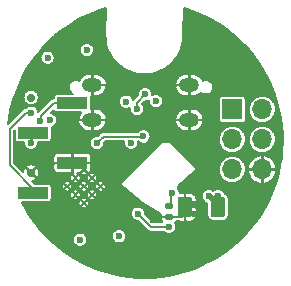
<source format=gbl>
G04 #@! TF.GenerationSoftware,KiCad,Pcbnew,(5.99.0-11526-gd613292b67)*
G04 #@! TF.CreationDate,2021-07-26T19:59:08-04:00*
G04 #@! TF.ProjectId,bias,62696173-2e6b-4696-9361-645f70636258,rev?*
G04 #@! TF.SameCoordinates,Original*
G04 #@! TF.FileFunction,Copper,L4,Bot*
G04 #@! TF.FilePolarity,Positive*
%FSLAX46Y46*%
G04 Gerber Fmt 4.6, Leading zero omitted, Abs format (unit mm)*
G04 Created by KiCad (PCBNEW (5.99.0-11526-gd613292b67)) date 2021-07-26 19:59:08*
%MOMM*%
%LPD*%
G01*
G04 APERTURE LIST*
G04 Aperture macros list*
%AMRoundRect*
0 Rectangle with rounded corners*
0 $1 Rounding radius*
0 $2 $3 $4 $5 $6 $7 $8 $9 X,Y pos of 4 corners*
0 Add a 4 corners polygon primitive as box body*
4,1,4,$2,$3,$4,$5,$6,$7,$8,$9,$2,$3,0*
0 Add four circle primitives for the rounded corners*
1,1,$1+$1,$2,$3*
1,1,$1+$1,$4,$5*
1,1,$1+$1,$6,$7*
1,1,$1+$1,$8,$9*
0 Add four rect primitives between the rounded corners*
20,1,$1+$1,$2,$3,$4,$5,0*
20,1,$1+$1,$4,$5,$6,$7,0*
20,1,$1+$1,$6,$7,$8,$9,0*
20,1,$1+$1,$8,$9,$2,$3,0*%
G04 Aperture macros list end*
G04 #@! TA.AperFunction,ComponentPad*
%ADD10C,0.704800*%
G04 #@! TD*
G04 #@! TA.AperFunction,ComponentPad*
%ADD11C,0.200000*%
G04 #@! TD*
G04 #@! TA.AperFunction,ComponentPad*
%ADD12O,1.700000X1.200000*%
G04 #@! TD*
G04 #@! TA.AperFunction,ComponentPad*
%ADD13R,1.700000X1.700000*%
G04 #@! TD*
G04 #@! TA.AperFunction,ComponentPad*
%ADD14O,1.700000X1.700000*%
G04 #@! TD*
G04 #@! TA.AperFunction,SMDPad,CuDef*
%ADD15RoundRect,0.147500X-0.172500X0.147500X-0.172500X-0.147500X0.172500X-0.147500X0.172500X0.147500X0*%
G04 #@! TD*
G04 #@! TA.AperFunction,SMDPad,CuDef*
%ADD16RoundRect,0.250000X0.375000X0.625000X-0.375000X0.625000X-0.375000X-0.625000X0.375000X-0.625000X0*%
G04 #@! TD*
G04 #@! TA.AperFunction,SMDPad,CuDef*
%ADD17R,2.510000X1.000000*%
G04 #@! TD*
G04 #@! TA.AperFunction,ViaPad*
%ADD18C,0.600000*%
G04 #@! TD*
G04 #@! TA.AperFunction,Conductor*
%ADD19C,0.200000*%
G04 #@! TD*
G04 #@! TA.AperFunction,Conductor*
%ADD20C,0.250000*%
G04 #@! TD*
G04 #@! TA.AperFunction,Conductor*
%ADD21C,0.500000*%
G04 #@! TD*
G04 APERTURE END LIST*
D10*
X190359200Y-97255400D03*
X190359200Y-103605400D03*
D11*
X194822334Y-104767087D03*
X194822334Y-103352874D03*
X196236548Y-104767087D03*
X195529441Y-104059981D03*
X193408121Y-104767087D03*
X194115228Y-104059981D03*
X195529441Y-105474194D03*
X194115228Y-105474194D03*
X194822334Y-106181301D03*
D12*
X195559240Y-99142680D03*
X195559240Y-96202680D03*
X203759239Y-99142680D03*
X203759239Y-96202680D03*
D13*
X207391000Y-98260000D03*
D14*
X209931000Y-98260000D03*
X207391000Y-100800000D03*
X209931000Y-100800000D03*
X207391000Y-103340000D03*
X209931000Y-103340000D03*
D15*
X202050000Y-106390000D03*
X202050000Y-107360000D03*
D16*
X206200000Y-106525000D03*
X203400000Y-106525000D03*
D17*
X193855000Y-97715000D03*
X190545000Y-100255000D03*
X193855000Y-102795000D03*
X190545000Y-105335000D03*
D18*
X204240000Y-90670000D03*
X193869200Y-92490400D03*
X208229200Y-96260400D03*
X206919200Y-94670400D03*
X203414200Y-107100400D03*
X203414200Y-106250400D03*
X204264200Y-107100400D03*
X204233742Y-106254173D03*
X204100000Y-109900000D03*
X192450000Y-100000000D03*
X193319400Y-94348400D03*
X193329400Y-93458400D03*
X196347600Y-94167000D03*
X196900000Y-111400000D03*
X199275000Y-102050000D03*
X200650000Y-107575000D03*
X200225000Y-101325000D03*
X200800000Y-108875000D03*
X206275000Y-107975000D03*
X202025000Y-108200000D03*
X199400000Y-107075000D03*
X198400000Y-97600000D03*
X200925000Y-97550000D03*
X195076399Y-93228401D03*
X198850000Y-101075000D03*
X202329200Y-105310400D03*
X205425000Y-105600000D03*
X206200000Y-105600000D03*
X190359200Y-101065400D03*
X191125000Y-99225000D03*
X194525000Y-109300000D03*
X197815200Y-108991400D03*
X191759400Y-93878400D03*
X191950000Y-99150000D03*
X190365500Y-98519100D03*
X199877680Y-100543360D03*
X195950840Y-101097080D03*
X199325000Y-98225000D03*
X200025000Y-96975000D03*
D19*
X204253169Y-106273600D02*
X204233742Y-106254173D01*
X203398800Y-107085000D02*
X203414200Y-107100400D01*
X194264460Y-102795000D02*
X194822334Y-103352874D01*
X203154600Y-107360000D02*
X203414200Y-107100400D01*
X202050000Y-107360000D02*
X203154600Y-107360000D01*
X193855000Y-102795000D02*
X194264460Y-102795000D01*
X202025000Y-108200000D02*
X200525000Y-108200000D01*
X200525000Y-108200000D02*
X199400000Y-107075000D01*
X202250000Y-105389600D02*
X202329200Y-105310400D01*
X202250000Y-106115000D02*
X202250000Y-105389600D01*
D20*
X205600000Y-105750000D02*
X205750000Y-105750000D01*
X205550000Y-105750000D02*
X205300000Y-105500000D01*
D21*
X205975000Y-106050000D02*
X205425000Y-105625000D01*
D20*
X205600000Y-105750000D02*
X205550000Y-105750000D01*
X205750000Y-105750000D02*
X206000000Y-105500000D01*
X190379599Y-100420401D02*
X190545000Y-100420401D01*
X190359200Y-101065400D02*
X190359200Y-100440800D01*
X190359200Y-100440800D02*
X190379599Y-100420401D01*
D19*
X192285736Y-97715000D02*
X193855000Y-97715000D01*
X191200000Y-99225000D02*
X191200000Y-98800736D01*
D20*
X193855000Y-97715000D02*
X194131560Y-97715000D01*
D19*
X191200000Y-98800736D02*
X192285736Y-97715000D01*
X189941236Y-98519100D02*
X188552760Y-99907576D01*
X190545000Y-104970922D02*
X190545000Y-105335000D01*
X188552760Y-99907576D02*
X188552760Y-102978682D01*
X188552760Y-102978682D02*
X190545000Y-104970922D01*
X190365500Y-98519100D02*
X189941236Y-98519100D01*
X196250839Y-100797081D02*
X195950840Y-101097080D01*
X199877680Y-100543360D02*
X199720200Y-100543360D01*
X199871041Y-100549999D02*
X199877680Y-100543360D01*
X196497921Y-100549999D02*
X199871041Y-100549999D01*
X196250839Y-100797081D02*
X196497921Y-100549999D01*
X199325000Y-98225000D02*
X199325000Y-97675000D01*
X199325000Y-97675000D02*
X200025000Y-96975000D01*
X203572281Y-89752058D02*
X204207395Y-89976725D01*
X204828471Y-90237665D01*
X205433433Y-90534006D01*
X206020306Y-90864776D01*
X206587105Y-91228863D01*
X207131947Y-91625052D01*
X207653000Y-92052013D01*
X208148575Y-92508360D01*
X208616966Y-92992525D01*
X209056644Y-93502926D01*
X209466125Y-94037841D01*
X209844054Y-94595499D01*
X210189176Y-95174050D01*
X210500327Y-95771540D01*
X210776484Y-96386009D01*
X211016708Y-97015361D01*
X211220222Y-97657565D01*
X211386327Y-98310415D01*
X211514480Y-98971771D01*
X211604251Y-99639424D01*
X211655340Y-100311141D01*
X211667579Y-100984708D01*
X211640927Y-101657812D01*
X211575468Y-102328308D01*
X211471428Y-102993871D01*
X211329147Y-103652339D01*
X211149101Y-104301498D01*
X210931893Y-104939182D01*
X210678249Y-105563258D01*
X210389005Y-106171664D01*
X210065134Y-106762362D01*
X209707707Y-107333391D01*
X209317928Y-107882829D01*
X208897093Y-108408855D01*
X208446578Y-108909741D01*
X207967940Y-109383761D01*
X207462724Y-109829383D01*
X206932630Y-110245109D01*
X206379436Y-110629542D01*
X205804983Y-110981406D01*
X205211149Y-111299548D01*
X204599985Y-111582868D01*
X203973474Y-111830451D01*
X203333713Y-112041466D01*
X202682837Y-112215209D01*
X202023030Y-112351097D01*
X201356467Y-112448681D01*
X200685404Y-112507632D01*
X200012042Y-112527757D01*
X199338624Y-112508987D01*
X198667461Y-112451390D01*
X198000692Y-112355146D01*
X197340609Y-112220586D01*
X196689393Y-112048157D01*
X196049219Y-111838433D01*
X195422199Y-111592108D01*
X194810439Y-111310006D01*
X194216007Y-110993083D01*
X193640833Y-110642368D01*
X193086862Y-110259047D01*
X192555931Y-109844389D01*
X192049829Y-109399793D01*
X191955408Y-109306659D01*
X193921227Y-109306659D01*
X193939816Y-109448815D01*
X193947364Y-109475851D01*
X194005104Y-109607075D01*
X194019937Y-109630905D01*
X194112187Y-109740650D01*
X194133112Y-109759359D01*
X194252455Y-109838801D01*
X194277791Y-109850886D01*
X194414635Y-109893638D01*
X194442342Y-109898125D01*
X194585684Y-109900753D01*
X194613539Y-109897284D01*
X194751857Y-109859574D01*
X194777618Y-109848426D01*
X194899792Y-109773411D01*
X194921389Y-109755481D01*
X195017598Y-109649190D01*
X195033294Y-109625920D01*
X195095804Y-109496899D01*
X195104338Y-109470158D01*
X195128124Y-109328779D01*
X195129489Y-109313564D01*
X195129640Y-109301210D01*
X195128647Y-109285965D01*
X195108323Y-109144047D01*
X195100445Y-109117106D01*
X195046318Y-108998059D01*
X197211427Y-108998059D01*
X197230016Y-109140215D01*
X197237564Y-109167251D01*
X197295304Y-109298475D01*
X197310137Y-109322305D01*
X197402387Y-109432050D01*
X197423312Y-109450759D01*
X197542655Y-109530201D01*
X197567991Y-109542286D01*
X197704835Y-109585038D01*
X197732542Y-109589525D01*
X197875884Y-109592153D01*
X197903739Y-109588684D01*
X198042057Y-109550974D01*
X198067818Y-109539826D01*
X198189992Y-109464811D01*
X198211589Y-109446881D01*
X198307798Y-109340590D01*
X198323494Y-109317320D01*
X198386004Y-109188299D01*
X198394538Y-109161558D01*
X198418324Y-109020179D01*
X198419689Y-109004964D01*
X198419840Y-108992610D01*
X198418847Y-108977365D01*
X198398523Y-108835447D01*
X198390645Y-108808506D01*
X198331306Y-108677996D01*
X198316183Y-108654349D01*
X198222599Y-108545740D01*
X198201447Y-108527288D01*
X198081142Y-108449310D01*
X198055661Y-108437536D01*
X197918305Y-108396458D01*
X197890544Y-108392309D01*
X197747181Y-108391433D01*
X197719371Y-108395242D01*
X197581524Y-108434639D01*
X197555901Y-108446101D01*
X197434652Y-108522603D01*
X197413276Y-108540796D01*
X197318373Y-108648254D01*
X197302963Y-108671714D01*
X197242033Y-108801489D01*
X197233826Y-108828333D01*
X197211770Y-108969993D01*
X197211427Y-108998059D01*
X195046318Y-108998059D01*
X195041106Y-108986596D01*
X195025983Y-108962949D01*
X194932399Y-108854340D01*
X194911247Y-108835888D01*
X194790942Y-108757910D01*
X194765461Y-108746136D01*
X194628105Y-108705058D01*
X194600344Y-108700909D01*
X194456981Y-108700033D01*
X194429171Y-108703842D01*
X194291324Y-108743239D01*
X194265701Y-108754701D01*
X194144452Y-108831203D01*
X194123076Y-108849396D01*
X194028173Y-108956854D01*
X194012763Y-108980314D01*
X193951833Y-109110089D01*
X193943626Y-109136933D01*
X193921570Y-109278593D01*
X193921227Y-109306659D01*
X191955408Y-109306659D01*
X191570219Y-108926720D01*
X191118713Y-108426761D01*
X190696814Y-107901578D01*
X190305929Y-107352923D01*
X189947355Y-106782618D01*
X189777210Y-106473773D01*
X194558015Y-106473773D01*
X194567586Y-106534205D01*
X194610851Y-106577470D01*
X194667885Y-106606530D01*
X194697343Y-106616101D01*
X194806847Y-106633445D01*
X194837821Y-106633445D01*
X194947325Y-106616101D01*
X194976783Y-106606530D01*
X195033817Y-106577470D01*
X195077081Y-106534205D01*
X195086653Y-106473773D01*
X195058876Y-106419256D01*
X194892338Y-106252718D01*
X194837821Y-106224941D01*
X194777389Y-106234512D01*
X194752330Y-106252718D01*
X194585792Y-106419256D01*
X194558015Y-106473773D01*
X189777210Y-106473773D01*
X189622287Y-106192560D01*
X189609505Y-106165814D01*
X194370190Y-106165814D01*
X194370190Y-106196788D01*
X194387534Y-106306292D01*
X194397105Y-106335750D01*
X194426165Y-106392784D01*
X194469430Y-106436048D01*
X194529862Y-106445620D01*
X194584379Y-106417843D01*
X194750917Y-106251305D01*
X194778694Y-106196788D01*
X194773788Y-106165814D01*
X194865974Y-106165814D01*
X194875545Y-106226246D01*
X194893751Y-106251305D01*
X195060289Y-106417843D01*
X195114806Y-106445620D01*
X195175238Y-106436049D01*
X195218503Y-106392784D01*
X195247563Y-106335750D01*
X195257134Y-106306292D01*
X195274478Y-106196788D01*
X195274478Y-106165814D01*
X195257134Y-106056310D01*
X195247563Y-106026852D01*
X195218503Y-105969818D01*
X195175238Y-105926554D01*
X195114806Y-105916982D01*
X195060289Y-105944759D01*
X194893751Y-106111297D01*
X194865974Y-106165814D01*
X194773788Y-106165814D01*
X194769123Y-106136356D01*
X194750917Y-106111297D01*
X194584379Y-105944759D01*
X194529862Y-105916982D01*
X194469430Y-105926553D01*
X194426165Y-105969818D01*
X194397105Y-106026852D01*
X194387534Y-106056310D01*
X194370190Y-106165814D01*
X189609505Y-106165814D01*
X189594541Y-106134500D01*
X191819748Y-106134500D01*
X191839062Y-106132598D01*
X191897545Y-106120965D01*
X191933233Y-106106182D01*
X191999554Y-106061867D01*
X192026867Y-106034554D01*
X192071182Y-105968233D01*
X192085965Y-105932545D01*
X192097598Y-105874062D01*
X192099500Y-105854748D01*
X192099500Y-105766666D01*
X193850909Y-105766666D01*
X193860480Y-105827098D01*
X193903745Y-105870363D01*
X193960779Y-105899423D01*
X193990237Y-105908994D01*
X194099741Y-105926338D01*
X194130715Y-105926338D01*
X194240219Y-105908994D01*
X194269677Y-105899423D01*
X194290469Y-105888829D01*
X194558015Y-105888829D01*
X194585792Y-105943346D01*
X194752330Y-106109884D01*
X194806847Y-106137661D01*
X194867279Y-106128090D01*
X194892338Y-106109884D01*
X195058876Y-105943346D01*
X195086653Y-105888829D01*
X195077082Y-105828397D01*
X195033817Y-105785132D01*
X194997575Y-105766666D01*
X195265122Y-105766666D01*
X195274693Y-105827098D01*
X195317958Y-105870363D01*
X195374992Y-105899423D01*
X195404450Y-105908994D01*
X195513954Y-105926338D01*
X195544928Y-105926338D01*
X195654432Y-105908994D01*
X195683890Y-105899423D01*
X195740924Y-105870363D01*
X195784188Y-105827098D01*
X195793760Y-105766666D01*
X195765983Y-105712149D01*
X195599445Y-105545611D01*
X195544928Y-105517834D01*
X195484496Y-105527405D01*
X195459437Y-105545611D01*
X195292899Y-105712149D01*
X195265122Y-105766666D01*
X194997575Y-105766666D01*
X194976783Y-105756072D01*
X194947325Y-105746501D01*
X194837821Y-105729157D01*
X194806847Y-105729157D01*
X194697343Y-105746501D01*
X194667885Y-105756072D01*
X194610851Y-105785132D01*
X194567587Y-105828397D01*
X194558015Y-105888829D01*
X194290469Y-105888829D01*
X194326711Y-105870363D01*
X194369975Y-105827098D01*
X194379547Y-105766666D01*
X194351770Y-105712149D01*
X194185232Y-105545611D01*
X194130715Y-105517834D01*
X194070283Y-105527405D01*
X194045224Y-105545611D01*
X193878686Y-105712149D01*
X193850909Y-105766666D01*
X192099500Y-105766666D01*
X192099500Y-105458707D01*
X193663084Y-105458707D01*
X193663084Y-105489681D01*
X193680428Y-105599185D01*
X193689999Y-105628643D01*
X193719059Y-105685677D01*
X193762324Y-105728941D01*
X193822756Y-105738513D01*
X193877273Y-105710736D01*
X194043811Y-105544198D01*
X194071588Y-105489681D01*
X194066682Y-105458707D01*
X194158868Y-105458707D01*
X194168439Y-105519139D01*
X194186645Y-105544198D01*
X194353183Y-105710736D01*
X194407700Y-105738513D01*
X194468132Y-105728942D01*
X194511397Y-105685677D01*
X194540457Y-105628643D01*
X194550028Y-105599185D01*
X194567372Y-105489681D01*
X194567372Y-105458707D01*
X195077297Y-105458707D01*
X195077297Y-105489681D01*
X195094641Y-105599185D01*
X195104212Y-105628643D01*
X195133272Y-105685677D01*
X195176537Y-105728941D01*
X195236969Y-105738513D01*
X195291486Y-105710736D01*
X195458024Y-105544198D01*
X195485801Y-105489681D01*
X195480895Y-105458707D01*
X195573081Y-105458707D01*
X195582652Y-105519139D01*
X195600858Y-105544198D01*
X195767396Y-105710736D01*
X195821913Y-105738513D01*
X195882345Y-105728942D01*
X195925610Y-105685677D01*
X195954670Y-105628643D01*
X195964241Y-105599185D01*
X195981585Y-105489681D01*
X195981585Y-105458707D01*
X195964241Y-105349203D01*
X195954670Y-105319745D01*
X195925610Y-105262711D01*
X195882345Y-105219447D01*
X195821913Y-105209875D01*
X195767396Y-105237652D01*
X195600858Y-105404190D01*
X195573081Y-105458707D01*
X195480895Y-105458707D01*
X195476230Y-105429249D01*
X195458024Y-105404190D01*
X195291486Y-105237652D01*
X195236969Y-105209875D01*
X195176537Y-105219446D01*
X195133272Y-105262711D01*
X195104212Y-105319745D01*
X195094641Y-105349203D01*
X195077297Y-105458707D01*
X194567372Y-105458707D01*
X194550028Y-105349203D01*
X194540457Y-105319745D01*
X194511397Y-105262711D01*
X194468132Y-105219447D01*
X194407700Y-105209875D01*
X194353183Y-105237652D01*
X194186645Y-105404190D01*
X194158868Y-105458707D01*
X194066682Y-105458707D01*
X194062017Y-105429249D01*
X194043811Y-105404190D01*
X193877273Y-105237652D01*
X193822756Y-105209875D01*
X193762324Y-105219446D01*
X193719059Y-105262711D01*
X193689999Y-105319745D01*
X193680428Y-105349203D01*
X193663084Y-105458707D01*
X192099500Y-105458707D01*
X192099500Y-105059559D01*
X193143802Y-105059559D01*
X193153373Y-105119991D01*
X193196638Y-105163256D01*
X193253672Y-105192316D01*
X193283130Y-105201887D01*
X193392634Y-105219231D01*
X193423608Y-105219231D01*
X193533112Y-105201887D01*
X193562570Y-105192316D01*
X193583362Y-105181722D01*
X193850909Y-105181722D01*
X193878686Y-105236239D01*
X194045224Y-105402777D01*
X194099741Y-105430554D01*
X194160173Y-105420983D01*
X194185232Y-105402777D01*
X194351770Y-105236239D01*
X194379547Y-105181722D01*
X194369976Y-105121290D01*
X194326711Y-105078025D01*
X194290469Y-105059559D01*
X194558015Y-105059559D01*
X194567586Y-105119991D01*
X194610851Y-105163256D01*
X194667885Y-105192316D01*
X194697343Y-105201887D01*
X194806847Y-105219231D01*
X194837821Y-105219231D01*
X194947325Y-105201887D01*
X194976783Y-105192316D01*
X194997575Y-105181722D01*
X195265122Y-105181722D01*
X195292899Y-105236239D01*
X195459437Y-105402777D01*
X195513954Y-105430554D01*
X195574386Y-105420983D01*
X195599445Y-105402777D01*
X195765983Y-105236239D01*
X195793760Y-105181722D01*
X195784189Y-105121290D01*
X195740924Y-105078025D01*
X195704682Y-105059559D01*
X195972229Y-105059559D01*
X195981800Y-105119991D01*
X196025065Y-105163256D01*
X196082099Y-105192316D01*
X196111557Y-105201887D01*
X196221061Y-105219231D01*
X196252035Y-105219231D01*
X196361539Y-105201887D01*
X196390997Y-105192316D01*
X196448031Y-105163256D01*
X196491295Y-105119991D01*
X196500867Y-105059559D01*
X196473090Y-105005042D01*
X196306552Y-104838504D01*
X196252035Y-104810727D01*
X196191603Y-104820298D01*
X196166544Y-104838504D01*
X196000006Y-105005042D01*
X195972229Y-105059559D01*
X195704682Y-105059559D01*
X195683890Y-105048965D01*
X195654432Y-105039394D01*
X195544928Y-105022050D01*
X195513954Y-105022050D01*
X195404450Y-105039394D01*
X195374992Y-105048965D01*
X195317958Y-105078025D01*
X195274694Y-105121290D01*
X195265122Y-105181722D01*
X194997575Y-105181722D01*
X195033817Y-105163256D01*
X195077081Y-105119991D01*
X195086653Y-105059559D01*
X195058876Y-105005042D01*
X194892338Y-104838504D01*
X194837821Y-104810727D01*
X194777389Y-104820298D01*
X194752330Y-104838504D01*
X194585792Y-105005042D01*
X194558015Y-105059559D01*
X194290469Y-105059559D01*
X194269677Y-105048965D01*
X194240219Y-105039394D01*
X194130715Y-105022050D01*
X194099741Y-105022050D01*
X193990237Y-105039394D01*
X193960779Y-105048965D01*
X193903745Y-105078025D01*
X193860481Y-105121290D01*
X193850909Y-105181722D01*
X193583362Y-105181722D01*
X193619604Y-105163256D01*
X193662868Y-105119991D01*
X193672440Y-105059559D01*
X193644663Y-105005042D01*
X193478125Y-104838504D01*
X193423608Y-104810727D01*
X193363176Y-104820298D01*
X193338117Y-104838504D01*
X193171579Y-105005042D01*
X193143802Y-105059559D01*
X192099500Y-105059559D01*
X192099500Y-104815252D01*
X192097598Y-104795938D01*
X192088779Y-104751600D01*
X192955977Y-104751600D01*
X192955977Y-104782574D01*
X192973321Y-104892078D01*
X192982892Y-104921536D01*
X193011952Y-104978570D01*
X193055217Y-105021834D01*
X193115649Y-105031406D01*
X193170166Y-105003629D01*
X193336704Y-104837091D01*
X193364481Y-104782574D01*
X193359575Y-104751600D01*
X193451761Y-104751600D01*
X193461332Y-104812032D01*
X193479538Y-104837091D01*
X193646076Y-105003629D01*
X193700593Y-105031406D01*
X193761025Y-105021835D01*
X193804290Y-104978570D01*
X193833350Y-104921536D01*
X193842921Y-104892078D01*
X193860265Y-104782574D01*
X193860265Y-104751600D01*
X194370190Y-104751600D01*
X194370190Y-104782574D01*
X194387534Y-104892078D01*
X194397105Y-104921536D01*
X194426165Y-104978570D01*
X194469430Y-105021834D01*
X194529862Y-105031406D01*
X194584379Y-105003629D01*
X194750917Y-104837091D01*
X194778694Y-104782574D01*
X194773788Y-104751600D01*
X194865974Y-104751600D01*
X194875545Y-104812032D01*
X194893751Y-104837091D01*
X195060289Y-105003629D01*
X195114806Y-105031406D01*
X195175238Y-105021835D01*
X195218503Y-104978570D01*
X195247563Y-104921536D01*
X195257134Y-104892078D01*
X195274478Y-104782574D01*
X195274478Y-104751600D01*
X195784404Y-104751600D01*
X195784404Y-104782574D01*
X195801748Y-104892078D01*
X195811319Y-104921536D01*
X195840379Y-104978570D01*
X195883644Y-105021834D01*
X195944076Y-105031406D01*
X195998593Y-105003629D01*
X196165131Y-104837091D01*
X196192908Y-104782574D01*
X196188002Y-104751600D01*
X196280188Y-104751600D01*
X196289759Y-104812032D01*
X196307965Y-104837091D01*
X196474503Y-105003629D01*
X196529020Y-105031406D01*
X196589452Y-105021835D01*
X196632717Y-104978570D01*
X196661777Y-104921536D01*
X196671348Y-104892078D01*
X196688692Y-104782574D01*
X196688692Y-104751600D01*
X196671348Y-104642096D01*
X196661777Y-104612638D01*
X196634709Y-104559513D01*
X197977219Y-104559513D01*
X197986790Y-104619945D01*
X198010802Y-104650363D01*
X200035802Y-106375363D01*
X200053825Y-106387572D01*
X201393582Y-107093989D01*
X201382219Y-107165729D01*
X201381000Y-107181216D01*
X201381000Y-107235000D01*
X201399907Y-107293191D01*
X201449407Y-107329155D01*
X201480000Y-107334000D01*
X202076000Y-107334000D01*
X202076000Y-107386000D01*
X201480000Y-107386000D01*
X201421809Y-107404907D01*
X201385845Y-107454407D01*
X201381000Y-107485000D01*
X201381000Y-107538784D01*
X201382219Y-107554271D01*
X201396962Y-107647352D01*
X201406533Y-107676810D01*
X201463697Y-107789002D01*
X201472051Y-107800500D01*
X200690479Y-107800500D01*
X200001775Y-107111796D01*
X200003124Y-107103780D01*
X200004489Y-107088564D01*
X200004640Y-107076210D01*
X200003647Y-107060965D01*
X199983323Y-106919047D01*
X199975445Y-106892106D01*
X199916106Y-106761596D01*
X199900983Y-106737949D01*
X199807399Y-106629340D01*
X199786247Y-106610888D01*
X199665942Y-106532910D01*
X199640461Y-106521136D01*
X199503105Y-106480058D01*
X199475344Y-106475909D01*
X199331981Y-106475033D01*
X199304171Y-106478842D01*
X199166324Y-106518239D01*
X199140701Y-106529701D01*
X199019452Y-106606203D01*
X198998076Y-106624396D01*
X198903173Y-106731854D01*
X198887763Y-106755314D01*
X198826833Y-106885089D01*
X198818626Y-106911933D01*
X198796570Y-107053593D01*
X198796227Y-107081659D01*
X198814816Y-107223815D01*
X198822364Y-107250851D01*
X198880104Y-107382075D01*
X198894937Y-107405905D01*
X198987187Y-107515650D01*
X199008112Y-107534359D01*
X199127455Y-107613801D01*
X199152791Y-107625886D01*
X199289635Y-107668638D01*
X199317342Y-107673125D01*
X199435308Y-107675288D01*
X200204680Y-108444660D01*
X200212247Y-108454849D01*
X200248480Y-108488460D01*
X200262272Y-108502252D01*
X200272577Y-108510814D01*
X200294317Y-108530981D01*
X200324962Y-108550354D01*
X200335652Y-108554619D01*
X200345142Y-108561129D01*
X200378288Y-108575817D01*
X200404199Y-108581966D01*
X200428936Y-108591835D01*
X200455962Y-108598411D01*
X200462255Y-108599028D01*
X200471915Y-108599500D01*
X200478084Y-108599500D01*
X200487207Y-108601665D01*
X200523416Y-108603436D01*
X200552337Y-108599500D01*
X201577597Y-108599500D01*
X201612187Y-108640650D01*
X201633112Y-108659359D01*
X201752455Y-108738801D01*
X201777791Y-108750886D01*
X201914635Y-108793638D01*
X201942342Y-108798125D01*
X202085684Y-108800753D01*
X202113539Y-108797284D01*
X202251857Y-108759574D01*
X202277618Y-108748426D01*
X202399792Y-108673411D01*
X202421389Y-108655481D01*
X202517598Y-108549190D01*
X202533294Y-108525920D01*
X202595804Y-108396899D01*
X202604338Y-108370158D01*
X202628124Y-108228779D01*
X202629489Y-108213564D01*
X202629640Y-108201210D01*
X202628647Y-108185965D01*
X202608323Y-108044047D01*
X202600445Y-108017106D01*
X202542499Y-107889659D01*
X202618097Y-107814061D01*
X202636303Y-107789002D01*
X202693467Y-107676810D01*
X202700436Y-107655359D01*
X202723046Y-107672304D01*
X202747667Y-107685783D01*
X202881776Y-107736058D01*
X202905836Y-107741779D01*
X202966976Y-107748421D01*
X202977668Y-107749000D01*
X203275000Y-107749000D01*
X203333191Y-107730093D01*
X203369155Y-107680593D01*
X203374000Y-107650000D01*
X203374000Y-106650000D01*
X203426000Y-106650000D01*
X203426000Y-107650000D01*
X203444907Y-107708191D01*
X203494407Y-107744155D01*
X203525000Y-107749000D01*
X203822332Y-107749000D01*
X203833024Y-107748421D01*
X203894164Y-107741779D01*
X203918224Y-107736058D01*
X204052333Y-107685783D01*
X204076954Y-107672304D01*
X204191562Y-107586410D01*
X204211410Y-107566562D01*
X204297304Y-107451954D01*
X204310783Y-107427333D01*
X204361058Y-107293224D01*
X204366779Y-107269164D01*
X204373421Y-107208024D01*
X204374000Y-107197332D01*
X204374000Y-106650000D01*
X204355093Y-106591809D01*
X204305593Y-106555845D01*
X204275000Y-106551000D01*
X203525000Y-106551000D01*
X203466809Y-106569907D01*
X203430845Y-106619407D01*
X203426000Y-106650000D01*
X203374000Y-106650000D01*
X203374000Y-105400000D01*
X203426000Y-105400000D01*
X203426000Y-106400000D01*
X203444907Y-106458191D01*
X203494407Y-106494155D01*
X203525000Y-106499000D01*
X204275000Y-106499000D01*
X204333191Y-106480093D01*
X204369155Y-106430593D01*
X204374000Y-106400000D01*
X204374000Y-105852668D01*
X204373421Y-105841976D01*
X204366779Y-105780836D01*
X204361058Y-105756776D01*
X204310783Y-105622667D01*
X204302019Y-105606659D01*
X204821227Y-105606659D01*
X204839816Y-105748815D01*
X204847364Y-105775851D01*
X204905104Y-105907075D01*
X204919937Y-105930905D01*
X205012187Y-106040650D01*
X205033112Y-106059359D01*
X205152455Y-106138801D01*
X205177791Y-106150886D01*
X205226609Y-106166137D01*
X205275500Y-106203917D01*
X205275500Y-107203834D01*
X205275939Y-107213151D01*
X205278920Y-107244686D01*
X205284073Y-107268171D01*
X205328958Y-107395986D01*
X205342733Y-107422002D01*
X205423217Y-107530968D01*
X205444032Y-107551783D01*
X205552998Y-107632267D01*
X205579014Y-107646042D01*
X205706829Y-107690927D01*
X205730314Y-107696080D01*
X205761849Y-107699061D01*
X205771166Y-107699500D01*
X206628834Y-107699500D01*
X206638151Y-107699061D01*
X206669686Y-107696080D01*
X206693171Y-107690927D01*
X206820986Y-107646042D01*
X206847002Y-107632267D01*
X206955968Y-107551783D01*
X206976783Y-107530968D01*
X207057267Y-107422002D01*
X207071042Y-107395986D01*
X207115927Y-107268171D01*
X207121080Y-107244686D01*
X207124061Y-107213151D01*
X207124500Y-107203834D01*
X207124500Y-105846166D01*
X207124061Y-105836849D01*
X207121080Y-105805314D01*
X207115927Y-105781829D01*
X207071042Y-105654014D01*
X207057267Y-105627998D01*
X206976783Y-105519032D01*
X206955968Y-105498217D01*
X206847002Y-105417733D01*
X206820986Y-105403958D01*
X206759678Y-105382429D01*
X206716106Y-105286596D01*
X206700983Y-105262949D01*
X206607399Y-105154340D01*
X206586247Y-105135888D01*
X206465942Y-105057910D01*
X206440461Y-105046136D01*
X206303105Y-105005058D01*
X206275344Y-105000909D01*
X206131981Y-105000033D01*
X206104171Y-105003842D01*
X205966324Y-105043239D01*
X205940701Y-105054701D01*
X205880883Y-105092443D01*
X205834693Y-105104820D01*
X205803533Y-105119350D01*
X205794976Y-105125342D01*
X205690942Y-105057910D01*
X205665461Y-105046136D01*
X205528105Y-105005058D01*
X205500344Y-105000909D01*
X205356981Y-105000033D01*
X205329171Y-105003842D01*
X205191324Y-105043239D01*
X205165701Y-105054701D01*
X205044452Y-105131203D01*
X205023076Y-105149396D01*
X204928173Y-105256854D01*
X204912763Y-105280314D01*
X204851833Y-105410089D01*
X204843626Y-105436933D01*
X204821570Y-105578593D01*
X204821227Y-105606659D01*
X204302019Y-105606659D01*
X204297304Y-105598046D01*
X204211410Y-105483438D01*
X204191562Y-105463590D01*
X204076954Y-105377696D01*
X204052333Y-105364217D01*
X203918224Y-105313942D01*
X203894164Y-105308221D01*
X203833024Y-105301579D01*
X203822332Y-105301000D01*
X203525000Y-105301000D01*
X203466809Y-105319907D01*
X203430845Y-105369407D01*
X203426000Y-105400000D01*
X203374000Y-105400000D01*
X203355093Y-105341809D01*
X203305593Y-105305845D01*
X203275000Y-105301000D01*
X202977668Y-105301000D01*
X202966976Y-105301579D01*
X202933424Y-105305224D01*
X202932847Y-105296365D01*
X202912523Y-105154447D01*
X202904645Y-105127506D01*
X202845306Y-104996996D01*
X202830183Y-104973349D01*
X202775728Y-104910151D01*
X202793974Y-104711726D01*
X204315362Y-103374356D01*
X204339577Y-103333546D01*
X206236867Y-103333546D01*
X206254106Y-103538837D01*
X206257594Y-103557841D01*
X206314379Y-103755874D01*
X206321492Y-103773839D01*
X206415660Y-103957071D01*
X206426126Y-103973312D01*
X206554091Y-104134764D01*
X206567513Y-104148662D01*
X206724400Y-104282183D01*
X206740266Y-104293210D01*
X206920100Y-104393716D01*
X206937805Y-104401452D01*
X207133736Y-104465114D01*
X207152607Y-104469263D01*
X207357172Y-104493655D01*
X207376489Y-104494059D01*
X207581895Y-104478254D01*
X207600923Y-104474899D01*
X207799348Y-104419498D01*
X207817362Y-104412511D01*
X208001247Y-104319624D01*
X208017560Y-104309271D01*
X208179901Y-104182437D01*
X208193894Y-104169112D01*
X208328507Y-104013160D01*
X208339644Y-103997372D01*
X208441403Y-103818244D01*
X208449262Y-103800593D01*
X208514290Y-103605112D01*
X208518570Y-103586271D01*
X208533072Y-103471475D01*
X208737966Y-103471475D01*
X208741100Y-103519290D01*
X208743934Y-103537184D01*
X208793698Y-103733130D01*
X208799746Y-103750208D01*
X208884384Y-103933803D01*
X208893443Y-103949493D01*
X209010123Y-104114591D01*
X209021889Y-104128368D01*
X209166701Y-104269437D01*
X209180780Y-104280838D01*
X209348875Y-104393156D01*
X209364798Y-104401801D01*
X209550546Y-104481604D01*
X209567776Y-104487203D01*
X209764957Y-104531821D01*
X209782920Y-104534186D01*
X209802114Y-104534940D01*
X209861002Y-104518331D01*
X209898881Y-104470281D01*
X209905000Y-104436016D01*
X209905000Y-103465000D01*
X209957000Y-103465000D01*
X209957000Y-104433458D01*
X209975907Y-104491649D01*
X210025407Y-104527613D01*
X210070206Y-104531434D01*
X210203096Y-104512166D01*
X210220712Y-104507936D01*
X210412149Y-104442952D01*
X210428701Y-104435583D01*
X210605090Y-104336800D01*
X210620020Y-104326538D01*
X210775454Y-104197265D01*
X210788265Y-104184454D01*
X210917538Y-104029020D01*
X210927800Y-104014090D01*
X211026583Y-103837701D01*
X211033952Y-103821149D01*
X211098936Y-103629712D01*
X211103166Y-103612096D01*
X211122434Y-103479206D01*
X211112072Y-103418904D01*
X211068244Y-103376210D01*
X211024458Y-103366000D01*
X210056000Y-103366000D01*
X209997809Y-103384907D01*
X209961845Y-103434407D01*
X209957000Y-103465000D01*
X209905000Y-103465000D01*
X209886093Y-103406809D01*
X209836593Y-103370845D01*
X209806000Y-103366000D01*
X208836754Y-103366000D01*
X208778563Y-103384907D01*
X208742599Y-103434407D01*
X208737966Y-103471475D01*
X208533072Y-103471475D01*
X208544390Y-103381882D01*
X208545161Y-103370858D01*
X208545573Y-103341384D01*
X208545111Y-103330339D01*
X208532661Y-103203364D01*
X208739724Y-103203364D01*
X208751661Y-103263374D01*
X208796591Y-103304906D01*
X208838038Y-103314000D01*
X209806000Y-103314000D01*
X209864191Y-103295093D01*
X209900155Y-103245593D01*
X209905000Y-103215000D01*
X209905000Y-102245277D01*
X209904336Y-102243234D01*
X209957000Y-102243234D01*
X209957000Y-103215000D01*
X209975907Y-103273191D01*
X210025407Y-103309155D01*
X210056000Y-103314000D01*
X211024227Y-103314000D01*
X211082418Y-103295093D01*
X211118382Y-103245593D01*
X211122812Y-103205941D01*
X211115799Y-103129623D01*
X211112497Y-103111809D01*
X211057621Y-102917233D01*
X211051129Y-102900320D01*
X210961714Y-102719003D01*
X210952247Y-102703555D01*
X210831286Y-102541569D01*
X210819163Y-102528105D01*
X210670708Y-102390874D01*
X210656334Y-102379845D01*
X210485356Y-102271967D01*
X210469215Y-102263742D01*
X210281441Y-102188827D01*
X210264069Y-102183681D01*
X210075314Y-102146136D01*
X210014552Y-102153328D01*
X209969623Y-102194861D01*
X209957000Y-102243234D01*
X209904336Y-102243234D01*
X209886093Y-102187086D01*
X209836593Y-102151122D01*
X209789234Y-102147707D01*
X209628313Y-102175359D01*
X209610813Y-102180048D01*
X209421143Y-102250021D01*
X209404791Y-102257821D01*
X209231048Y-102361187D01*
X209216390Y-102371836D01*
X209064394Y-102505134D01*
X209051924Y-102518276D01*
X208926764Y-102677040D01*
X208916896Y-102692234D01*
X208822764Y-102871149D01*
X208815831Y-102887888D01*
X208755881Y-103080960D01*
X208752114Y-103098681D01*
X208739724Y-103203364D01*
X208532661Y-103203364D01*
X208525008Y-103125309D01*
X208521255Y-103106356D01*
X208461710Y-102909135D01*
X208454347Y-102891272D01*
X208357630Y-102709372D01*
X208346937Y-102693278D01*
X208216730Y-102533629D01*
X208203116Y-102519919D01*
X208044380Y-102388601D01*
X208028362Y-102377797D01*
X207847142Y-102279812D01*
X207829330Y-102272324D01*
X207632529Y-102211404D01*
X207613602Y-102207519D01*
X207408717Y-102185985D01*
X207389397Y-102185850D01*
X207184231Y-102204521D01*
X207165251Y-102208142D01*
X206967620Y-102266308D01*
X206949705Y-102273546D01*
X206767135Y-102368992D01*
X206750968Y-102379571D01*
X206590413Y-102508660D01*
X206576609Y-102522179D01*
X206444186Y-102679994D01*
X206433270Y-102695936D01*
X206334022Y-102876468D01*
X206326410Y-102894227D01*
X206264118Y-103090597D01*
X206260101Y-103109497D01*
X206237137Y-103314227D01*
X206236867Y-103333546D01*
X204339577Y-103333546D01*
X204346584Y-103321736D01*
X204340915Y-103260814D01*
X204319204Y-103229206D01*
X202094204Y-101054206D01*
X202039375Y-101027049D01*
X202025000Y-101026000D01*
X201525000Y-101026000D01*
X201466809Y-101044907D01*
X201454996Y-101054996D01*
X198004996Y-104504996D01*
X197977219Y-104559513D01*
X196634709Y-104559513D01*
X196632717Y-104555604D01*
X196589452Y-104512340D01*
X196529020Y-104502768D01*
X196474503Y-104530545D01*
X196307965Y-104697083D01*
X196280188Y-104751600D01*
X196188002Y-104751600D01*
X196183337Y-104722142D01*
X196165131Y-104697083D01*
X195998593Y-104530545D01*
X195944076Y-104502768D01*
X195883644Y-104512339D01*
X195840379Y-104555604D01*
X195811319Y-104612638D01*
X195801748Y-104642096D01*
X195784404Y-104751600D01*
X195274478Y-104751600D01*
X195257134Y-104642096D01*
X195247563Y-104612638D01*
X195218503Y-104555604D01*
X195175238Y-104512340D01*
X195114806Y-104502768D01*
X195060289Y-104530545D01*
X194893751Y-104697083D01*
X194865974Y-104751600D01*
X194773788Y-104751600D01*
X194769123Y-104722142D01*
X194750917Y-104697083D01*
X194584379Y-104530545D01*
X194529862Y-104502768D01*
X194469430Y-104512339D01*
X194426165Y-104555604D01*
X194397105Y-104612638D01*
X194387534Y-104642096D01*
X194370190Y-104751600D01*
X193860265Y-104751600D01*
X193842921Y-104642096D01*
X193833350Y-104612638D01*
X193804290Y-104555604D01*
X193761025Y-104512340D01*
X193700593Y-104502768D01*
X193646076Y-104530545D01*
X193479538Y-104697083D01*
X193451761Y-104751600D01*
X193359575Y-104751600D01*
X193354910Y-104722142D01*
X193336704Y-104697083D01*
X193170166Y-104530545D01*
X193115649Y-104502768D01*
X193055217Y-104512339D01*
X193011952Y-104555604D01*
X192982892Y-104612638D01*
X192973321Y-104642096D01*
X192955977Y-104751600D01*
X192088779Y-104751600D01*
X192085965Y-104737455D01*
X192071182Y-104701767D01*
X192026867Y-104635446D01*
X191999554Y-104608133D01*
X191933233Y-104563818D01*
X191897545Y-104549035D01*
X191839062Y-104537402D01*
X191819748Y-104535500D01*
X190674557Y-104535500D01*
X190613672Y-104474615D01*
X193143802Y-104474615D01*
X193171579Y-104529132D01*
X193338117Y-104695670D01*
X193392634Y-104723447D01*
X193453066Y-104713876D01*
X193478125Y-104695670D01*
X193644663Y-104529132D01*
X193672440Y-104474615D01*
X193662869Y-104414183D01*
X193619604Y-104370918D01*
X193583364Y-104352453D01*
X193850909Y-104352453D01*
X193860480Y-104412885D01*
X193903745Y-104456150D01*
X193960779Y-104485210D01*
X193990237Y-104494781D01*
X194099741Y-104512125D01*
X194130715Y-104512125D01*
X194240219Y-104494781D01*
X194269677Y-104485210D01*
X194290471Y-104474615D01*
X194558015Y-104474615D01*
X194585792Y-104529132D01*
X194752330Y-104695670D01*
X194806847Y-104723447D01*
X194867279Y-104713876D01*
X194892338Y-104695670D01*
X195058876Y-104529132D01*
X195086653Y-104474615D01*
X195077082Y-104414183D01*
X195033817Y-104370918D01*
X194997577Y-104352453D01*
X195265122Y-104352453D01*
X195274693Y-104412885D01*
X195317958Y-104456150D01*
X195374992Y-104485210D01*
X195404450Y-104494781D01*
X195513954Y-104512125D01*
X195544928Y-104512125D01*
X195654432Y-104494781D01*
X195683890Y-104485210D01*
X195704684Y-104474615D01*
X195972229Y-104474615D01*
X196000006Y-104529132D01*
X196166544Y-104695670D01*
X196221061Y-104723447D01*
X196281493Y-104713876D01*
X196306552Y-104695670D01*
X196473090Y-104529132D01*
X196500867Y-104474615D01*
X196491296Y-104414183D01*
X196448031Y-104370918D01*
X196390997Y-104341858D01*
X196361539Y-104332287D01*
X196252035Y-104314943D01*
X196221061Y-104314943D01*
X196111557Y-104332287D01*
X196082099Y-104341858D01*
X196025065Y-104370918D01*
X195981801Y-104414183D01*
X195972229Y-104474615D01*
X195704684Y-104474615D01*
X195740924Y-104456150D01*
X195784188Y-104412885D01*
X195793760Y-104352453D01*
X195765983Y-104297936D01*
X195599445Y-104131398D01*
X195544928Y-104103621D01*
X195484496Y-104113192D01*
X195459437Y-104131398D01*
X195292899Y-104297936D01*
X195265122Y-104352453D01*
X194997577Y-104352453D01*
X194976783Y-104341858D01*
X194947325Y-104332287D01*
X194837821Y-104314943D01*
X194806847Y-104314943D01*
X194697343Y-104332287D01*
X194667885Y-104341858D01*
X194610851Y-104370918D01*
X194567587Y-104414183D01*
X194558015Y-104474615D01*
X194290471Y-104474615D01*
X194326711Y-104456150D01*
X194369975Y-104412885D01*
X194379547Y-104352453D01*
X194351770Y-104297936D01*
X194185232Y-104131398D01*
X194130715Y-104103621D01*
X194070283Y-104113192D01*
X194045224Y-104131398D01*
X193878686Y-104297936D01*
X193850909Y-104352453D01*
X193583364Y-104352453D01*
X193562570Y-104341858D01*
X193533112Y-104332287D01*
X193423608Y-104314943D01*
X193392634Y-104314943D01*
X193283130Y-104332287D01*
X193253672Y-104341858D01*
X193196638Y-104370918D01*
X193153374Y-104414183D01*
X193143802Y-104474615D01*
X190613672Y-104474615D01*
X190441124Y-104302067D01*
X190529380Y-104290448D01*
X190554344Y-104283759D01*
X190700885Y-104223059D01*
X190723264Y-104210138D01*
X190749077Y-104190332D01*
X190783734Y-104139909D01*
X190782134Y-104078744D01*
X190760525Y-104044494D01*
X193663084Y-104044494D01*
X193663084Y-104075468D01*
X193680428Y-104184972D01*
X193689999Y-104214430D01*
X193719059Y-104271464D01*
X193762324Y-104314728D01*
X193822756Y-104324300D01*
X193877273Y-104296523D01*
X194043811Y-104129985D01*
X194071588Y-104075468D01*
X194066682Y-104044494D01*
X194158868Y-104044494D01*
X194168439Y-104104926D01*
X194186645Y-104129985D01*
X194353183Y-104296523D01*
X194407700Y-104324300D01*
X194468132Y-104314729D01*
X194511397Y-104271464D01*
X194540457Y-104214430D01*
X194550028Y-104184972D01*
X194567372Y-104075468D01*
X194567372Y-104044494D01*
X195077297Y-104044494D01*
X195077297Y-104075468D01*
X195094641Y-104184972D01*
X195104212Y-104214430D01*
X195133272Y-104271464D01*
X195176537Y-104314728D01*
X195236969Y-104324300D01*
X195291486Y-104296523D01*
X195458024Y-104129985D01*
X195485801Y-104075468D01*
X195480895Y-104044494D01*
X195573081Y-104044494D01*
X195582652Y-104104926D01*
X195600858Y-104129985D01*
X195767396Y-104296523D01*
X195821913Y-104324300D01*
X195882345Y-104314729D01*
X195925610Y-104271464D01*
X195954670Y-104214430D01*
X195964241Y-104184972D01*
X195981585Y-104075468D01*
X195981585Y-104044494D01*
X195964241Y-103934990D01*
X195954670Y-103905532D01*
X195925610Y-103848498D01*
X195882345Y-103805234D01*
X195821913Y-103795662D01*
X195767396Y-103823439D01*
X195600858Y-103989977D01*
X195573081Y-104044494D01*
X195480895Y-104044494D01*
X195476230Y-104015036D01*
X195458024Y-103989977D01*
X195291486Y-103823439D01*
X195236969Y-103795662D01*
X195176537Y-103805233D01*
X195133272Y-103848498D01*
X195104212Y-103905532D01*
X195094641Y-103934990D01*
X195077297Y-104044494D01*
X194567372Y-104044494D01*
X194550028Y-103934990D01*
X194540457Y-103905532D01*
X194511397Y-103848498D01*
X194468132Y-103805234D01*
X194407700Y-103795662D01*
X194353183Y-103823439D01*
X194186645Y-103989977D01*
X194158868Y-104044494D01*
X194066682Y-104044494D01*
X194062017Y-104015036D01*
X194043811Y-103989977D01*
X193877273Y-103823439D01*
X193822756Y-103795662D01*
X193762324Y-103805233D01*
X193719059Y-103848498D01*
X193689999Y-103905532D01*
X193680428Y-103934990D01*
X193663084Y-104044494D01*
X190760525Y-104044494D01*
X190758816Y-104041785D01*
X190306944Y-103589913D01*
X190438196Y-103589913D01*
X190447767Y-103650345D01*
X190465973Y-103675404D01*
X190795585Y-104005016D01*
X190850102Y-104032793D01*
X190910534Y-104023222D01*
X190944132Y-103995277D01*
X190963938Y-103969464D01*
X190976859Y-103947085D01*
X191037559Y-103800544D01*
X191044248Y-103775580D01*
X191045311Y-103767509D01*
X193850909Y-103767509D01*
X193878686Y-103822026D01*
X194045224Y-103988564D01*
X194099741Y-104016341D01*
X194160173Y-104006770D01*
X194185232Y-103988564D01*
X194351770Y-103822026D01*
X194379547Y-103767509D01*
X194369976Y-103707077D01*
X194326711Y-103663812D01*
X194290469Y-103645346D01*
X194558015Y-103645346D01*
X194567586Y-103705778D01*
X194610851Y-103749043D01*
X194667885Y-103778103D01*
X194697343Y-103787674D01*
X194806847Y-103805018D01*
X194837821Y-103805018D01*
X194947325Y-103787674D01*
X194976783Y-103778103D01*
X194997575Y-103767509D01*
X195265122Y-103767509D01*
X195292899Y-103822026D01*
X195459437Y-103988564D01*
X195513954Y-104016341D01*
X195574386Y-104006770D01*
X195599445Y-103988564D01*
X195765983Y-103822026D01*
X195793760Y-103767509D01*
X195784189Y-103707077D01*
X195740924Y-103663812D01*
X195683890Y-103634752D01*
X195654432Y-103625181D01*
X195544928Y-103607837D01*
X195513954Y-103607837D01*
X195404450Y-103625181D01*
X195374992Y-103634752D01*
X195317958Y-103663812D01*
X195274694Y-103707077D01*
X195265122Y-103767509D01*
X194997575Y-103767509D01*
X195033817Y-103749043D01*
X195077081Y-103705778D01*
X195086653Y-103645346D01*
X195058876Y-103590829D01*
X194892338Y-103424291D01*
X194837821Y-103396514D01*
X194777389Y-103406085D01*
X194752330Y-103424291D01*
X194585792Y-103590829D01*
X194558015Y-103645346D01*
X194290469Y-103645346D01*
X194287827Y-103644000D01*
X194488787Y-103644000D01*
X194546978Y-103625093D01*
X194558791Y-103615004D01*
X194822334Y-103351461D01*
X195082350Y-103611477D01*
X195136867Y-103639254D01*
X195171668Y-103638571D01*
X195226859Y-103627593D01*
X195262546Y-103612811D01*
X195345241Y-103557556D01*
X195372556Y-103530241D01*
X195427811Y-103447546D01*
X195442593Y-103411859D01*
X195457098Y-103338938D01*
X195459000Y-103319624D01*
X195459000Y-102920000D01*
X195440093Y-102861809D01*
X195390593Y-102825845D01*
X195360000Y-102821000D01*
X193980000Y-102821000D01*
X193921809Y-102839907D01*
X193885845Y-102889407D01*
X193881000Y-102920000D01*
X193881000Y-103545000D01*
X193899907Y-103603191D01*
X193949407Y-103639155D01*
X193951490Y-103639485D01*
X193903745Y-103663812D01*
X193860481Y-103707077D01*
X193850909Y-103767509D01*
X191045311Y-103767509D01*
X191064951Y-103618322D01*
X191064951Y-103592478D01*
X191044248Y-103435220D01*
X191037559Y-103410256D01*
X190976859Y-103263715D01*
X190963938Y-103241336D01*
X190944132Y-103215523D01*
X190893709Y-103180866D01*
X190832544Y-103182466D01*
X190795585Y-103205784D01*
X190465973Y-103535396D01*
X190438196Y-103589913D01*
X190306944Y-103589913D01*
X189922815Y-103205784D01*
X189868298Y-103178007D01*
X189807866Y-103187578D01*
X189774268Y-103215523D01*
X189754462Y-103241336D01*
X189741541Y-103263715D01*
X189680841Y-103410256D01*
X189674152Y-103435220D01*
X189662533Y-103523476D01*
X189209948Y-103070891D01*
X189934666Y-103070891D01*
X189936266Y-103132056D01*
X189959584Y-103169015D01*
X190289196Y-103498627D01*
X190343713Y-103526404D01*
X190404145Y-103516833D01*
X190429204Y-103498627D01*
X190758816Y-103169015D01*
X190786593Y-103114498D01*
X190777022Y-103054066D01*
X190749077Y-103020468D01*
X190723264Y-103000662D01*
X190700885Y-102987741D01*
X190554344Y-102927041D01*
X190529380Y-102920352D01*
X190526706Y-102920000D01*
X192251000Y-102920000D01*
X192251000Y-103319624D01*
X192252902Y-103338938D01*
X192267407Y-103411859D01*
X192282189Y-103447546D01*
X192337444Y-103530241D01*
X192364759Y-103557556D01*
X192447454Y-103612811D01*
X192483141Y-103627593D01*
X192556062Y-103642098D01*
X192575376Y-103644000D01*
X193730000Y-103644000D01*
X193788191Y-103625093D01*
X193824155Y-103575593D01*
X193829000Y-103545000D01*
X193829000Y-102920000D01*
X193810093Y-102861809D01*
X193760593Y-102825845D01*
X193730000Y-102821000D01*
X192350000Y-102821000D01*
X192291809Y-102839907D01*
X192255845Y-102889407D01*
X192251000Y-102920000D01*
X190526706Y-102920000D01*
X190372122Y-102899649D01*
X190346278Y-102899649D01*
X190189020Y-102920352D01*
X190164056Y-102927041D01*
X190017515Y-102987741D01*
X189995136Y-103000662D01*
X189969323Y-103020468D01*
X189934666Y-103070891D01*
X189209948Y-103070891D01*
X188952260Y-102813203D01*
X188952260Y-102270376D01*
X192251000Y-102270376D01*
X192251000Y-102670000D01*
X192269907Y-102728191D01*
X192319407Y-102764155D01*
X192350000Y-102769000D01*
X193730000Y-102769000D01*
X193788191Y-102750093D01*
X193824155Y-102700593D01*
X193829000Y-102670000D01*
X193829000Y-102045000D01*
X193881000Y-102045000D01*
X193881000Y-102670000D01*
X193899907Y-102728191D01*
X193949407Y-102764155D01*
X193980000Y-102769000D01*
X195360000Y-102769000D01*
X195418191Y-102750093D01*
X195454155Y-102700593D01*
X195459000Y-102670000D01*
X195459000Y-102270376D01*
X195457098Y-102251062D01*
X195442593Y-102178141D01*
X195427811Y-102142454D01*
X195372556Y-102059759D01*
X195345241Y-102032444D01*
X195262546Y-101977189D01*
X195226859Y-101962407D01*
X195153938Y-101947902D01*
X195134624Y-101946000D01*
X193980000Y-101946000D01*
X193921809Y-101964907D01*
X193885845Y-102014407D01*
X193881000Y-102045000D01*
X193829000Y-102045000D01*
X193810093Y-101986809D01*
X193760593Y-101950845D01*
X193730000Y-101946000D01*
X192575376Y-101946000D01*
X192556062Y-101947902D01*
X192483141Y-101962407D01*
X192447454Y-101977189D01*
X192364759Y-102032444D01*
X192337444Y-102059759D01*
X192282189Y-102142454D01*
X192267407Y-102178141D01*
X192252902Y-102251062D01*
X192251000Y-102270376D01*
X188952260Y-102270376D01*
X188952260Y-100073055D01*
X188990500Y-100034815D01*
X188990500Y-100774748D01*
X188992402Y-100794062D01*
X189004035Y-100852545D01*
X189018818Y-100888233D01*
X189063133Y-100954554D01*
X189090446Y-100981867D01*
X189156767Y-101026182D01*
X189192455Y-101040965D01*
X189250938Y-101052598D01*
X189270252Y-101054500D01*
X189755642Y-101054500D01*
X189755427Y-101072059D01*
X189774016Y-101214215D01*
X189781564Y-101241251D01*
X189839304Y-101372475D01*
X189854137Y-101396305D01*
X189946387Y-101506050D01*
X189967312Y-101524759D01*
X190086655Y-101604201D01*
X190111991Y-101616286D01*
X190248835Y-101659038D01*
X190276542Y-101663525D01*
X190419884Y-101666153D01*
X190447739Y-101662684D01*
X190586057Y-101624974D01*
X190611818Y-101613826D01*
X190733992Y-101538811D01*
X190755589Y-101520881D01*
X190851798Y-101414590D01*
X190867494Y-101391320D01*
X190930004Y-101262299D01*
X190938538Y-101235558D01*
X190960716Y-101103739D01*
X195347067Y-101103739D01*
X195365656Y-101245895D01*
X195373204Y-101272931D01*
X195430944Y-101404155D01*
X195445777Y-101427985D01*
X195538027Y-101537730D01*
X195558952Y-101556439D01*
X195678295Y-101635881D01*
X195703631Y-101647966D01*
X195840475Y-101690718D01*
X195868182Y-101695205D01*
X196011524Y-101697833D01*
X196039379Y-101694364D01*
X196177697Y-101656654D01*
X196203458Y-101645506D01*
X196325632Y-101570491D01*
X196347229Y-101552561D01*
X196443438Y-101446270D01*
X196459134Y-101423000D01*
X196521644Y-101293979D01*
X196530178Y-101267238D01*
X196553964Y-101125859D01*
X196555329Y-101110644D01*
X196555480Y-101098290D01*
X196554487Y-101083046D01*
X196551401Y-101061498D01*
X196663400Y-100949499D01*
X198262777Y-100949499D01*
X198246570Y-101053593D01*
X198246227Y-101081659D01*
X198264816Y-101223815D01*
X198272364Y-101250851D01*
X198330104Y-101382075D01*
X198344937Y-101405905D01*
X198437187Y-101515650D01*
X198458112Y-101534359D01*
X198577455Y-101613801D01*
X198602791Y-101625886D01*
X198739635Y-101668638D01*
X198767342Y-101673125D01*
X198910684Y-101675753D01*
X198938539Y-101672284D01*
X199076857Y-101634574D01*
X199102618Y-101623426D01*
X199224792Y-101548411D01*
X199246389Y-101530481D01*
X199342598Y-101424190D01*
X199358294Y-101400920D01*
X199420804Y-101271899D01*
X199429338Y-101245158D01*
X199453124Y-101103779D01*
X199454489Y-101088564D01*
X199454640Y-101076210D01*
X199453647Y-101060965D01*
X199438059Y-100952118D01*
X199464867Y-100984010D01*
X199485792Y-101002719D01*
X199605135Y-101082161D01*
X199630471Y-101094246D01*
X199767315Y-101136998D01*
X199795022Y-101141485D01*
X199938364Y-101144113D01*
X199966219Y-101140644D01*
X200104537Y-101102934D01*
X200130298Y-101091786D01*
X200252472Y-101016771D01*
X200274069Y-100998841D01*
X200370278Y-100892550D01*
X200385974Y-100869280D01*
X200422667Y-100793546D01*
X206236867Y-100793546D01*
X206254106Y-100998837D01*
X206257594Y-101017841D01*
X206314379Y-101215874D01*
X206321492Y-101233839D01*
X206415660Y-101417071D01*
X206426126Y-101433312D01*
X206554091Y-101594764D01*
X206567513Y-101608662D01*
X206724400Y-101742183D01*
X206740266Y-101753210D01*
X206920100Y-101853716D01*
X206937805Y-101861452D01*
X207133736Y-101925114D01*
X207152607Y-101929263D01*
X207357172Y-101953655D01*
X207376489Y-101954059D01*
X207581895Y-101938254D01*
X207600923Y-101934899D01*
X207799348Y-101879498D01*
X207817362Y-101872511D01*
X208001247Y-101779624D01*
X208017560Y-101769271D01*
X208179901Y-101642437D01*
X208193894Y-101629112D01*
X208328507Y-101473160D01*
X208339644Y-101457372D01*
X208441403Y-101278244D01*
X208449262Y-101260593D01*
X208514290Y-101065112D01*
X208518570Y-101046271D01*
X208544390Y-100841882D01*
X208545161Y-100830858D01*
X208545573Y-100801384D01*
X208545245Y-100793546D01*
X208776867Y-100793546D01*
X208794106Y-100998837D01*
X208797594Y-101017841D01*
X208854379Y-101215874D01*
X208861492Y-101233839D01*
X208955660Y-101417071D01*
X208966126Y-101433312D01*
X209094091Y-101594764D01*
X209107513Y-101608662D01*
X209264400Y-101742183D01*
X209280266Y-101753210D01*
X209460100Y-101853716D01*
X209477805Y-101861452D01*
X209673736Y-101925114D01*
X209692607Y-101929263D01*
X209897172Y-101953655D01*
X209916489Y-101954059D01*
X210121895Y-101938254D01*
X210140923Y-101934899D01*
X210339348Y-101879498D01*
X210357362Y-101872511D01*
X210541247Y-101779624D01*
X210557560Y-101769271D01*
X210719901Y-101642437D01*
X210733894Y-101629112D01*
X210868507Y-101473160D01*
X210879644Y-101457372D01*
X210981403Y-101278244D01*
X210989262Y-101260593D01*
X211054290Y-101065112D01*
X211058570Y-101046271D01*
X211084390Y-100841882D01*
X211085161Y-100830858D01*
X211085573Y-100801384D01*
X211085111Y-100790339D01*
X211065008Y-100585309D01*
X211061255Y-100566356D01*
X211001710Y-100369135D01*
X210994347Y-100351272D01*
X210897630Y-100169372D01*
X210886937Y-100153278D01*
X210756730Y-99993629D01*
X210743116Y-99979919D01*
X210584380Y-99848601D01*
X210568362Y-99837797D01*
X210387142Y-99739812D01*
X210369330Y-99732324D01*
X210172529Y-99671404D01*
X210153602Y-99667519D01*
X209948717Y-99645985D01*
X209929397Y-99645850D01*
X209724231Y-99664521D01*
X209705251Y-99668142D01*
X209507620Y-99726308D01*
X209489705Y-99733546D01*
X209307135Y-99828992D01*
X209290968Y-99839571D01*
X209130413Y-99968660D01*
X209116609Y-99982179D01*
X208984186Y-100139994D01*
X208973270Y-100155936D01*
X208874022Y-100336468D01*
X208866410Y-100354227D01*
X208804118Y-100550597D01*
X208800101Y-100569497D01*
X208777137Y-100774227D01*
X208776867Y-100793546D01*
X208545245Y-100793546D01*
X208545111Y-100790339D01*
X208525008Y-100585309D01*
X208521255Y-100566356D01*
X208461710Y-100369135D01*
X208454347Y-100351272D01*
X208357630Y-100169372D01*
X208346937Y-100153278D01*
X208216730Y-99993629D01*
X208203116Y-99979919D01*
X208044380Y-99848601D01*
X208028362Y-99837797D01*
X207847142Y-99739812D01*
X207829330Y-99732324D01*
X207632529Y-99671404D01*
X207613602Y-99667519D01*
X207408717Y-99645985D01*
X207389397Y-99645850D01*
X207184231Y-99664521D01*
X207165251Y-99668142D01*
X206967620Y-99726308D01*
X206949705Y-99733546D01*
X206767135Y-99828992D01*
X206750968Y-99839571D01*
X206590413Y-99968660D01*
X206576609Y-99982179D01*
X206444186Y-100139994D01*
X206433270Y-100155936D01*
X206334022Y-100336468D01*
X206326410Y-100354227D01*
X206264118Y-100550597D01*
X206260101Y-100569497D01*
X206237137Y-100774227D01*
X206236867Y-100793546D01*
X200422667Y-100793546D01*
X200448484Y-100740259D01*
X200457018Y-100713518D01*
X200480804Y-100572139D01*
X200482169Y-100556924D01*
X200482320Y-100544570D01*
X200481327Y-100529325D01*
X200461003Y-100387407D01*
X200453125Y-100360466D01*
X200393786Y-100229956D01*
X200378663Y-100206309D01*
X200285079Y-100097700D01*
X200263927Y-100079248D01*
X200143622Y-100001270D01*
X200118141Y-99989496D01*
X199980785Y-99948418D01*
X199953024Y-99944269D01*
X199809661Y-99943393D01*
X199781851Y-99947202D01*
X199644004Y-99986599D01*
X199618381Y-99998061D01*
X199497132Y-100074563D01*
X199475756Y-100092756D01*
X199424760Y-100150499D01*
X196551434Y-100150499D01*
X196538865Y-100148643D01*
X196489430Y-100150499D01*
X196469973Y-100150499D01*
X196456642Y-100151730D01*
X196426999Y-100152843D01*
X196391634Y-100160812D01*
X196381056Y-100165357D01*
X196369741Y-100167464D01*
X196335920Y-100180514D01*
X196313245Y-100194491D01*
X196288778Y-100205003D01*
X196265023Y-100219459D01*
X196260137Y-100223472D01*
X196252968Y-100229972D01*
X196248602Y-100234338D01*
X196240625Y-100239255D01*
X196213769Y-100263607D01*
X196196105Y-100286836D01*
X196005905Y-100477037D01*
X196005886Y-100477054D01*
X195985201Y-100497739D01*
X195882821Y-100497113D01*
X195855011Y-100500922D01*
X195717164Y-100540319D01*
X195691541Y-100551781D01*
X195570292Y-100628283D01*
X195548916Y-100646476D01*
X195454013Y-100753934D01*
X195438603Y-100777394D01*
X195377673Y-100907169D01*
X195369466Y-100934013D01*
X195347410Y-101075673D01*
X195347067Y-101103739D01*
X190960716Y-101103739D01*
X190962324Y-101094179D01*
X190963689Y-101078964D01*
X190963840Y-101066610D01*
X190963051Y-101054500D01*
X191819748Y-101054500D01*
X191839062Y-101052598D01*
X191897545Y-101040965D01*
X191933233Y-101026182D01*
X191999554Y-100981867D01*
X192026867Y-100954554D01*
X192071182Y-100888233D01*
X192085965Y-100852545D01*
X192097598Y-100794062D01*
X192099500Y-100774748D01*
X192099500Y-99735252D01*
X192099060Y-99730784D01*
X192176857Y-99709574D01*
X192202618Y-99698426D01*
X192324792Y-99623411D01*
X192346389Y-99605481D01*
X192442598Y-99499190D01*
X192458294Y-99475920D01*
X192520804Y-99346899D01*
X192529338Y-99320158D01*
X192537296Y-99272860D01*
X194365750Y-99272860D01*
X194366363Y-99284560D01*
X194369781Y-99305670D01*
X194418824Y-99483721D01*
X194426696Y-99503603D01*
X194512829Y-99666969D01*
X194524787Y-99684697D01*
X194643991Y-99825756D01*
X194659477Y-99840503D01*
X194806191Y-99952674D01*
X194824482Y-99963752D01*
X194991860Y-100041801D01*
X195012103Y-100048692D01*
X195192337Y-100088979D01*
X195208406Y-100091209D01*
X195214075Y-100091526D01*
X195219602Y-100091680D01*
X195434240Y-100091680D01*
X195492431Y-100072773D01*
X195528395Y-100023273D01*
X195533240Y-99992680D01*
X195533240Y-99267680D01*
X195585240Y-99267680D01*
X195585240Y-99992680D01*
X195604147Y-100050871D01*
X195653647Y-100086835D01*
X195684240Y-100091680D01*
X195855377Y-100091680D01*
X195866069Y-100091101D01*
X196003533Y-100076168D01*
X196024418Y-100071576D01*
X196199454Y-100012670D01*
X196218866Y-100003700D01*
X196377168Y-99908582D01*
X196394201Y-99895654D01*
X196528386Y-99768761D01*
X196542245Y-99752477D01*
X196646052Y-99599731D01*
X196656091Y-99580850D01*
X196724676Y-99409376D01*
X196730427Y-99388779D01*
X196747798Y-99283849D01*
X196746136Y-99272860D01*
X202565749Y-99272860D01*
X202566362Y-99284560D01*
X202569780Y-99305670D01*
X202618823Y-99483721D01*
X202626695Y-99503603D01*
X202712828Y-99666969D01*
X202724786Y-99684697D01*
X202843990Y-99825756D01*
X202859476Y-99840503D01*
X203006190Y-99952674D01*
X203024481Y-99963752D01*
X203191859Y-100041801D01*
X203212102Y-100048692D01*
X203392336Y-100088979D01*
X203408405Y-100091209D01*
X203414074Y-100091526D01*
X203419601Y-100091680D01*
X203634239Y-100091680D01*
X203692430Y-100072773D01*
X203728394Y-100023273D01*
X203733239Y-99992680D01*
X203733239Y-99267680D01*
X203785239Y-99267680D01*
X203785239Y-99992680D01*
X203804146Y-100050871D01*
X203853646Y-100086835D01*
X203884239Y-100091680D01*
X204055376Y-100091680D01*
X204066068Y-100091101D01*
X204203532Y-100076168D01*
X204224417Y-100071576D01*
X204399453Y-100012670D01*
X204418865Y-100003700D01*
X204577167Y-99908582D01*
X204594200Y-99895654D01*
X204728385Y-99768761D01*
X204742244Y-99752477D01*
X204846051Y-99599731D01*
X204856090Y-99580850D01*
X204924675Y-99409376D01*
X204930426Y-99388779D01*
X204947797Y-99283849D01*
X204938647Y-99223352D01*
X204895686Y-99179786D01*
X204850126Y-99168680D01*
X203884239Y-99168680D01*
X203826048Y-99187587D01*
X203790084Y-99237087D01*
X203785239Y-99267680D01*
X203733239Y-99267680D01*
X203714332Y-99209489D01*
X203664832Y-99173525D01*
X203634239Y-99168680D01*
X202664613Y-99168680D01*
X202606422Y-99187587D01*
X202570458Y-99237087D01*
X202565749Y-99272860D01*
X196746136Y-99272860D01*
X196738648Y-99223352D01*
X196695687Y-99179786D01*
X196650127Y-99168680D01*
X195684240Y-99168680D01*
X195626049Y-99187587D01*
X195590085Y-99237087D01*
X195585240Y-99267680D01*
X195533240Y-99267680D01*
X195514333Y-99209489D01*
X195464833Y-99173525D01*
X195434240Y-99168680D01*
X194464614Y-99168680D01*
X194406423Y-99187587D01*
X194370459Y-99237087D01*
X194365750Y-99272860D01*
X192537296Y-99272860D01*
X192553124Y-99178779D01*
X192554489Y-99163564D01*
X192554640Y-99151210D01*
X192553647Y-99135965D01*
X192533323Y-98994047D01*
X192525445Y-98967106D01*
X192466106Y-98836596D01*
X192450983Y-98812949D01*
X192357399Y-98704340D01*
X192336247Y-98685888D01*
X192215942Y-98607910D01*
X192190461Y-98596136D01*
X192053105Y-98555058D01*
X192025344Y-98550909D01*
X192014870Y-98550845D01*
X192303937Y-98261778D01*
X192314035Y-98312545D01*
X192328818Y-98348233D01*
X192373133Y-98414554D01*
X192400446Y-98441867D01*
X192466767Y-98486182D01*
X192502455Y-98500965D01*
X192560938Y-98512598D01*
X192580252Y-98514500D01*
X194592314Y-98514500D01*
X194590094Y-98516599D01*
X194576235Y-98532883D01*
X194472428Y-98685629D01*
X194462389Y-98704510D01*
X194393804Y-98875984D01*
X194388053Y-98896581D01*
X194370682Y-99001511D01*
X194379832Y-99062008D01*
X194422793Y-99105574D01*
X194468353Y-99116680D01*
X195434240Y-99116680D01*
X195492431Y-99097773D01*
X195528395Y-99048273D01*
X195533240Y-99017680D01*
X195533240Y-98292680D01*
X195585240Y-98292680D01*
X195585240Y-99017680D01*
X195604147Y-99075871D01*
X195653647Y-99111835D01*
X195684240Y-99116680D01*
X196653866Y-99116680D01*
X196712057Y-99097773D01*
X196748021Y-99048273D01*
X196752730Y-99012500D01*
X196752154Y-99001511D01*
X202570681Y-99001511D01*
X202579831Y-99062008D01*
X202622792Y-99105574D01*
X202668352Y-99116680D01*
X203634239Y-99116680D01*
X203692430Y-99097773D01*
X203728394Y-99048273D01*
X203733239Y-99017680D01*
X203733239Y-98292680D01*
X203785239Y-98292680D01*
X203785239Y-99017680D01*
X203804146Y-99075871D01*
X203853646Y-99111835D01*
X203884239Y-99116680D01*
X204853865Y-99116680D01*
X204912056Y-99097773D01*
X204948020Y-99048273D01*
X204952729Y-99012500D01*
X204952116Y-99000800D01*
X204948698Y-98979690D01*
X204899655Y-98801639D01*
X204891783Y-98781757D01*
X204805650Y-98618391D01*
X204793692Y-98600663D01*
X204674488Y-98459604D01*
X204659002Y-98444857D01*
X204512288Y-98332686D01*
X204493997Y-98321608D01*
X204326619Y-98243559D01*
X204306376Y-98236668D01*
X204126142Y-98196381D01*
X204110073Y-98194151D01*
X204104404Y-98193834D01*
X204098877Y-98193680D01*
X203884239Y-98193680D01*
X203826048Y-98212587D01*
X203790084Y-98262087D01*
X203785239Y-98292680D01*
X203733239Y-98292680D01*
X203714332Y-98234489D01*
X203664832Y-98198525D01*
X203634239Y-98193680D01*
X203463102Y-98193680D01*
X203452410Y-98194259D01*
X203314946Y-98209192D01*
X203294061Y-98213784D01*
X203119025Y-98272690D01*
X203099613Y-98281660D01*
X202941311Y-98376778D01*
X202924278Y-98389706D01*
X202790093Y-98516599D01*
X202776234Y-98532883D01*
X202672427Y-98685629D01*
X202662388Y-98704510D01*
X202593803Y-98875984D01*
X202588052Y-98896581D01*
X202570681Y-99001511D01*
X196752154Y-99001511D01*
X196752117Y-99000800D01*
X196748699Y-98979690D01*
X196699656Y-98801639D01*
X196691784Y-98781757D01*
X196605651Y-98618391D01*
X196593693Y-98600663D01*
X196474489Y-98459604D01*
X196459003Y-98444857D01*
X196312289Y-98332686D01*
X196293998Y-98321608D01*
X196126620Y-98243559D01*
X196106377Y-98236668D01*
X195926143Y-98196381D01*
X195910074Y-98194151D01*
X195904405Y-98193834D01*
X195898878Y-98193680D01*
X195684240Y-98193680D01*
X195626049Y-98212587D01*
X195590085Y-98262087D01*
X195585240Y-98292680D01*
X195533240Y-98292680D01*
X195514333Y-98234489D01*
X195464833Y-98198525D01*
X195434240Y-98193680D01*
X195409500Y-98193680D01*
X195409500Y-97606659D01*
X197796227Y-97606659D01*
X197814816Y-97748815D01*
X197822364Y-97775851D01*
X197880104Y-97907075D01*
X197894937Y-97930905D01*
X197987187Y-98040650D01*
X198008112Y-98059359D01*
X198127455Y-98138801D01*
X198152791Y-98150886D01*
X198289635Y-98193638D01*
X198317342Y-98198125D01*
X198460684Y-98200753D01*
X198488539Y-98197284D01*
X198626857Y-98159574D01*
X198652618Y-98148426D01*
X198738356Y-98095783D01*
X198721570Y-98203593D01*
X198721227Y-98231659D01*
X198739816Y-98373815D01*
X198747364Y-98400851D01*
X198805104Y-98532075D01*
X198819937Y-98555905D01*
X198912187Y-98665650D01*
X198933112Y-98684359D01*
X199052455Y-98763801D01*
X199077791Y-98775886D01*
X199214635Y-98818638D01*
X199242342Y-98823125D01*
X199385684Y-98825753D01*
X199413539Y-98822284D01*
X199551857Y-98784574D01*
X199577618Y-98773426D01*
X199699792Y-98698411D01*
X199721389Y-98680481D01*
X199817598Y-98574190D01*
X199833294Y-98550920D01*
X199895804Y-98421899D01*
X199904338Y-98395158D01*
X199928124Y-98253779D01*
X199929489Y-98238564D01*
X199929640Y-98226210D01*
X199928647Y-98210965D01*
X199908323Y-98069047D01*
X199900445Y-98042106D01*
X199841106Y-97911596D01*
X199825983Y-97887949D01*
X199757041Y-97807938D01*
X199990963Y-97574016D01*
X200085684Y-97575753D01*
X200113539Y-97572284D01*
X200251857Y-97534574D01*
X200277618Y-97523426D01*
X200327105Y-97493041D01*
X200321570Y-97528593D01*
X200321227Y-97556659D01*
X200339816Y-97698815D01*
X200347364Y-97725851D01*
X200405104Y-97857075D01*
X200419937Y-97880905D01*
X200512187Y-97990650D01*
X200533112Y-98009359D01*
X200652455Y-98088801D01*
X200677791Y-98100886D01*
X200814635Y-98143638D01*
X200842342Y-98148125D01*
X200985684Y-98150753D01*
X201013539Y-98147284D01*
X201151857Y-98109574D01*
X201177618Y-98098426D01*
X201299792Y-98023411D01*
X201321389Y-98005481D01*
X201417598Y-97899190D01*
X201433294Y-97875920D01*
X201495804Y-97746899D01*
X201504338Y-97720158D01*
X201528124Y-97578779D01*
X201529489Y-97563564D01*
X201529640Y-97551210D01*
X201528647Y-97535965D01*
X201508323Y-97394047D01*
X201507213Y-97390252D01*
X206241500Y-97390252D01*
X206241500Y-99129748D01*
X206243402Y-99149062D01*
X206255035Y-99207545D01*
X206269818Y-99243233D01*
X206314133Y-99309554D01*
X206341446Y-99336867D01*
X206407767Y-99381182D01*
X206443455Y-99395965D01*
X206501938Y-99407598D01*
X206521252Y-99409500D01*
X208260748Y-99409500D01*
X208280062Y-99407598D01*
X208338545Y-99395965D01*
X208374233Y-99381182D01*
X208440554Y-99336867D01*
X208467867Y-99309554D01*
X208512182Y-99243233D01*
X208526965Y-99207545D01*
X208538598Y-99149062D01*
X208540500Y-99129748D01*
X208540500Y-98253546D01*
X208776867Y-98253546D01*
X208794106Y-98458837D01*
X208797594Y-98477841D01*
X208854379Y-98675874D01*
X208861492Y-98693839D01*
X208955660Y-98877071D01*
X208966126Y-98893312D01*
X209094091Y-99054764D01*
X209107513Y-99068662D01*
X209264400Y-99202183D01*
X209280266Y-99213210D01*
X209460100Y-99313716D01*
X209477805Y-99321452D01*
X209673736Y-99385114D01*
X209692607Y-99389263D01*
X209897172Y-99413655D01*
X209916489Y-99414059D01*
X210121895Y-99398254D01*
X210140923Y-99394899D01*
X210339348Y-99339498D01*
X210357362Y-99332511D01*
X210541247Y-99239624D01*
X210557560Y-99229271D01*
X210719901Y-99102437D01*
X210733894Y-99089112D01*
X210868507Y-98933160D01*
X210879644Y-98917372D01*
X210981403Y-98738244D01*
X210989262Y-98720593D01*
X211054290Y-98525112D01*
X211058570Y-98506271D01*
X211084390Y-98301882D01*
X211085161Y-98290858D01*
X211085573Y-98261384D01*
X211085111Y-98250339D01*
X211065008Y-98045309D01*
X211061255Y-98026356D01*
X211001710Y-97829135D01*
X210994347Y-97811272D01*
X210897630Y-97629372D01*
X210886937Y-97613278D01*
X210756730Y-97453629D01*
X210743116Y-97439919D01*
X210584380Y-97308601D01*
X210568362Y-97297797D01*
X210387142Y-97199812D01*
X210369330Y-97192324D01*
X210172529Y-97131404D01*
X210153602Y-97127519D01*
X209948717Y-97105985D01*
X209929397Y-97105850D01*
X209724231Y-97124521D01*
X209705251Y-97128142D01*
X209507620Y-97186308D01*
X209489705Y-97193546D01*
X209307135Y-97288992D01*
X209290968Y-97299571D01*
X209130413Y-97428660D01*
X209116609Y-97442179D01*
X208984186Y-97599994D01*
X208973270Y-97615936D01*
X208874022Y-97796468D01*
X208866410Y-97814227D01*
X208804118Y-98010597D01*
X208800101Y-98029497D01*
X208777137Y-98234227D01*
X208776867Y-98253546D01*
X208540500Y-98253546D01*
X208540500Y-97390252D01*
X208538598Y-97370938D01*
X208526965Y-97312455D01*
X208512182Y-97276767D01*
X208467867Y-97210446D01*
X208440554Y-97183133D01*
X208374233Y-97138818D01*
X208338545Y-97124035D01*
X208280062Y-97112402D01*
X208260748Y-97110500D01*
X206521252Y-97110500D01*
X206501938Y-97112402D01*
X206443455Y-97124035D01*
X206407767Y-97138818D01*
X206341446Y-97183133D01*
X206314133Y-97210446D01*
X206269818Y-97276767D01*
X206255035Y-97312455D01*
X206243402Y-97370938D01*
X206241500Y-97390252D01*
X201507213Y-97390252D01*
X201500445Y-97367106D01*
X201441106Y-97236596D01*
X201425983Y-97212949D01*
X201332399Y-97104340D01*
X201311247Y-97085888D01*
X201190942Y-97007910D01*
X201165461Y-96996136D01*
X201028105Y-96955058D01*
X201000344Y-96950909D01*
X200856981Y-96950033D01*
X200829171Y-96953842D01*
X200691324Y-96993239D01*
X200665701Y-97004701D01*
X200623488Y-97031335D01*
X200628124Y-97003779D01*
X200629489Y-96988564D01*
X200629640Y-96976210D01*
X200628647Y-96960965D01*
X200608323Y-96819047D01*
X200600445Y-96792106D01*
X200541106Y-96661596D01*
X200525983Y-96637949D01*
X200432399Y-96529340D01*
X200411247Y-96510888D01*
X200290942Y-96432910D01*
X200265461Y-96421136D01*
X200128105Y-96380058D01*
X200100344Y-96375909D01*
X199956981Y-96375033D01*
X199929171Y-96378842D01*
X199791324Y-96418239D01*
X199765701Y-96429701D01*
X199644452Y-96506203D01*
X199623076Y-96524396D01*
X199528173Y-96631854D01*
X199512763Y-96655314D01*
X199451833Y-96785089D01*
X199443626Y-96811933D01*
X199421570Y-96953593D01*
X199421227Y-96981660D01*
X199424943Y-97010078D01*
X199080345Y-97354676D01*
X199070151Y-97362247D01*
X199036527Y-97398494D01*
X199022748Y-97412273D01*
X199014190Y-97422572D01*
X198994018Y-97444318D01*
X198985330Y-97458061D01*
X198983323Y-97444047D01*
X198975445Y-97417106D01*
X198916106Y-97286596D01*
X198900983Y-97262949D01*
X198807399Y-97154340D01*
X198786247Y-97135888D01*
X198665942Y-97057910D01*
X198640461Y-97046136D01*
X198503105Y-97005058D01*
X198475344Y-97000909D01*
X198331981Y-97000033D01*
X198304171Y-97003842D01*
X198166324Y-97043239D01*
X198140701Y-97054701D01*
X198019452Y-97131203D01*
X197998076Y-97149396D01*
X197903173Y-97256854D01*
X197887763Y-97280314D01*
X197826833Y-97410089D01*
X197818626Y-97436933D01*
X197796570Y-97578593D01*
X197796227Y-97606659D01*
X195409500Y-97606659D01*
X195409500Y-97195252D01*
X195407598Y-97175938D01*
X195402773Y-97151680D01*
X195434240Y-97151680D01*
X195492431Y-97132773D01*
X195528395Y-97083273D01*
X195533240Y-97052680D01*
X195533240Y-96327680D01*
X195585240Y-96327680D01*
X195585240Y-97052680D01*
X195604147Y-97110871D01*
X195653647Y-97146835D01*
X195684240Y-97151680D01*
X195855377Y-97151680D01*
X195866069Y-97151101D01*
X196003533Y-97136168D01*
X196024418Y-97131576D01*
X196199454Y-97072670D01*
X196218866Y-97063700D01*
X196377168Y-96968582D01*
X196394201Y-96955654D01*
X196528386Y-96828761D01*
X196542245Y-96812477D01*
X196646052Y-96659731D01*
X196656091Y-96640850D01*
X196724676Y-96469376D01*
X196730427Y-96448779D01*
X196747798Y-96343849D01*
X196746136Y-96332860D01*
X202565749Y-96332860D01*
X202566362Y-96344560D01*
X202569780Y-96365670D01*
X202618823Y-96543721D01*
X202626695Y-96563603D01*
X202712828Y-96726969D01*
X202724786Y-96744697D01*
X202843990Y-96885756D01*
X202859476Y-96900503D01*
X203006190Y-97012674D01*
X203024481Y-97023752D01*
X203191859Y-97101801D01*
X203212102Y-97108692D01*
X203392336Y-97148979D01*
X203408405Y-97151209D01*
X203414074Y-97151526D01*
X203419601Y-97151680D01*
X203634239Y-97151680D01*
X203692430Y-97132773D01*
X203728394Y-97083273D01*
X203733239Y-97052680D01*
X203733239Y-96327680D01*
X203714332Y-96269489D01*
X203664832Y-96233525D01*
X203634239Y-96228680D01*
X202664613Y-96228680D01*
X202606422Y-96247587D01*
X202570458Y-96297087D01*
X202565749Y-96332860D01*
X196746136Y-96332860D01*
X196738648Y-96283352D01*
X196695687Y-96239786D01*
X196650127Y-96228680D01*
X195684240Y-96228680D01*
X195626049Y-96247587D01*
X195590085Y-96297087D01*
X195585240Y-96327680D01*
X195533240Y-96327680D01*
X195533240Y-95352680D01*
X195585240Y-95352680D01*
X195585240Y-96077680D01*
X195604147Y-96135871D01*
X195653647Y-96171835D01*
X195684240Y-96176680D01*
X196653866Y-96176680D01*
X196712057Y-96157773D01*
X196748021Y-96108273D01*
X196752730Y-96072500D01*
X196752154Y-96061511D01*
X202570681Y-96061511D01*
X202579831Y-96122008D01*
X202622792Y-96165574D01*
X202668352Y-96176680D01*
X203634239Y-96176680D01*
X203692430Y-96157773D01*
X203728394Y-96108273D01*
X203733239Y-96077680D01*
X203733239Y-95352680D01*
X203785239Y-95352680D01*
X203785239Y-97052680D01*
X203804146Y-97110871D01*
X203853646Y-97146835D01*
X203884239Y-97151680D01*
X204055376Y-97151680D01*
X204066068Y-97151101D01*
X204203532Y-97136168D01*
X204224417Y-97131576D01*
X204399453Y-97072670D01*
X204418865Y-97063700D01*
X204577167Y-96968582D01*
X204594200Y-96955654D01*
X204728385Y-96828761D01*
X204742244Y-96812477D01*
X204743793Y-96810197D01*
X204746427Y-96813330D01*
X204767352Y-96832039D01*
X204886695Y-96911481D01*
X204912031Y-96923566D01*
X205048875Y-96966318D01*
X205076582Y-96970805D01*
X205219924Y-96973433D01*
X205247779Y-96969964D01*
X205386097Y-96932254D01*
X205411858Y-96921106D01*
X205534032Y-96846091D01*
X205555629Y-96828161D01*
X205651838Y-96721870D01*
X205667534Y-96698600D01*
X205730044Y-96569579D01*
X205738578Y-96542838D01*
X205762364Y-96401459D01*
X205763729Y-96386244D01*
X205763880Y-96373890D01*
X205762887Y-96358645D01*
X205742563Y-96216727D01*
X205734685Y-96189786D01*
X205675346Y-96059276D01*
X205660223Y-96035629D01*
X205566639Y-95927020D01*
X205545487Y-95908568D01*
X205425182Y-95830590D01*
X205399701Y-95818816D01*
X205262345Y-95777738D01*
X205234584Y-95773589D01*
X205091221Y-95772713D01*
X205063411Y-95776522D01*
X204925564Y-95815919D01*
X204899941Y-95827381D01*
X204888132Y-95834832D01*
X204805650Y-95678391D01*
X204793692Y-95660663D01*
X204674488Y-95519604D01*
X204659002Y-95504857D01*
X204512288Y-95392686D01*
X204493997Y-95381608D01*
X204326619Y-95303559D01*
X204306376Y-95296668D01*
X204126142Y-95256381D01*
X204110073Y-95254151D01*
X204104404Y-95253834D01*
X204098877Y-95253680D01*
X203884239Y-95253680D01*
X203826048Y-95272587D01*
X203790084Y-95322087D01*
X203785239Y-95352680D01*
X203733239Y-95352680D01*
X203714332Y-95294489D01*
X203664832Y-95258525D01*
X203634239Y-95253680D01*
X203463102Y-95253680D01*
X203452410Y-95254259D01*
X203314946Y-95269192D01*
X203294061Y-95273784D01*
X203119025Y-95332690D01*
X203099613Y-95341660D01*
X202941311Y-95436778D01*
X202924278Y-95449706D01*
X202790093Y-95576599D01*
X202776234Y-95592883D01*
X202672427Y-95745629D01*
X202662388Y-95764510D01*
X202593803Y-95935984D01*
X202588052Y-95956581D01*
X202570681Y-96061511D01*
X196752154Y-96061511D01*
X196752117Y-96060800D01*
X196748699Y-96039690D01*
X196699656Y-95861639D01*
X196691784Y-95841757D01*
X196605651Y-95678391D01*
X196593693Y-95660663D01*
X196474489Y-95519604D01*
X196459003Y-95504857D01*
X196312289Y-95392686D01*
X196293998Y-95381608D01*
X196126620Y-95303559D01*
X196106377Y-95296668D01*
X195926143Y-95256381D01*
X195910074Y-95254151D01*
X195904405Y-95253834D01*
X195898878Y-95253680D01*
X195684240Y-95253680D01*
X195626049Y-95272587D01*
X195590085Y-95322087D01*
X195585240Y-95352680D01*
X195533240Y-95352680D01*
X195514333Y-95294489D01*
X195464833Y-95258525D01*
X195434240Y-95253680D01*
X195263103Y-95253680D01*
X195252411Y-95254259D01*
X195114947Y-95269192D01*
X195094062Y-95273784D01*
X194919026Y-95332690D01*
X194899614Y-95341660D01*
X194741312Y-95436778D01*
X194724279Y-95449706D01*
X194590094Y-95576599D01*
X194576235Y-95592883D01*
X194472428Y-95745629D01*
X194462389Y-95764510D01*
X194433740Y-95836137D01*
X194425182Y-95830590D01*
X194399701Y-95818816D01*
X194262345Y-95777738D01*
X194234584Y-95773589D01*
X194091221Y-95772713D01*
X194063411Y-95776522D01*
X193925564Y-95815919D01*
X193899941Y-95827381D01*
X193778692Y-95903883D01*
X193757316Y-95922076D01*
X193662413Y-96029534D01*
X193647003Y-96052994D01*
X193586073Y-96182769D01*
X193577866Y-96209613D01*
X193555810Y-96351273D01*
X193555467Y-96379339D01*
X193574056Y-96521495D01*
X193581604Y-96548531D01*
X193639344Y-96679755D01*
X193654177Y-96703585D01*
X193746427Y-96813330D01*
X193767352Y-96832039D01*
X193886695Y-96911481D01*
X193895121Y-96915500D01*
X192580252Y-96915500D01*
X192560938Y-96917402D01*
X192502455Y-96929035D01*
X192466767Y-96943818D01*
X192400446Y-96988133D01*
X192373133Y-97015446D01*
X192328818Y-97081767D01*
X192314035Y-97117455D01*
X192302402Y-97175938D01*
X192300500Y-97195252D01*
X192300500Y-97314627D01*
X192277245Y-97315500D01*
X192257788Y-97315500D01*
X192244457Y-97316731D01*
X192214814Y-97317844D01*
X192179449Y-97325813D01*
X192168871Y-97330358D01*
X192157556Y-97332465D01*
X192123736Y-97345515D01*
X192101064Y-97359490D01*
X192076593Y-97370004D01*
X192052847Y-97384454D01*
X192047960Y-97388467D01*
X192040783Y-97394973D01*
X192036417Y-97399339D01*
X192028440Y-97404256D01*
X192001584Y-97428608D01*
X191983925Y-97451831D01*
X190964330Y-98471427D01*
X190948823Y-98363147D01*
X190940945Y-98336206D01*
X190881606Y-98205696D01*
X190866483Y-98182049D01*
X190772899Y-98073440D01*
X190751747Y-98054988D01*
X190631442Y-97977010D01*
X190605961Y-97965236D01*
X190468605Y-97924158D01*
X190440844Y-97920009D01*
X190297481Y-97919133D01*
X190269671Y-97922942D01*
X190131824Y-97962339D01*
X190106201Y-97973801D01*
X189984952Y-98050303D01*
X189963576Y-98068495D01*
X189918442Y-98119600D01*
X189913288Y-98119600D01*
X189899957Y-98120831D01*
X189870314Y-98121944D01*
X189834949Y-98129913D01*
X189824371Y-98134458D01*
X189813056Y-98136565D01*
X189779236Y-98149615D01*
X189756564Y-98163590D01*
X189732093Y-98174104D01*
X189708347Y-98188554D01*
X189703460Y-98192567D01*
X189696283Y-98199073D01*
X189691917Y-98203439D01*
X189683940Y-98208356D01*
X189657084Y-98232708D01*
X189639425Y-98255931D01*
X188418519Y-99476837D01*
X188482323Y-98994970D01*
X188609145Y-98333344D01*
X188773935Y-97680162D01*
X188911668Y-97242478D01*
X189703376Y-97242478D01*
X189703376Y-97268322D01*
X189722378Y-97412658D01*
X189729067Y-97437622D01*
X189784779Y-97572121D01*
X189797701Y-97594502D01*
X189886325Y-97710000D01*
X189904600Y-97728275D01*
X190020097Y-97816899D01*
X190042478Y-97829821D01*
X190176978Y-97885533D01*
X190201942Y-97892222D01*
X190346278Y-97911224D01*
X190372122Y-97911224D01*
X190516458Y-97892222D01*
X190541422Y-97885533D01*
X190675922Y-97829821D01*
X190698303Y-97816899D01*
X190813800Y-97728275D01*
X190832075Y-97710000D01*
X190920699Y-97594502D01*
X190933621Y-97572121D01*
X190989333Y-97437622D01*
X190996022Y-97412658D01*
X191015024Y-97268322D01*
X191015024Y-97242478D01*
X190996022Y-97098142D01*
X190989333Y-97073178D01*
X190933621Y-96938679D01*
X190920699Y-96916298D01*
X190832075Y-96800800D01*
X190813800Y-96782525D01*
X190698303Y-96693901D01*
X190675922Y-96680979D01*
X190541422Y-96625267D01*
X190516458Y-96618578D01*
X190372122Y-96599576D01*
X190346278Y-96599576D01*
X190201942Y-96618578D01*
X190176978Y-96625267D01*
X190042479Y-96680979D01*
X190020098Y-96693901D01*
X189904600Y-96782525D01*
X189886325Y-96800800D01*
X189797701Y-96916298D01*
X189784779Y-96938679D01*
X189729067Y-97073178D01*
X189722378Y-97098142D01*
X189703376Y-97242478D01*
X188911668Y-97242478D01*
X188976154Y-97037555D01*
X189215116Y-96407705D01*
X189490027Y-95792702D01*
X189799977Y-95194579D01*
X190143934Y-94615335D01*
X190520742Y-94056914D01*
X190651750Y-93885059D01*
X191155627Y-93885059D01*
X191174216Y-94027215D01*
X191181764Y-94054251D01*
X191239504Y-94185475D01*
X191254337Y-94209305D01*
X191346587Y-94319050D01*
X191367512Y-94337759D01*
X191486855Y-94417201D01*
X191512191Y-94429286D01*
X191649035Y-94472038D01*
X191676742Y-94476525D01*
X191820084Y-94479153D01*
X191847939Y-94475684D01*
X191986257Y-94437974D01*
X192012018Y-94426826D01*
X192134192Y-94351811D01*
X192155789Y-94333881D01*
X192251998Y-94227590D01*
X192267694Y-94204320D01*
X192330204Y-94075299D01*
X192338738Y-94048558D01*
X192362524Y-93907179D01*
X192363889Y-93891964D01*
X192364040Y-93879610D01*
X192363047Y-93864365D01*
X192342723Y-93722447D01*
X192334845Y-93695506D01*
X192275506Y-93564996D01*
X192260383Y-93541349D01*
X192166799Y-93432740D01*
X192145647Y-93414288D01*
X192025342Y-93336310D01*
X191999861Y-93324536D01*
X191862505Y-93283458D01*
X191834744Y-93279309D01*
X191691381Y-93278433D01*
X191663571Y-93282242D01*
X191525724Y-93321639D01*
X191500101Y-93333101D01*
X191378852Y-93409603D01*
X191357476Y-93427796D01*
X191262573Y-93535254D01*
X191247163Y-93558714D01*
X191186233Y-93688489D01*
X191178026Y-93715333D01*
X191155970Y-93856993D01*
X191155627Y-93885059D01*
X190651750Y-93885059D01*
X190929144Y-93521176D01*
X191174613Y-93235060D01*
X194472626Y-93235060D01*
X194491215Y-93377216D01*
X194498763Y-93404252D01*
X194556503Y-93535476D01*
X194571336Y-93559306D01*
X194663586Y-93669051D01*
X194684511Y-93687760D01*
X194803854Y-93767202D01*
X194829190Y-93779287D01*
X194966034Y-93822039D01*
X194993741Y-93826526D01*
X195137083Y-93829154D01*
X195164938Y-93825685D01*
X195303256Y-93787975D01*
X195329017Y-93776827D01*
X195451191Y-93701812D01*
X195472788Y-93683882D01*
X195568997Y-93577591D01*
X195584693Y-93554321D01*
X195647203Y-93425300D01*
X195655737Y-93398559D01*
X195679523Y-93257180D01*
X195680888Y-93241965D01*
X195681039Y-93229611D01*
X195680046Y-93214366D01*
X195659722Y-93072448D01*
X195651844Y-93045507D01*
X195592505Y-92914997D01*
X195577382Y-92891350D01*
X195483798Y-92782741D01*
X195462646Y-92764289D01*
X195342341Y-92686311D01*
X195316860Y-92674537D01*
X195179504Y-92633459D01*
X195151743Y-92629310D01*
X195008380Y-92628434D01*
X194980570Y-92632243D01*
X194842723Y-92671640D01*
X194817100Y-92683102D01*
X194695851Y-92759604D01*
X194674475Y-92777797D01*
X194579572Y-92885255D01*
X194564162Y-92908715D01*
X194503232Y-93038490D01*
X194495025Y-93065334D01*
X194472969Y-93206994D01*
X194472626Y-93235060D01*
X191174613Y-93235060D01*
X191367794Y-93009890D01*
X191835218Y-92524772D01*
X192329844Y-92067454D01*
X192850056Y-91639430D01*
X193394099Y-91242144D01*
X193960161Y-90876921D01*
X194546373Y-90544964D01*
X195150738Y-90247406D01*
X195771280Y-89985218D01*
X196405924Y-89759279D01*
X196673854Y-89680993D01*
X196650548Y-91938166D01*
X196647539Y-91951349D01*
X196645057Y-91973516D01*
X196645058Y-91974232D01*
X196645982Y-91982261D01*
X196645801Y-91982271D01*
X196665498Y-92325397D01*
X196666684Y-92336010D01*
X196723639Y-92677492D01*
X196725961Y-92687916D01*
X196819367Y-93021277D01*
X196822799Y-93031389D01*
X196951568Y-93352749D01*
X196956069Y-93362433D01*
X197118704Y-93668054D01*
X197124222Y-93677198D01*
X197318831Y-93963522D01*
X197325302Y-93972017D01*
X197549619Y-94235714D01*
X197556967Y-94243463D01*
X197808382Y-94481463D01*
X197816522Y-94488376D01*
X198092111Y-94697911D01*
X198100948Y-94703906D01*
X198397503Y-94882538D01*
X198406935Y-94887547D01*
X198721006Y-95033196D01*
X198730922Y-95037160D01*
X199058853Y-95148132D01*
X199069139Y-95151005D01*
X199407116Y-95226009D01*
X199417651Y-95227757D01*
X199761741Y-95265920D01*
X199772403Y-95266523D01*
X200118601Y-95267401D01*
X200129266Y-95266852D01*
X200473545Y-95230435D01*
X200484089Y-95228740D01*
X200822442Y-95155451D01*
X200832742Y-95152631D01*
X201161232Y-95043323D01*
X201171168Y-95039410D01*
X201485974Y-94895356D01*
X201495431Y-94890395D01*
X201792888Y-94713270D01*
X201801756Y-94707319D01*
X202078404Y-94499184D01*
X202086579Y-94492313D01*
X202339198Y-94255591D01*
X202346585Y-94247879D01*
X202572237Y-93985323D01*
X202578751Y-93976860D01*
X202774809Y-93691527D01*
X202780373Y-93682412D01*
X202944556Y-93377620D01*
X202949106Y-93367959D01*
X203079504Y-93047256D01*
X203082987Y-93037161D01*
X203178082Y-92704278D01*
X203180457Y-92693866D01*
X203239142Y-92352677D01*
X203240382Y-92342070D01*
X203261764Y-91999929D01*
X203261621Y-91999920D01*
X203262594Y-91992057D01*
X203262601Y-91991341D01*
X203260309Y-91969172D01*
X203257969Y-91958499D01*
X203293195Y-89671121D01*
X203572281Y-89752058D02*
X203293195Y-89671121D01*
G04 #@! TA.AperFunction,Conductor*
G36*
X203572281Y-89752058D02*
G01*
X204207395Y-89976725D01*
X204828471Y-90237665D01*
X205433433Y-90534006D01*
X206020306Y-90864776D01*
X206587105Y-91228863D01*
X207131947Y-91625052D01*
X207653000Y-92052013D01*
X208148575Y-92508360D01*
X208616966Y-92992525D01*
X209056644Y-93502926D01*
X209466125Y-94037841D01*
X209844054Y-94595499D01*
X210189176Y-95174050D01*
X210500327Y-95771540D01*
X210776484Y-96386009D01*
X211016708Y-97015361D01*
X211220222Y-97657565D01*
X211386327Y-98310415D01*
X211514480Y-98971771D01*
X211604251Y-99639424D01*
X211655340Y-100311141D01*
X211667579Y-100984708D01*
X211640927Y-101657812D01*
X211575468Y-102328308D01*
X211471428Y-102993871D01*
X211329147Y-103652339D01*
X211149101Y-104301498D01*
X210931893Y-104939182D01*
X210678249Y-105563258D01*
X210389005Y-106171664D01*
X210065134Y-106762362D01*
X209707707Y-107333391D01*
X209317928Y-107882829D01*
X208897093Y-108408855D01*
X208446578Y-108909741D01*
X207967940Y-109383761D01*
X207462724Y-109829383D01*
X206932630Y-110245109D01*
X206379436Y-110629542D01*
X205804983Y-110981406D01*
X205211149Y-111299548D01*
X204599985Y-111582868D01*
X203973474Y-111830451D01*
X203333713Y-112041466D01*
X202682837Y-112215209D01*
X202023030Y-112351097D01*
X201356467Y-112448681D01*
X200685404Y-112507632D01*
X200012042Y-112527757D01*
X199338624Y-112508987D01*
X198667461Y-112451390D01*
X198000692Y-112355146D01*
X197340609Y-112220586D01*
X196689393Y-112048157D01*
X196049219Y-111838433D01*
X195422199Y-111592108D01*
X194810439Y-111310006D01*
X194216007Y-110993083D01*
X193640833Y-110642368D01*
X193086862Y-110259047D01*
X192555931Y-109844389D01*
X192049829Y-109399793D01*
X191955408Y-109306659D01*
X193921227Y-109306659D01*
X193939816Y-109448815D01*
X193947364Y-109475851D01*
X194005104Y-109607075D01*
X194019937Y-109630905D01*
X194112187Y-109740650D01*
X194133112Y-109759359D01*
X194252455Y-109838801D01*
X194277791Y-109850886D01*
X194414635Y-109893638D01*
X194442342Y-109898125D01*
X194585684Y-109900753D01*
X194613539Y-109897284D01*
X194751857Y-109859574D01*
X194777618Y-109848426D01*
X194899792Y-109773411D01*
X194921389Y-109755481D01*
X195017598Y-109649190D01*
X195033294Y-109625920D01*
X195095804Y-109496899D01*
X195104338Y-109470158D01*
X195128124Y-109328779D01*
X195129489Y-109313564D01*
X195129640Y-109301210D01*
X195128647Y-109285965D01*
X195108323Y-109144047D01*
X195100445Y-109117106D01*
X195046318Y-108998059D01*
X197211427Y-108998059D01*
X197230016Y-109140215D01*
X197237564Y-109167251D01*
X197295304Y-109298475D01*
X197310137Y-109322305D01*
X197402387Y-109432050D01*
X197423312Y-109450759D01*
X197542655Y-109530201D01*
X197567991Y-109542286D01*
X197704835Y-109585038D01*
X197732542Y-109589525D01*
X197875884Y-109592153D01*
X197903739Y-109588684D01*
X198042057Y-109550974D01*
X198067818Y-109539826D01*
X198189992Y-109464811D01*
X198211589Y-109446881D01*
X198307798Y-109340590D01*
X198323494Y-109317320D01*
X198386004Y-109188299D01*
X198394538Y-109161558D01*
X198418324Y-109020179D01*
X198419689Y-109004964D01*
X198419840Y-108992610D01*
X198418847Y-108977365D01*
X198398523Y-108835447D01*
X198390645Y-108808506D01*
X198331306Y-108677996D01*
X198316183Y-108654349D01*
X198222599Y-108545740D01*
X198201447Y-108527288D01*
X198081142Y-108449310D01*
X198055661Y-108437536D01*
X197918305Y-108396458D01*
X197890544Y-108392309D01*
X197747181Y-108391433D01*
X197719371Y-108395242D01*
X197581524Y-108434639D01*
X197555901Y-108446101D01*
X197434652Y-108522603D01*
X197413276Y-108540796D01*
X197318373Y-108648254D01*
X197302963Y-108671714D01*
X197242033Y-108801489D01*
X197233826Y-108828333D01*
X197211770Y-108969993D01*
X197211427Y-108998059D01*
X195046318Y-108998059D01*
X195041106Y-108986596D01*
X195025983Y-108962949D01*
X194932399Y-108854340D01*
X194911247Y-108835888D01*
X194790942Y-108757910D01*
X194765461Y-108746136D01*
X194628105Y-108705058D01*
X194600344Y-108700909D01*
X194456981Y-108700033D01*
X194429171Y-108703842D01*
X194291324Y-108743239D01*
X194265701Y-108754701D01*
X194144452Y-108831203D01*
X194123076Y-108849396D01*
X194028173Y-108956854D01*
X194012763Y-108980314D01*
X193951833Y-109110089D01*
X193943626Y-109136933D01*
X193921570Y-109278593D01*
X193921227Y-109306659D01*
X191955408Y-109306659D01*
X191570219Y-108926720D01*
X191118713Y-108426761D01*
X190696814Y-107901578D01*
X190305929Y-107352923D01*
X189947355Y-106782618D01*
X189777210Y-106473773D01*
X194558015Y-106473773D01*
X194567586Y-106534205D01*
X194610851Y-106577470D01*
X194667885Y-106606530D01*
X194697343Y-106616101D01*
X194806847Y-106633445D01*
X194837821Y-106633445D01*
X194947325Y-106616101D01*
X194976783Y-106606530D01*
X195033817Y-106577470D01*
X195077081Y-106534205D01*
X195086653Y-106473773D01*
X195058876Y-106419256D01*
X194892338Y-106252718D01*
X194837821Y-106224941D01*
X194777389Y-106234512D01*
X194752330Y-106252718D01*
X194585792Y-106419256D01*
X194558015Y-106473773D01*
X189777210Y-106473773D01*
X189622287Y-106192560D01*
X189609505Y-106165814D01*
X194370190Y-106165814D01*
X194370190Y-106196788D01*
X194387534Y-106306292D01*
X194397105Y-106335750D01*
X194426165Y-106392784D01*
X194469430Y-106436048D01*
X194529862Y-106445620D01*
X194584379Y-106417843D01*
X194750917Y-106251305D01*
X194778694Y-106196788D01*
X194773788Y-106165814D01*
X194865974Y-106165814D01*
X194875545Y-106226246D01*
X194893751Y-106251305D01*
X195060289Y-106417843D01*
X195114806Y-106445620D01*
X195175238Y-106436049D01*
X195218503Y-106392784D01*
X195247563Y-106335750D01*
X195257134Y-106306292D01*
X195274478Y-106196788D01*
X195274478Y-106165814D01*
X195257134Y-106056310D01*
X195247563Y-106026852D01*
X195218503Y-105969818D01*
X195175238Y-105926554D01*
X195114806Y-105916982D01*
X195060289Y-105944759D01*
X194893751Y-106111297D01*
X194865974Y-106165814D01*
X194773788Y-106165814D01*
X194769123Y-106136356D01*
X194750917Y-106111297D01*
X194584379Y-105944759D01*
X194529862Y-105916982D01*
X194469430Y-105926553D01*
X194426165Y-105969818D01*
X194397105Y-106026852D01*
X194387534Y-106056310D01*
X194370190Y-106165814D01*
X189609505Y-106165814D01*
X189594541Y-106134500D01*
X191819748Y-106134500D01*
X191839062Y-106132598D01*
X191897545Y-106120965D01*
X191933233Y-106106182D01*
X191999554Y-106061867D01*
X192026867Y-106034554D01*
X192071182Y-105968233D01*
X192085965Y-105932545D01*
X192097598Y-105874062D01*
X192099500Y-105854748D01*
X192099500Y-105766666D01*
X193850909Y-105766666D01*
X193860480Y-105827098D01*
X193903745Y-105870363D01*
X193960779Y-105899423D01*
X193990237Y-105908994D01*
X194099741Y-105926338D01*
X194130715Y-105926338D01*
X194240219Y-105908994D01*
X194269677Y-105899423D01*
X194290469Y-105888829D01*
X194558015Y-105888829D01*
X194585792Y-105943346D01*
X194752330Y-106109884D01*
X194806847Y-106137661D01*
X194867279Y-106128090D01*
X194892338Y-106109884D01*
X195058876Y-105943346D01*
X195086653Y-105888829D01*
X195077082Y-105828397D01*
X195033817Y-105785132D01*
X194997575Y-105766666D01*
X195265122Y-105766666D01*
X195274693Y-105827098D01*
X195317958Y-105870363D01*
X195374992Y-105899423D01*
X195404450Y-105908994D01*
X195513954Y-105926338D01*
X195544928Y-105926338D01*
X195654432Y-105908994D01*
X195683890Y-105899423D01*
X195740924Y-105870363D01*
X195784188Y-105827098D01*
X195793760Y-105766666D01*
X195765983Y-105712149D01*
X195599445Y-105545611D01*
X195544928Y-105517834D01*
X195484496Y-105527405D01*
X195459437Y-105545611D01*
X195292899Y-105712149D01*
X195265122Y-105766666D01*
X194997575Y-105766666D01*
X194976783Y-105756072D01*
X194947325Y-105746501D01*
X194837821Y-105729157D01*
X194806847Y-105729157D01*
X194697343Y-105746501D01*
X194667885Y-105756072D01*
X194610851Y-105785132D01*
X194567587Y-105828397D01*
X194558015Y-105888829D01*
X194290469Y-105888829D01*
X194326711Y-105870363D01*
X194369975Y-105827098D01*
X194379547Y-105766666D01*
X194351770Y-105712149D01*
X194185232Y-105545611D01*
X194130715Y-105517834D01*
X194070283Y-105527405D01*
X194045224Y-105545611D01*
X193878686Y-105712149D01*
X193850909Y-105766666D01*
X192099500Y-105766666D01*
X192099500Y-105458707D01*
X193663084Y-105458707D01*
X193663084Y-105489681D01*
X193680428Y-105599185D01*
X193689999Y-105628643D01*
X193719059Y-105685677D01*
X193762324Y-105728941D01*
X193822756Y-105738513D01*
X193877273Y-105710736D01*
X194043811Y-105544198D01*
X194071588Y-105489681D01*
X194066682Y-105458707D01*
X194158868Y-105458707D01*
X194168439Y-105519139D01*
X194186645Y-105544198D01*
X194353183Y-105710736D01*
X194407700Y-105738513D01*
X194468132Y-105728942D01*
X194511397Y-105685677D01*
X194540457Y-105628643D01*
X194550028Y-105599185D01*
X194567372Y-105489681D01*
X194567372Y-105458707D01*
X195077297Y-105458707D01*
X195077297Y-105489681D01*
X195094641Y-105599185D01*
X195104212Y-105628643D01*
X195133272Y-105685677D01*
X195176537Y-105728941D01*
X195236969Y-105738513D01*
X195291486Y-105710736D01*
X195458024Y-105544198D01*
X195485801Y-105489681D01*
X195480895Y-105458707D01*
X195573081Y-105458707D01*
X195582652Y-105519139D01*
X195600858Y-105544198D01*
X195767396Y-105710736D01*
X195821913Y-105738513D01*
X195882345Y-105728942D01*
X195925610Y-105685677D01*
X195954670Y-105628643D01*
X195964241Y-105599185D01*
X195981585Y-105489681D01*
X195981585Y-105458707D01*
X195964241Y-105349203D01*
X195954670Y-105319745D01*
X195925610Y-105262711D01*
X195882345Y-105219447D01*
X195821913Y-105209875D01*
X195767396Y-105237652D01*
X195600858Y-105404190D01*
X195573081Y-105458707D01*
X195480895Y-105458707D01*
X195476230Y-105429249D01*
X195458024Y-105404190D01*
X195291486Y-105237652D01*
X195236969Y-105209875D01*
X195176537Y-105219446D01*
X195133272Y-105262711D01*
X195104212Y-105319745D01*
X195094641Y-105349203D01*
X195077297Y-105458707D01*
X194567372Y-105458707D01*
X194550028Y-105349203D01*
X194540457Y-105319745D01*
X194511397Y-105262711D01*
X194468132Y-105219447D01*
X194407700Y-105209875D01*
X194353183Y-105237652D01*
X194186645Y-105404190D01*
X194158868Y-105458707D01*
X194066682Y-105458707D01*
X194062017Y-105429249D01*
X194043811Y-105404190D01*
X193877273Y-105237652D01*
X193822756Y-105209875D01*
X193762324Y-105219446D01*
X193719059Y-105262711D01*
X193689999Y-105319745D01*
X193680428Y-105349203D01*
X193663084Y-105458707D01*
X192099500Y-105458707D01*
X192099500Y-105059559D01*
X193143802Y-105059559D01*
X193153373Y-105119991D01*
X193196638Y-105163256D01*
X193253672Y-105192316D01*
X193283130Y-105201887D01*
X193392634Y-105219231D01*
X193423608Y-105219231D01*
X193533112Y-105201887D01*
X193562570Y-105192316D01*
X193583362Y-105181722D01*
X193850909Y-105181722D01*
X193878686Y-105236239D01*
X194045224Y-105402777D01*
X194099741Y-105430554D01*
X194160173Y-105420983D01*
X194185232Y-105402777D01*
X194351770Y-105236239D01*
X194379547Y-105181722D01*
X194369976Y-105121290D01*
X194326711Y-105078025D01*
X194290469Y-105059559D01*
X194558015Y-105059559D01*
X194567586Y-105119991D01*
X194610851Y-105163256D01*
X194667885Y-105192316D01*
X194697343Y-105201887D01*
X194806847Y-105219231D01*
X194837821Y-105219231D01*
X194947325Y-105201887D01*
X194976783Y-105192316D01*
X194997575Y-105181722D01*
X195265122Y-105181722D01*
X195292899Y-105236239D01*
X195459437Y-105402777D01*
X195513954Y-105430554D01*
X195574386Y-105420983D01*
X195599445Y-105402777D01*
X195765983Y-105236239D01*
X195793760Y-105181722D01*
X195784189Y-105121290D01*
X195740924Y-105078025D01*
X195704682Y-105059559D01*
X195972229Y-105059559D01*
X195981800Y-105119991D01*
X196025065Y-105163256D01*
X196082099Y-105192316D01*
X196111557Y-105201887D01*
X196221061Y-105219231D01*
X196252035Y-105219231D01*
X196361539Y-105201887D01*
X196390997Y-105192316D01*
X196448031Y-105163256D01*
X196491295Y-105119991D01*
X196500867Y-105059559D01*
X196473090Y-105005042D01*
X196306552Y-104838504D01*
X196252035Y-104810727D01*
X196191603Y-104820298D01*
X196166544Y-104838504D01*
X196000006Y-105005042D01*
X195972229Y-105059559D01*
X195704682Y-105059559D01*
X195683890Y-105048965D01*
X195654432Y-105039394D01*
X195544928Y-105022050D01*
X195513954Y-105022050D01*
X195404450Y-105039394D01*
X195374992Y-105048965D01*
X195317958Y-105078025D01*
X195274694Y-105121290D01*
X195265122Y-105181722D01*
X194997575Y-105181722D01*
X195033817Y-105163256D01*
X195077081Y-105119991D01*
X195086653Y-105059559D01*
X195058876Y-105005042D01*
X194892338Y-104838504D01*
X194837821Y-104810727D01*
X194777389Y-104820298D01*
X194752330Y-104838504D01*
X194585792Y-105005042D01*
X194558015Y-105059559D01*
X194290469Y-105059559D01*
X194269677Y-105048965D01*
X194240219Y-105039394D01*
X194130715Y-105022050D01*
X194099741Y-105022050D01*
X193990237Y-105039394D01*
X193960779Y-105048965D01*
X193903745Y-105078025D01*
X193860481Y-105121290D01*
X193850909Y-105181722D01*
X193583362Y-105181722D01*
X193619604Y-105163256D01*
X193662868Y-105119991D01*
X193672440Y-105059559D01*
X193644663Y-105005042D01*
X193478125Y-104838504D01*
X193423608Y-104810727D01*
X193363176Y-104820298D01*
X193338117Y-104838504D01*
X193171579Y-105005042D01*
X193143802Y-105059559D01*
X192099500Y-105059559D01*
X192099500Y-104815252D01*
X192097598Y-104795938D01*
X192088779Y-104751600D01*
X192955977Y-104751600D01*
X192955977Y-104782574D01*
X192973321Y-104892078D01*
X192982892Y-104921536D01*
X193011952Y-104978570D01*
X193055217Y-105021834D01*
X193115649Y-105031406D01*
X193170166Y-105003629D01*
X193336704Y-104837091D01*
X193364481Y-104782574D01*
X193359575Y-104751600D01*
X193451761Y-104751600D01*
X193461332Y-104812032D01*
X193479538Y-104837091D01*
X193646076Y-105003629D01*
X193700593Y-105031406D01*
X193761025Y-105021835D01*
X193804290Y-104978570D01*
X193833350Y-104921536D01*
X193842921Y-104892078D01*
X193860265Y-104782574D01*
X193860265Y-104751600D01*
X194370190Y-104751600D01*
X194370190Y-104782574D01*
X194387534Y-104892078D01*
X194397105Y-104921536D01*
X194426165Y-104978570D01*
X194469430Y-105021834D01*
X194529862Y-105031406D01*
X194584379Y-105003629D01*
X194750917Y-104837091D01*
X194778694Y-104782574D01*
X194773788Y-104751600D01*
X194865974Y-104751600D01*
X194875545Y-104812032D01*
X194893751Y-104837091D01*
X195060289Y-105003629D01*
X195114806Y-105031406D01*
X195175238Y-105021835D01*
X195218503Y-104978570D01*
X195247563Y-104921536D01*
X195257134Y-104892078D01*
X195274478Y-104782574D01*
X195274478Y-104751600D01*
X195784404Y-104751600D01*
X195784404Y-104782574D01*
X195801748Y-104892078D01*
X195811319Y-104921536D01*
X195840379Y-104978570D01*
X195883644Y-105021834D01*
X195944076Y-105031406D01*
X195998593Y-105003629D01*
X196165131Y-104837091D01*
X196192908Y-104782574D01*
X196188002Y-104751600D01*
X196280188Y-104751600D01*
X196289759Y-104812032D01*
X196307965Y-104837091D01*
X196474503Y-105003629D01*
X196529020Y-105031406D01*
X196589452Y-105021835D01*
X196632717Y-104978570D01*
X196661777Y-104921536D01*
X196671348Y-104892078D01*
X196688692Y-104782574D01*
X196688692Y-104751600D01*
X196671348Y-104642096D01*
X196661777Y-104612638D01*
X196634709Y-104559513D01*
X197977219Y-104559513D01*
X197986790Y-104619945D01*
X198010802Y-104650363D01*
X200035802Y-106375363D01*
X200053825Y-106387572D01*
X201393582Y-107093989D01*
X201382219Y-107165729D01*
X201381000Y-107181216D01*
X201381000Y-107235000D01*
X201399907Y-107293191D01*
X201449407Y-107329155D01*
X201480000Y-107334000D01*
X202076000Y-107334000D01*
X202076000Y-107386000D01*
X201480000Y-107386000D01*
X201421809Y-107404907D01*
X201385845Y-107454407D01*
X201381000Y-107485000D01*
X201381000Y-107538784D01*
X201382219Y-107554271D01*
X201396962Y-107647352D01*
X201406533Y-107676810D01*
X201463697Y-107789002D01*
X201472051Y-107800500D01*
X200690479Y-107800500D01*
X200001775Y-107111796D01*
X200003124Y-107103780D01*
X200004489Y-107088564D01*
X200004640Y-107076210D01*
X200003647Y-107060965D01*
X199983323Y-106919047D01*
X199975445Y-106892106D01*
X199916106Y-106761596D01*
X199900983Y-106737949D01*
X199807399Y-106629340D01*
X199786247Y-106610888D01*
X199665942Y-106532910D01*
X199640461Y-106521136D01*
X199503105Y-106480058D01*
X199475344Y-106475909D01*
X199331981Y-106475033D01*
X199304171Y-106478842D01*
X199166324Y-106518239D01*
X199140701Y-106529701D01*
X199019452Y-106606203D01*
X198998076Y-106624396D01*
X198903173Y-106731854D01*
X198887763Y-106755314D01*
X198826833Y-106885089D01*
X198818626Y-106911933D01*
X198796570Y-107053593D01*
X198796227Y-107081659D01*
X198814816Y-107223815D01*
X198822364Y-107250851D01*
X198880104Y-107382075D01*
X198894937Y-107405905D01*
X198987187Y-107515650D01*
X199008112Y-107534359D01*
X199127455Y-107613801D01*
X199152791Y-107625886D01*
X199289635Y-107668638D01*
X199317342Y-107673125D01*
X199435308Y-107675288D01*
X200204680Y-108444660D01*
X200212247Y-108454849D01*
X200248480Y-108488460D01*
X200262272Y-108502252D01*
X200272577Y-108510814D01*
X200294317Y-108530981D01*
X200324962Y-108550354D01*
X200335652Y-108554619D01*
X200345142Y-108561129D01*
X200378288Y-108575817D01*
X200404199Y-108581966D01*
X200428936Y-108591835D01*
X200455962Y-108598411D01*
X200462255Y-108599028D01*
X200471915Y-108599500D01*
X200478084Y-108599500D01*
X200487207Y-108601665D01*
X200523416Y-108603436D01*
X200552337Y-108599500D01*
X201577597Y-108599500D01*
X201612187Y-108640650D01*
X201633112Y-108659359D01*
X201752455Y-108738801D01*
X201777791Y-108750886D01*
X201914635Y-108793638D01*
X201942342Y-108798125D01*
X202085684Y-108800753D01*
X202113539Y-108797284D01*
X202251857Y-108759574D01*
X202277618Y-108748426D01*
X202399792Y-108673411D01*
X202421389Y-108655481D01*
X202517598Y-108549190D01*
X202533294Y-108525920D01*
X202595804Y-108396899D01*
X202604338Y-108370158D01*
X202628124Y-108228779D01*
X202629489Y-108213564D01*
X202629640Y-108201210D01*
X202628647Y-108185965D01*
X202608323Y-108044047D01*
X202600445Y-108017106D01*
X202542499Y-107889659D01*
X202618097Y-107814061D01*
X202636303Y-107789002D01*
X202693467Y-107676810D01*
X202700436Y-107655359D01*
X202723046Y-107672304D01*
X202747667Y-107685783D01*
X202881776Y-107736058D01*
X202905836Y-107741779D01*
X202966976Y-107748421D01*
X202977668Y-107749000D01*
X203275000Y-107749000D01*
X203333191Y-107730093D01*
X203369155Y-107680593D01*
X203374000Y-107650000D01*
X203374000Y-106650000D01*
X203426000Y-106650000D01*
X203426000Y-107650000D01*
X203444907Y-107708191D01*
X203494407Y-107744155D01*
X203525000Y-107749000D01*
X203822332Y-107749000D01*
X203833024Y-107748421D01*
X203894164Y-107741779D01*
X203918224Y-107736058D01*
X204052333Y-107685783D01*
X204076954Y-107672304D01*
X204191562Y-107586410D01*
X204211410Y-107566562D01*
X204297304Y-107451954D01*
X204310783Y-107427333D01*
X204361058Y-107293224D01*
X204366779Y-107269164D01*
X204373421Y-107208024D01*
X204374000Y-107197332D01*
X204374000Y-106650000D01*
X204355093Y-106591809D01*
X204305593Y-106555845D01*
X204275000Y-106551000D01*
X203525000Y-106551000D01*
X203466809Y-106569907D01*
X203430845Y-106619407D01*
X203426000Y-106650000D01*
X203374000Y-106650000D01*
X203374000Y-105400000D01*
X203426000Y-105400000D01*
X203426000Y-106400000D01*
X203444907Y-106458191D01*
X203494407Y-106494155D01*
X203525000Y-106499000D01*
X204275000Y-106499000D01*
X204333191Y-106480093D01*
X204369155Y-106430593D01*
X204374000Y-106400000D01*
X204374000Y-105852668D01*
X204373421Y-105841976D01*
X204366779Y-105780836D01*
X204361058Y-105756776D01*
X204310783Y-105622667D01*
X204302019Y-105606659D01*
X204821227Y-105606659D01*
X204839816Y-105748815D01*
X204847364Y-105775851D01*
X204905104Y-105907075D01*
X204919937Y-105930905D01*
X205012187Y-106040650D01*
X205033112Y-106059359D01*
X205152455Y-106138801D01*
X205177791Y-106150886D01*
X205226609Y-106166137D01*
X205275500Y-106203917D01*
X205275500Y-107203834D01*
X205275939Y-107213151D01*
X205278920Y-107244686D01*
X205284073Y-107268171D01*
X205328958Y-107395986D01*
X205342733Y-107422002D01*
X205423217Y-107530968D01*
X205444032Y-107551783D01*
X205552998Y-107632267D01*
X205579014Y-107646042D01*
X205706829Y-107690927D01*
X205730314Y-107696080D01*
X205761849Y-107699061D01*
X205771166Y-107699500D01*
X206628834Y-107699500D01*
X206638151Y-107699061D01*
X206669686Y-107696080D01*
X206693171Y-107690927D01*
X206820986Y-107646042D01*
X206847002Y-107632267D01*
X206955968Y-107551783D01*
X206976783Y-107530968D01*
X207057267Y-107422002D01*
X207071042Y-107395986D01*
X207115927Y-107268171D01*
X207121080Y-107244686D01*
X207124061Y-107213151D01*
X207124500Y-107203834D01*
X207124500Y-105846166D01*
X207124061Y-105836849D01*
X207121080Y-105805314D01*
X207115927Y-105781829D01*
X207071042Y-105654014D01*
X207057267Y-105627998D01*
X206976783Y-105519032D01*
X206955968Y-105498217D01*
X206847002Y-105417733D01*
X206820986Y-105403958D01*
X206759678Y-105382429D01*
X206716106Y-105286596D01*
X206700983Y-105262949D01*
X206607399Y-105154340D01*
X206586247Y-105135888D01*
X206465942Y-105057910D01*
X206440461Y-105046136D01*
X206303105Y-105005058D01*
X206275344Y-105000909D01*
X206131981Y-105000033D01*
X206104171Y-105003842D01*
X205966324Y-105043239D01*
X205940701Y-105054701D01*
X205880883Y-105092443D01*
X205834693Y-105104820D01*
X205803533Y-105119350D01*
X205794976Y-105125342D01*
X205690942Y-105057910D01*
X205665461Y-105046136D01*
X205528105Y-105005058D01*
X205500344Y-105000909D01*
X205356981Y-105000033D01*
X205329171Y-105003842D01*
X205191324Y-105043239D01*
X205165701Y-105054701D01*
X205044452Y-105131203D01*
X205023076Y-105149396D01*
X204928173Y-105256854D01*
X204912763Y-105280314D01*
X204851833Y-105410089D01*
X204843626Y-105436933D01*
X204821570Y-105578593D01*
X204821227Y-105606659D01*
X204302019Y-105606659D01*
X204297304Y-105598046D01*
X204211410Y-105483438D01*
X204191562Y-105463590D01*
X204076954Y-105377696D01*
X204052333Y-105364217D01*
X203918224Y-105313942D01*
X203894164Y-105308221D01*
X203833024Y-105301579D01*
X203822332Y-105301000D01*
X203525000Y-105301000D01*
X203466809Y-105319907D01*
X203430845Y-105369407D01*
X203426000Y-105400000D01*
X203374000Y-105400000D01*
X203355093Y-105341809D01*
X203305593Y-105305845D01*
X203275000Y-105301000D01*
X202977668Y-105301000D01*
X202966976Y-105301579D01*
X202933424Y-105305224D01*
X202932847Y-105296365D01*
X202912523Y-105154447D01*
X202904645Y-105127506D01*
X202845306Y-104996996D01*
X202830183Y-104973349D01*
X202775728Y-104910151D01*
X202793974Y-104711726D01*
X204315362Y-103374356D01*
X204339577Y-103333546D01*
X206236867Y-103333546D01*
X206254106Y-103538837D01*
X206257594Y-103557841D01*
X206314379Y-103755874D01*
X206321492Y-103773839D01*
X206415660Y-103957071D01*
X206426126Y-103973312D01*
X206554091Y-104134764D01*
X206567513Y-104148662D01*
X206724400Y-104282183D01*
X206740266Y-104293210D01*
X206920100Y-104393716D01*
X206937805Y-104401452D01*
X207133736Y-104465114D01*
X207152607Y-104469263D01*
X207357172Y-104493655D01*
X207376489Y-104494059D01*
X207581895Y-104478254D01*
X207600923Y-104474899D01*
X207799348Y-104419498D01*
X207817362Y-104412511D01*
X208001247Y-104319624D01*
X208017560Y-104309271D01*
X208179901Y-104182437D01*
X208193894Y-104169112D01*
X208328507Y-104013160D01*
X208339644Y-103997372D01*
X208441403Y-103818244D01*
X208449262Y-103800593D01*
X208514290Y-103605112D01*
X208518570Y-103586271D01*
X208533072Y-103471475D01*
X208737966Y-103471475D01*
X208741100Y-103519290D01*
X208743934Y-103537184D01*
X208793698Y-103733130D01*
X208799746Y-103750208D01*
X208884384Y-103933803D01*
X208893443Y-103949493D01*
X209010123Y-104114591D01*
X209021889Y-104128368D01*
X209166701Y-104269437D01*
X209180780Y-104280838D01*
X209348875Y-104393156D01*
X209364798Y-104401801D01*
X209550546Y-104481604D01*
X209567776Y-104487203D01*
X209764957Y-104531821D01*
X209782920Y-104534186D01*
X209802114Y-104534940D01*
X209861002Y-104518331D01*
X209898881Y-104470281D01*
X209905000Y-104436016D01*
X209905000Y-103465000D01*
X209957000Y-103465000D01*
X209957000Y-104433458D01*
X209975907Y-104491649D01*
X210025407Y-104527613D01*
X210070206Y-104531434D01*
X210203096Y-104512166D01*
X210220712Y-104507936D01*
X210412149Y-104442952D01*
X210428701Y-104435583D01*
X210605090Y-104336800D01*
X210620020Y-104326538D01*
X210775454Y-104197265D01*
X210788265Y-104184454D01*
X210917538Y-104029020D01*
X210927800Y-104014090D01*
X211026583Y-103837701D01*
X211033952Y-103821149D01*
X211098936Y-103629712D01*
X211103166Y-103612096D01*
X211122434Y-103479206D01*
X211112072Y-103418904D01*
X211068244Y-103376210D01*
X211024458Y-103366000D01*
X210056000Y-103366000D01*
X209997809Y-103384907D01*
X209961845Y-103434407D01*
X209957000Y-103465000D01*
X209905000Y-103465000D01*
X209886093Y-103406809D01*
X209836593Y-103370845D01*
X209806000Y-103366000D01*
X208836754Y-103366000D01*
X208778563Y-103384907D01*
X208742599Y-103434407D01*
X208737966Y-103471475D01*
X208533072Y-103471475D01*
X208544390Y-103381882D01*
X208545161Y-103370858D01*
X208545573Y-103341384D01*
X208545111Y-103330339D01*
X208532661Y-103203364D01*
X208739724Y-103203364D01*
X208751661Y-103263374D01*
X208796591Y-103304906D01*
X208838038Y-103314000D01*
X209806000Y-103314000D01*
X209864191Y-103295093D01*
X209900155Y-103245593D01*
X209905000Y-103215000D01*
X209905000Y-102245277D01*
X209904336Y-102243234D01*
X209957000Y-102243234D01*
X209957000Y-103215000D01*
X209975907Y-103273191D01*
X210025407Y-103309155D01*
X210056000Y-103314000D01*
X211024227Y-103314000D01*
X211082418Y-103295093D01*
X211118382Y-103245593D01*
X211122812Y-103205941D01*
X211115799Y-103129623D01*
X211112497Y-103111809D01*
X211057621Y-102917233D01*
X211051129Y-102900320D01*
X210961714Y-102719003D01*
X210952247Y-102703555D01*
X210831286Y-102541569D01*
X210819163Y-102528105D01*
X210670708Y-102390874D01*
X210656334Y-102379845D01*
X210485356Y-102271967D01*
X210469215Y-102263742D01*
X210281441Y-102188827D01*
X210264069Y-102183681D01*
X210075314Y-102146136D01*
X210014552Y-102153328D01*
X209969623Y-102194861D01*
X209957000Y-102243234D01*
X209904336Y-102243234D01*
X209886093Y-102187086D01*
X209836593Y-102151122D01*
X209789234Y-102147707D01*
X209628313Y-102175359D01*
X209610813Y-102180048D01*
X209421143Y-102250021D01*
X209404791Y-102257821D01*
X209231048Y-102361187D01*
X209216390Y-102371836D01*
X209064394Y-102505134D01*
X209051924Y-102518276D01*
X208926764Y-102677040D01*
X208916896Y-102692234D01*
X208822764Y-102871149D01*
X208815831Y-102887888D01*
X208755881Y-103080960D01*
X208752114Y-103098681D01*
X208739724Y-103203364D01*
X208532661Y-103203364D01*
X208525008Y-103125309D01*
X208521255Y-103106356D01*
X208461710Y-102909135D01*
X208454347Y-102891272D01*
X208357630Y-102709372D01*
X208346937Y-102693278D01*
X208216730Y-102533629D01*
X208203116Y-102519919D01*
X208044380Y-102388601D01*
X208028362Y-102377797D01*
X207847142Y-102279812D01*
X207829330Y-102272324D01*
X207632529Y-102211404D01*
X207613602Y-102207519D01*
X207408717Y-102185985D01*
X207389397Y-102185850D01*
X207184231Y-102204521D01*
X207165251Y-102208142D01*
X206967620Y-102266308D01*
X206949705Y-102273546D01*
X206767135Y-102368992D01*
X206750968Y-102379571D01*
X206590413Y-102508660D01*
X206576609Y-102522179D01*
X206444186Y-102679994D01*
X206433270Y-102695936D01*
X206334022Y-102876468D01*
X206326410Y-102894227D01*
X206264118Y-103090597D01*
X206260101Y-103109497D01*
X206237137Y-103314227D01*
X206236867Y-103333546D01*
X204339577Y-103333546D01*
X204346584Y-103321736D01*
X204340915Y-103260814D01*
X204319204Y-103229206D01*
X202094204Y-101054206D01*
X202039375Y-101027049D01*
X202025000Y-101026000D01*
X201525000Y-101026000D01*
X201466809Y-101044907D01*
X201454996Y-101054996D01*
X198004996Y-104504996D01*
X197977219Y-104559513D01*
X196634709Y-104559513D01*
X196632717Y-104555604D01*
X196589452Y-104512340D01*
X196529020Y-104502768D01*
X196474503Y-104530545D01*
X196307965Y-104697083D01*
X196280188Y-104751600D01*
X196188002Y-104751600D01*
X196183337Y-104722142D01*
X196165131Y-104697083D01*
X195998593Y-104530545D01*
X195944076Y-104502768D01*
X195883644Y-104512339D01*
X195840379Y-104555604D01*
X195811319Y-104612638D01*
X195801748Y-104642096D01*
X195784404Y-104751600D01*
X195274478Y-104751600D01*
X195257134Y-104642096D01*
X195247563Y-104612638D01*
X195218503Y-104555604D01*
X195175238Y-104512340D01*
X195114806Y-104502768D01*
X195060289Y-104530545D01*
X194893751Y-104697083D01*
X194865974Y-104751600D01*
X194773788Y-104751600D01*
X194769123Y-104722142D01*
X194750917Y-104697083D01*
X194584379Y-104530545D01*
X194529862Y-104502768D01*
X194469430Y-104512339D01*
X194426165Y-104555604D01*
X194397105Y-104612638D01*
X194387534Y-104642096D01*
X194370190Y-104751600D01*
X193860265Y-104751600D01*
X193842921Y-104642096D01*
X193833350Y-104612638D01*
X193804290Y-104555604D01*
X193761025Y-104512340D01*
X193700593Y-104502768D01*
X193646076Y-104530545D01*
X193479538Y-104697083D01*
X193451761Y-104751600D01*
X193359575Y-104751600D01*
X193354910Y-104722142D01*
X193336704Y-104697083D01*
X193170166Y-104530545D01*
X193115649Y-104502768D01*
X193055217Y-104512339D01*
X193011952Y-104555604D01*
X192982892Y-104612638D01*
X192973321Y-104642096D01*
X192955977Y-104751600D01*
X192088779Y-104751600D01*
X192085965Y-104737455D01*
X192071182Y-104701767D01*
X192026867Y-104635446D01*
X191999554Y-104608133D01*
X191933233Y-104563818D01*
X191897545Y-104549035D01*
X191839062Y-104537402D01*
X191819748Y-104535500D01*
X190674557Y-104535500D01*
X190613672Y-104474615D01*
X193143802Y-104474615D01*
X193171579Y-104529132D01*
X193338117Y-104695670D01*
X193392634Y-104723447D01*
X193453066Y-104713876D01*
X193478125Y-104695670D01*
X193644663Y-104529132D01*
X193672440Y-104474615D01*
X193662869Y-104414183D01*
X193619604Y-104370918D01*
X193583364Y-104352453D01*
X193850909Y-104352453D01*
X193860480Y-104412885D01*
X193903745Y-104456150D01*
X193960779Y-104485210D01*
X193990237Y-104494781D01*
X194099741Y-104512125D01*
X194130715Y-104512125D01*
X194240219Y-104494781D01*
X194269677Y-104485210D01*
X194290471Y-104474615D01*
X194558015Y-104474615D01*
X194585792Y-104529132D01*
X194752330Y-104695670D01*
X194806847Y-104723447D01*
X194867279Y-104713876D01*
X194892338Y-104695670D01*
X195058876Y-104529132D01*
X195086653Y-104474615D01*
X195077082Y-104414183D01*
X195033817Y-104370918D01*
X194997577Y-104352453D01*
X195265122Y-104352453D01*
X195274693Y-104412885D01*
X195317958Y-104456150D01*
X195374992Y-104485210D01*
X195404450Y-104494781D01*
X195513954Y-104512125D01*
X195544928Y-104512125D01*
X195654432Y-104494781D01*
X195683890Y-104485210D01*
X195704684Y-104474615D01*
X195972229Y-104474615D01*
X196000006Y-104529132D01*
X196166544Y-104695670D01*
X196221061Y-104723447D01*
X196281493Y-104713876D01*
X196306552Y-104695670D01*
X196473090Y-104529132D01*
X196500867Y-104474615D01*
X196491296Y-104414183D01*
X196448031Y-104370918D01*
X196390997Y-104341858D01*
X196361539Y-104332287D01*
X196252035Y-104314943D01*
X196221061Y-104314943D01*
X196111557Y-104332287D01*
X196082099Y-104341858D01*
X196025065Y-104370918D01*
X195981801Y-104414183D01*
X195972229Y-104474615D01*
X195704684Y-104474615D01*
X195740924Y-104456150D01*
X195784188Y-104412885D01*
X195793760Y-104352453D01*
X195765983Y-104297936D01*
X195599445Y-104131398D01*
X195544928Y-104103621D01*
X195484496Y-104113192D01*
X195459437Y-104131398D01*
X195292899Y-104297936D01*
X195265122Y-104352453D01*
X194997577Y-104352453D01*
X194976783Y-104341858D01*
X194947325Y-104332287D01*
X194837821Y-104314943D01*
X194806847Y-104314943D01*
X194697343Y-104332287D01*
X194667885Y-104341858D01*
X194610851Y-104370918D01*
X194567587Y-104414183D01*
X194558015Y-104474615D01*
X194290471Y-104474615D01*
X194326711Y-104456150D01*
X194369975Y-104412885D01*
X194379547Y-104352453D01*
X194351770Y-104297936D01*
X194185232Y-104131398D01*
X194130715Y-104103621D01*
X194070283Y-104113192D01*
X194045224Y-104131398D01*
X193878686Y-104297936D01*
X193850909Y-104352453D01*
X193583364Y-104352453D01*
X193562570Y-104341858D01*
X193533112Y-104332287D01*
X193423608Y-104314943D01*
X193392634Y-104314943D01*
X193283130Y-104332287D01*
X193253672Y-104341858D01*
X193196638Y-104370918D01*
X193153374Y-104414183D01*
X193143802Y-104474615D01*
X190613672Y-104474615D01*
X190441124Y-104302067D01*
X190529380Y-104290448D01*
X190554344Y-104283759D01*
X190700885Y-104223059D01*
X190723264Y-104210138D01*
X190749077Y-104190332D01*
X190783734Y-104139909D01*
X190782134Y-104078744D01*
X190760525Y-104044494D01*
X193663084Y-104044494D01*
X193663084Y-104075468D01*
X193680428Y-104184972D01*
X193689999Y-104214430D01*
X193719059Y-104271464D01*
X193762324Y-104314728D01*
X193822756Y-104324300D01*
X193877273Y-104296523D01*
X194043811Y-104129985D01*
X194071588Y-104075468D01*
X194066682Y-104044494D01*
X194158868Y-104044494D01*
X194168439Y-104104926D01*
X194186645Y-104129985D01*
X194353183Y-104296523D01*
X194407700Y-104324300D01*
X194468132Y-104314729D01*
X194511397Y-104271464D01*
X194540457Y-104214430D01*
X194550028Y-104184972D01*
X194567372Y-104075468D01*
X194567372Y-104044494D01*
X195077297Y-104044494D01*
X195077297Y-104075468D01*
X195094641Y-104184972D01*
X195104212Y-104214430D01*
X195133272Y-104271464D01*
X195176537Y-104314728D01*
X195236969Y-104324300D01*
X195291486Y-104296523D01*
X195458024Y-104129985D01*
X195485801Y-104075468D01*
X195480895Y-104044494D01*
X195573081Y-104044494D01*
X195582652Y-104104926D01*
X195600858Y-104129985D01*
X195767396Y-104296523D01*
X195821913Y-104324300D01*
X195882345Y-104314729D01*
X195925610Y-104271464D01*
X195954670Y-104214430D01*
X195964241Y-104184972D01*
X195981585Y-104075468D01*
X195981585Y-104044494D01*
X195964241Y-103934990D01*
X195954670Y-103905532D01*
X195925610Y-103848498D01*
X195882345Y-103805234D01*
X195821913Y-103795662D01*
X195767396Y-103823439D01*
X195600858Y-103989977D01*
X195573081Y-104044494D01*
X195480895Y-104044494D01*
X195476230Y-104015036D01*
X195458024Y-103989977D01*
X195291486Y-103823439D01*
X195236969Y-103795662D01*
X195176537Y-103805233D01*
X195133272Y-103848498D01*
X195104212Y-103905532D01*
X195094641Y-103934990D01*
X195077297Y-104044494D01*
X194567372Y-104044494D01*
X194550028Y-103934990D01*
X194540457Y-103905532D01*
X194511397Y-103848498D01*
X194468132Y-103805234D01*
X194407700Y-103795662D01*
X194353183Y-103823439D01*
X194186645Y-103989977D01*
X194158868Y-104044494D01*
X194066682Y-104044494D01*
X194062017Y-104015036D01*
X194043811Y-103989977D01*
X193877273Y-103823439D01*
X193822756Y-103795662D01*
X193762324Y-103805233D01*
X193719059Y-103848498D01*
X193689999Y-103905532D01*
X193680428Y-103934990D01*
X193663084Y-104044494D01*
X190760525Y-104044494D01*
X190758816Y-104041785D01*
X190306944Y-103589913D01*
X190438196Y-103589913D01*
X190447767Y-103650345D01*
X190465973Y-103675404D01*
X190795585Y-104005016D01*
X190850102Y-104032793D01*
X190910534Y-104023222D01*
X190944132Y-103995277D01*
X190963938Y-103969464D01*
X190976859Y-103947085D01*
X191037559Y-103800544D01*
X191044248Y-103775580D01*
X191045311Y-103767509D01*
X193850909Y-103767509D01*
X193878686Y-103822026D01*
X194045224Y-103988564D01*
X194099741Y-104016341D01*
X194160173Y-104006770D01*
X194185232Y-103988564D01*
X194351770Y-103822026D01*
X194379547Y-103767509D01*
X194369976Y-103707077D01*
X194326711Y-103663812D01*
X194290469Y-103645346D01*
X194558015Y-103645346D01*
X194567586Y-103705778D01*
X194610851Y-103749043D01*
X194667885Y-103778103D01*
X194697343Y-103787674D01*
X194806847Y-103805018D01*
X194837821Y-103805018D01*
X194947325Y-103787674D01*
X194976783Y-103778103D01*
X194997575Y-103767509D01*
X195265122Y-103767509D01*
X195292899Y-103822026D01*
X195459437Y-103988564D01*
X195513954Y-104016341D01*
X195574386Y-104006770D01*
X195599445Y-103988564D01*
X195765983Y-103822026D01*
X195793760Y-103767509D01*
X195784189Y-103707077D01*
X195740924Y-103663812D01*
X195683890Y-103634752D01*
X195654432Y-103625181D01*
X195544928Y-103607837D01*
X195513954Y-103607837D01*
X195404450Y-103625181D01*
X195374992Y-103634752D01*
X195317958Y-103663812D01*
X195274694Y-103707077D01*
X195265122Y-103767509D01*
X194997575Y-103767509D01*
X195033817Y-103749043D01*
X195077081Y-103705778D01*
X195086653Y-103645346D01*
X195058876Y-103590829D01*
X194892338Y-103424291D01*
X194837821Y-103396514D01*
X194777389Y-103406085D01*
X194752330Y-103424291D01*
X194585792Y-103590829D01*
X194558015Y-103645346D01*
X194290469Y-103645346D01*
X194287827Y-103644000D01*
X194488787Y-103644000D01*
X194546978Y-103625093D01*
X194558791Y-103615004D01*
X194822334Y-103351461D01*
X195082350Y-103611477D01*
X195136867Y-103639254D01*
X195171668Y-103638571D01*
X195226859Y-103627593D01*
X195262546Y-103612811D01*
X195345241Y-103557556D01*
X195372556Y-103530241D01*
X195427811Y-103447546D01*
X195442593Y-103411859D01*
X195457098Y-103338938D01*
X195459000Y-103319624D01*
X195459000Y-102920000D01*
X195440093Y-102861809D01*
X195390593Y-102825845D01*
X195360000Y-102821000D01*
X193980000Y-102821000D01*
X193921809Y-102839907D01*
X193885845Y-102889407D01*
X193881000Y-102920000D01*
X193881000Y-103545000D01*
X193899907Y-103603191D01*
X193949407Y-103639155D01*
X193951490Y-103639485D01*
X193903745Y-103663812D01*
X193860481Y-103707077D01*
X193850909Y-103767509D01*
X191045311Y-103767509D01*
X191064951Y-103618322D01*
X191064951Y-103592478D01*
X191044248Y-103435220D01*
X191037559Y-103410256D01*
X190976859Y-103263715D01*
X190963938Y-103241336D01*
X190944132Y-103215523D01*
X190893709Y-103180866D01*
X190832544Y-103182466D01*
X190795585Y-103205784D01*
X190465973Y-103535396D01*
X190438196Y-103589913D01*
X190306944Y-103589913D01*
X189922815Y-103205784D01*
X189868298Y-103178007D01*
X189807866Y-103187578D01*
X189774268Y-103215523D01*
X189754462Y-103241336D01*
X189741541Y-103263715D01*
X189680841Y-103410256D01*
X189674152Y-103435220D01*
X189662533Y-103523476D01*
X189209948Y-103070891D01*
X189934666Y-103070891D01*
X189936266Y-103132056D01*
X189959584Y-103169015D01*
X190289196Y-103498627D01*
X190343713Y-103526404D01*
X190404145Y-103516833D01*
X190429204Y-103498627D01*
X190758816Y-103169015D01*
X190786593Y-103114498D01*
X190777022Y-103054066D01*
X190749077Y-103020468D01*
X190723264Y-103000662D01*
X190700885Y-102987741D01*
X190554344Y-102927041D01*
X190529380Y-102920352D01*
X190526706Y-102920000D01*
X192251000Y-102920000D01*
X192251000Y-103319624D01*
X192252902Y-103338938D01*
X192267407Y-103411859D01*
X192282189Y-103447546D01*
X192337444Y-103530241D01*
X192364759Y-103557556D01*
X192447454Y-103612811D01*
X192483141Y-103627593D01*
X192556062Y-103642098D01*
X192575376Y-103644000D01*
X193730000Y-103644000D01*
X193788191Y-103625093D01*
X193824155Y-103575593D01*
X193829000Y-103545000D01*
X193829000Y-102920000D01*
X193810093Y-102861809D01*
X193760593Y-102825845D01*
X193730000Y-102821000D01*
X192350000Y-102821000D01*
X192291809Y-102839907D01*
X192255845Y-102889407D01*
X192251000Y-102920000D01*
X190526706Y-102920000D01*
X190372122Y-102899649D01*
X190346278Y-102899649D01*
X190189020Y-102920352D01*
X190164056Y-102927041D01*
X190017515Y-102987741D01*
X189995136Y-103000662D01*
X189969323Y-103020468D01*
X189934666Y-103070891D01*
X189209948Y-103070891D01*
X188952260Y-102813203D01*
X188952260Y-102270376D01*
X192251000Y-102270376D01*
X192251000Y-102670000D01*
X192269907Y-102728191D01*
X192319407Y-102764155D01*
X192350000Y-102769000D01*
X193730000Y-102769000D01*
X193788191Y-102750093D01*
X193824155Y-102700593D01*
X193829000Y-102670000D01*
X193829000Y-102045000D01*
X193881000Y-102045000D01*
X193881000Y-102670000D01*
X193899907Y-102728191D01*
X193949407Y-102764155D01*
X193980000Y-102769000D01*
X195360000Y-102769000D01*
X195418191Y-102750093D01*
X195454155Y-102700593D01*
X195459000Y-102670000D01*
X195459000Y-102270376D01*
X195457098Y-102251062D01*
X195442593Y-102178141D01*
X195427811Y-102142454D01*
X195372556Y-102059759D01*
X195345241Y-102032444D01*
X195262546Y-101977189D01*
X195226859Y-101962407D01*
X195153938Y-101947902D01*
X195134624Y-101946000D01*
X193980000Y-101946000D01*
X193921809Y-101964907D01*
X193885845Y-102014407D01*
X193881000Y-102045000D01*
X193829000Y-102045000D01*
X193810093Y-101986809D01*
X193760593Y-101950845D01*
X193730000Y-101946000D01*
X192575376Y-101946000D01*
X192556062Y-101947902D01*
X192483141Y-101962407D01*
X192447454Y-101977189D01*
X192364759Y-102032444D01*
X192337444Y-102059759D01*
X192282189Y-102142454D01*
X192267407Y-102178141D01*
X192252902Y-102251062D01*
X192251000Y-102270376D01*
X188952260Y-102270376D01*
X188952260Y-100073055D01*
X188990500Y-100034815D01*
X188990500Y-100774748D01*
X188992402Y-100794062D01*
X189004035Y-100852545D01*
X189018818Y-100888233D01*
X189063133Y-100954554D01*
X189090446Y-100981867D01*
X189156767Y-101026182D01*
X189192455Y-101040965D01*
X189250938Y-101052598D01*
X189270252Y-101054500D01*
X189755642Y-101054500D01*
X189755427Y-101072059D01*
X189774016Y-101214215D01*
X189781564Y-101241251D01*
X189839304Y-101372475D01*
X189854137Y-101396305D01*
X189946387Y-101506050D01*
X189967312Y-101524759D01*
X190086655Y-101604201D01*
X190111991Y-101616286D01*
X190248835Y-101659038D01*
X190276542Y-101663525D01*
X190419884Y-101666153D01*
X190447739Y-101662684D01*
X190586057Y-101624974D01*
X190611818Y-101613826D01*
X190733992Y-101538811D01*
X190755589Y-101520881D01*
X190851798Y-101414590D01*
X190867494Y-101391320D01*
X190930004Y-101262299D01*
X190938538Y-101235558D01*
X190960716Y-101103739D01*
X195347067Y-101103739D01*
X195365656Y-101245895D01*
X195373204Y-101272931D01*
X195430944Y-101404155D01*
X195445777Y-101427985D01*
X195538027Y-101537730D01*
X195558952Y-101556439D01*
X195678295Y-101635881D01*
X195703631Y-101647966D01*
X195840475Y-101690718D01*
X195868182Y-101695205D01*
X196011524Y-101697833D01*
X196039379Y-101694364D01*
X196177697Y-101656654D01*
X196203458Y-101645506D01*
X196325632Y-101570491D01*
X196347229Y-101552561D01*
X196443438Y-101446270D01*
X196459134Y-101423000D01*
X196521644Y-101293979D01*
X196530178Y-101267238D01*
X196553964Y-101125859D01*
X196555329Y-101110644D01*
X196555480Y-101098290D01*
X196554487Y-101083046D01*
X196551401Y-101061498D01*
X196663400Y-100949499D01*
X198262777Y-100949499D01*
X198246570Y-101053593D01*
X198246227Y-101081659D01*
X198264816Y-101223815D01*
X198272364Y-101250851D01*
X198330104Y-101382075D01*
X198344937Y-101405905D01*
X198437187Y-101515650D01*
X198458112Y-101534359D01*
X198577455Y-101613801D01*
X198602791Y-101625886D01*
X198739635Y-101668638D01*
X198767342Y-101673125D01*
X198910684Y-101675753D01*
X198938539Y-101672284D01*
X199076857Y-101634574D01*
X199102618Y-101623426D01*
X199224792Y-101548411D01*
X199246389Y-101530481D01*
X199342598Y-101424190D01*
X199358294Y-101400920D01*
X199420804Y-101271899D01*
X199429338Y-101245158D01*
X199453124Y-101103779D01*
X199454489Y-101088564D01*
X199454640Y-101076210D01*
X199453647Y-101060965D01*
X199438059Y-100952118D01*
X199464867Y-100984010D01*
X199485792Y-101002719D01*
X199605135Y-101082161D01*
X199630471Y-101094246D01*
X199767315Y-101136998D01*
X199795022Y-101141485D01*
X199938364Y-101144113D01*
X199966219Y-101140644D01*
X200104537Y-101102934D01*
X200130298Y-101091786D01*
X200252472Y-101016771D01*
X200274069Y-100998841D01*
X200370278Y-100892550D01*
X200385974Y-100869280D01*
X200422667Y-100793546D01*
X206236867Y-100793546D01*
X206254106Y-100998837D01*
X206257594Y-101017841D01*
X206314379Y-101215874D01*
X206321492Y-101233839D01*
X206415660Y-101417071D01*
X206426126Y-101433312D01*
X206554091Y-101594764D01*
X206567513Y-101608662D01*
X206724400Y-101742183D01*
X206740266Y-101753210D01*
X206920100Y-101853716D01*
X206937805Y-101861452D01*
X207133736Y-101925114D01*
X207152607Y-101929263D01*
X207357172Y-101953655D01*
X207376489Y-101954059D01*
X207581895Y-101938254D01*
X207600923Y-101934899D01*
X207799348Y-101879498D01*
X207817362Y-101872511D01*
X208001247Y-101779624D01*
X208017560Y-101769271D01*
X208179901Y-101642437D01*
X208193894Y-101629112D01*
X208328507Y-101473160D01*
X208339644Y-101457372D01*
X208441403Y-101278244D01*
X208449262Y-101260593D01*
X208514290Y-101065112D01*
X208518570Y-101046271D01*
X208544390Y-100841882D01*
X208545161Y-100830858D01*
X208545573Y-100801384D01*
X208545245Y-100793546D01*
X208776867Y-100793546D01*
X208794106Y-100998837D01*
X208797594Y-101017841D01*
X208854379Y-101215874D01*
X208861492Y-101233839D01*
X208955660Y-101417071D01*
X208966126Y-101433312D01*
X209094091Y-101594764D01*
X209107513Y-101608662D01*
X209264400Y-101742183D01*
X209280266Y-101753210D01*
X209460100Y-101853716D01*
X209477805Y-101861452D01*
X209673736Y-101925114D01*
X209692607Y-101929263D01*
X209897172Y-101953655D01*
X209916489Y-101954059D01*
X210121895Y-101938254D01*
X210140923Y-101934899D01*
X210339348Y-101879498D01*
X210357362Y-101872511D01*
X210541247Y-101779624D01*
X210557560Y-101769271D01*
X210719901Y-101642437D01*
X210733894Y-101629112D01*
X210868507Y-101473160D01*
X210879644Y-101457372D01*
X210981403Y-101278244D01*
X210989262Y-101260593D01*
X211054290Y-101065112D01*
X211058570Y-101046271D01*
X211084390Y-100841882D01*
X211085161Y-100830858D01*
X211085573Y-100801384D01*
X211085111Y-100790339D01*
X211065008Y-100585309D01*
X211061255Y-100566356D01*
X211001710Y-100369135D01*
X210994347Y-100351272D01*
X210897630Y-100169372D01*
X210886937Y-100153278D01*
X210756730Y-99993629D01*
X210743116Y-99979919D01*
X210584380Y-99848601D01*
X210568362Y-99837797D01*
X210387142Y-99739812D01*
X210369330Y-99732324D01*
X210172529Y-99671404D01*
X210153602Y-99667519D01*
X209948717Y-99645985D01*
X209929397Y-99645850D01*
X209724231Y-99664521D01*
X209705251Y-99668142D01*
X209507620Y-99726308D01*
X209489705Y-99733546D01*
X209307135Y-99828992D01*
X209290968Y-99839571D01*
X209130413Y-99968660D01*
X209116609Y-99982179D01*
X208984186Y-100139994D01*
X208973270Y-100155936D01*
X208874022Y-100336468D01*
X208866410Y-100354227D01*
X208804118Y-100550597D01*
X208800101Y-100569497D01*
X208777137Y-100774227D01*
X208776867Y-100793546D01*
X208545245Y-100793546D01*
X208545111Y-100790339D01*
X208525008Y-100585309D01*
X208521255Y-100566356D01*
X208461710Y-100369135D01*
X208454347Y-100351272D01*
X208357630Y-100169372D01*
X208346937Y-100153278D01*
X208216730Y-99993629D01*
X208203116Y-99979919D01*
X208044380Y-99848601D01*
X208028362Y-99837797D01*
X207847142Y-99739812D01*
X207829330Y-99732324D01*
X207632529Y-99671404D01*
X207613602Y-99667519D01*
X207408717Y-99645985D01*
X207389397Y-99645850D01*
X207184231Y-99664521D01*
X207165251Y-99668142D01*
X206967620Y-99726308D01*
X206949705Y-99733546D01*
X206767135Y-99828992D01*
X206750968Y-99839571D01*
X206590413Y-99968660D01*
X206576609Y-99982179D01*
X206444186Y-100139994D01*
X206433270Y-100155936D01*
X206334022Y-100336468D01*
X206326410Y-100354227D01*
X206264118Y-100550597D01*
X206260101Y-100569497D01*
X206237137Y-100774227D01*
X206236867Y-100793546D01*
X200422667Y-100793546D01*
X200448484Y-100740259D01*
X200457018Y-100713518D01*
X200480804Y-100572139D01*
X200482169Y-100556924D01*
X200482320Y-100544570D01*
X200481327Y-100529325D01*
X200461003Y-100387407D01*
X200453125Y-100360466D01*
X200393786Y-100229956D01*
X200378663Y-100206309D01*
X200285079Y-100097700D01*
X200263927Y-100079248D01*
X200143622Y-100001270D01*
X200118141Y-99989496D01*
X199980785Y-99948418D01*
X199953024Y-99944269D01*
X199809661Y-99943393D01*
X199781851Y-99947202D01*
X199644004Y-99986599D01*
X199618381Y-99998061D01*
X199497132Y-100074563D01*
X199475756Y-100092756D01*
X199424760Y-100150499D01*
X196551434Y-100150499D01*
X196538865Y-100148643D01*
X196489430Y-100150499D01*
X196469973Y-100150499D01*
X196456642Y-100151730D01*
X196426999Y-100152843D01*
X196391634Y-100160812D01*
X196381056Y-100165357D01*
X196369741Y-100167464D01*
X196335920Y-100180514D01*
X196313245Y-100194491D01*
X196288778Y-100205003D01*
X196265023Y-100219459D01*
X196260137Y-100223472D01*
X196252968Y-100229972D01*
X196248602Y-100234338D01*
X196240625Y-100239255D01*
X196213769Y-100263607D01*
X196196105Y-100286836D01*
X196005905Y-100477037D01*
X196005886Y-100477054D01*
X195985201Y-100497739D01*
X195882821Y-100497113D01*
X195855011Y-100500922D01*
X195717164Y-100540319D01*
X195691541Y-100551781D01*
X195570292Y-100628283D01*
X195548916Y-100646476D01*
X195454013Y-100753934D01*
X195438603Y-100777394D01*
X195377673Y-100907169D01*
X195369466Y-100934013D01*
X195347410Y-101075673D01*
X195347067Y-101103739D01*
X190960716Y-101103739D01*
X190962324Y-101094179D01*
X190963689Y-101078964D01*
X190963840Y-101066610D01*
X190963051Y-101054500D01*
X191819748Y-101054500D01*
X191839062Y-101052598D01*
X191897545Y-101040965D01*
X191933233Y-101026182D01*
X191999554Y-100981867D01*
X192026867Y-100954554D01*
X192071182Y-100888233D01*
X192085965Y-100852545D01*
X192097598Y-100794062D01*
X192099500Y-100774748D01*
X192099500Y-99735252D01*
X192099060Y-99730784D01*
X192176857Y-99709574D01*
X192202618Y-99698426D01*
X192324792Y-99623411D01*
X192346389Y-99605481D01*
X192442598Y-99499190D01*
X192458294Y-99475920D01*
X192520804Y-99346899D01*
X192529338Y-99320158D01*
X192537296Y-99272860D01*
X194365750Y-99272860D01*
X194366363Y-99284560D01*
X194369781Y-99305670D01*
X194418824Y-99483721D01*
X194426696Y-99503603D01*
X194512829Y-99666969D01*
X194524787Y-99684697D01*
X194643991Y-99825756D01*
X194659477Y-99840503D01*
X194806191Y-99952674D01*
X194824482Y-99963752D01*
X194991860Y-100041801D01*
X195012103Y-100048692D01*
X195192337Y-100088979D01*
X195208406Y-100091209D01*
X195214075Y-100091526D01*
X195219602Y-100091680D01*
X195434240Y-100091680D01*
X195492431Y-100072773D01*
X195528395Y-100023273D01*
X195533240Y-99992680D01*
X195533240Y-99267680D01*
X195585240Y-99267680D01*
X195585240Y-99992680D01*
X195604147Y-100050871D01*
X195653647Y-100086835D01*
X195684240Y-100091680D01*
X195855377Y-100091680D01*
X195866069Y-100091101D01*
X196003533Y-100076168D01*
X196024418Y-100071576D01*
X196199454Y-100012670D01*
X196218866Y-100003700D01*
X196377168Y-99908582D01*
X196394201Y-99895654D01*
X196528386Y-99768761D01*
X196542245Y-99752477D01*
X196646052Y-99599731D01*
X196656091Y-99580850D01*
X196724676Y-99409376D01*
X196730427Y-99388779D01*
X196747798Y-99283849D01*
X196746136Y-99272860D01*
X202565749Y-99272860D01*
X202566362Y-99284560D01*
X202569780Y-99305670D01*
X202618823Y-99483721D01*
X202626695Y-99503603D01*
X202712828Y-99666969D01*
X202724786Y-99684697D01*
X202843990Y-99825756D01*
X202859476Y-99840503D01*
X203006190Y-99952674D01*
X203024481Y-99963752D01*
X203191859Y-100041801D01*
X203212102Y-100048692D01*
X203392336Y-100088979D01*
X203408405Y-100091209D01*
X203414074Y-100091526D01*
X203419601Y-100091680D01*
X203634239Y-100091680D01*
X203692430Y-100072773D01*
X203728394Y-100023273D01*
X203733239Y-99992680D01*
X203733239Y-99267680D01*
X203785239Y-99267680D01*
X203785239Y-99992680D01*
X203804146Y-100050871D01*
X203853646Y-100086835D01*
X203884239Y-100091680D01*
X204055376Y-100091680D01*
X204066068Y-100091101D01*
X204203532Y-100076168D01*
X204224417Y-100071576D01*
X204399453Y-100012670D01*
X204418865Y-100003700D01*
X204577167Y-99908582D01*
X204594200Y-99895654D01*
X204728385Y-99768761D01*
X204742244Y-99752477D01*
X204846051Y-99599731D01*
X204856090Y-99580850D01*
X204924675Y-99409376D01*
X204930426Y-99388779D01*
X204947797Y-99283849D01*
X204938647Y-99223352D01*
X204895686Y-99179786D01*
X204850126Y-99168680D01*
X203884239Y-99168680D01*
X203826048Y-99187587D01*
X203790084Y-99237087D01*
X203785239Y-99267680D01*
X203733239Y-99267680D01*
X203714332Y-99209489D01*
X203664832Y-99173525D01*
X203634239Y-99168680D01*
X202664613Y-99168680D01*
X202606422Y-99187587D01*
X202570458Y-99237087D01*
X202565749Y-99272860D01*
X196746136Y-99272860D01*
X196738648Y-99223352D01*
X196695687Y-99179786D01*
X196650127Y-99168680D01*
X195684240Y-99168680D01*
X195626049Y-99187587D01*
X195590085Y-99237087D01*
X195585240Y-99267680D01*
X195533240Y-99267680D01*
X195514333Y-99209489D01*
X195464833Y-99173525D01*
X195434240Y-99168680D01*
X194464614Y-99168680D01*
X194406423Y-99187587D01*
X194370459Y-99237087D01*
X194365750Y-99272860D01*
X192537296Y-99272860D01*
X192553124Y-99178779D01*
X192554489Y-99163564D01*
X192554640Y-99151210D01*
X192553647Y-99135965D01*
X192533323Y-98994047D01*
X192525445Y-98967106D01*
X192466106Y-98836596D01*
X192450983Y-98812949D01*
X192357399Y-98704340D01*
X192336247Y-98685888D01*
X192215942Y-98607910D01*
X192190461Y-98596136D01*
X192053105Y-98555058D01*
X192025344Y-98550909D01*
X192014870Y-98550845D01*
X192303937Y-98261778D01*
X192314035Y-98312545D01*
X192328818Y-98348233D01*
X192373133Y-98414554D01*
X192400446Y-98441867D01*
X192466767Y-98486182D01*
X192502455Y-98500965D01*
X192560938Y-98512598D01*
X192580252Y-98514500D01*
X194592314Y-98514500D01*
X194590094Y-98516599D01*
X194576235Y-98532883D01*
X194472428Y-98685629D01*
X194462389Y-98704510D01*
X194393804Y-98875984D01*
X194388053Y-98896581D01*
X194370682Y-99001511D01*
X194379832Y-99062008D01*
X194422793Y-99105574D01*
X194468353Y-99116680D01*
X195434240Y-99116680D01*
X195492431Y-99097773D01*
X195528395Y-99048273D01*
X195533240Y-99017680D01*
X195533240Y-98292680D01*
X195585240Y-98292680D01*
X195585240Y-99017680D01*
X195604147Y-99075871D01*
X195653647Y-99111835D01*
X195684240Y-99116680D01*
X196653866Y-99116680D01*
X196712057Y-99097773D01*
X196748021Y-99048273D01*
X196752730Y-99012500D01*
X196752154Y-99001511D01*
X202570681Y-99001511D01*
X202579831Y-99062008D01*
X202622792Y-99105574D01*
X202668352Y-99116680D01*
X203634239Y-99116680D01*
X203692430Y-99097773D01*
X203728394Y-99048273D01*
X203733239Y-99017680D01*
X203733239Y-98292680D01*
X203785239Y-98292680D01*
X203785239Y-99017680D01*
X203804146Y-99075871D01*
X203853646Y-99111835D01*
X203884239Y-99116680D01*
X204853865Y-99116680D01*
X204912056Y-99097773D01*
X204948020Y-99048273D01*
X204952729Y-99012500D01*
X204952116Y-99000800D01*
X204948698Y-98979690D01*
X204899655Y-98801639D01*
X204891783Y-98781757D01*
X204805650Y-98618391D01*
X204793692Y-98600663D01*
X204674488Y-98459604D01*
X204659002Y-98444857D01*
X204512288Y-98332686D01*
X204493997Y-98321608D01*
X204326619Y-98243559D01*
X204306376Y-98236668D01*
X204126142Y-98196381D01*
X204110073Y-98194151D01*
X204104404Y-98193834D01*
X204098877Y-98193680D01*
X203884239Y-98193680D01*
X203826048Y-98212587D01*
X203790084Y-98262087D01*
X203785239Y-98292680D01*
X203733239Y-98292680D01*
X203714332Y-98234489D01*
X203664832Y-98198525D01*
X203634239Y-98193680D01*
X203463102Y-98193680D01*
X203452410Y-98194259D01*
X203314946Y-98209192D01*
X203294061Y-98213784D01*
X203119025Y-98272690D01*
X203099613Y-98281660D01*
X202941311Y-98376778D01*
X202924278Y-98389706D01*
X202790093Y-98516599D01*
X202776234Y-98532883D01*
X202672427Y-98685629D01*
X202662388Y-98704510D01*
X202593803Y-98875984D01*
X202588052Y-98896581D01*
X202570681Y-99001511D01*
X196752154Y-99001511D01*
X196752117Y-99000800D01*
X196748699Y-98979690D01*
X196699656Y-98801639D01*
X196691784Y-98781757D01*
X196605651Y-98618391D01*
X196593693Y-98600663D01*
X196474489Y-98459604D01*
X196459003Y-98444857D01*
X196312289Y-98332686D01*
X196293998Y-98321608D01*
X196126620Y-98243559D01*
X196106377Y-98236668D01*
X195926143Y-98196381D01*
X195910074Y-98194151D01*
X195904405Y-98193834D01*
X195898878Y-98193680D01*
X195684240Y-98193680D01*
X195626049Y-98212587D01*
X195590085Y-98262087D01*
X195585240Y-98292680D01*
X195533240Y-98292680D01*
X195514333Y-98234489D01*
X195464833Y-98198525D01*
X195434240Y-98193680D01*
X195409500Y-98193680D01*
X195409500Y-97606659D01*
X197796227Y-97606659D01*
X197814816Y-97748815D01*
X197822364Y-97775851D01*
X197880104Y-97907075D01*
X197894937Y-97930905D01*
X197987187Y-98040650D01*
X198008112Y-98059359D01*
X198127455Y-98138801D01*
X198152791Y-98150886D01*
X198289635Y-98193638D01*
X198317342Y-98198125D01*
X198460684Y-98200753D01*
X198488539Y-98197284D01*
X198626857Y-98159574D01*
X198652618Y-98148426D01*
X198738356Y-98095783D01*
X198721570Y-98203593D01*
X198721227Y-98231659D01*
X198739816Y-98373815D01*
X198747364Y-98400851D01*
X198805104Y-98532075D01*
X198819937Y-98555905D01*
X198912187Y-98665650D01*
X198933112Y-98684359D01*
X199052455Y-98763801D01*
X199077791Y-98775886D01*
X199214635Y-98818638D01*
X199242342Y-98823125D01*
X199385684Y-98825753D01*
X199413539Y-98822284D01*
X199551857Y-98784574D01*
X199577618Y-98773426D01*
X199699792Y-98698411D01*
X199721389Y-98680481D01*
X199817598Y-98574190D01*
X199833294Y-98550920D01*
X199895804Y-98421899D01*
X199904338Y-98395158D01*
X199928124Y-98253779D01*
X199929489Y-98238564D01*
X199929640Y-98226210D01*
X199928647Y-98210965D01*
X199908323Y-98069047D01*
X199900445Y-98042106D01*
X199841106Y-97911596D01*
X199825983Y-97887949D01*
X199757041Y-97807938D01*
X199990963Y-97574016D01*
X200085684Y-97575753D01*
X200113539Y-97572284D01*
X200251857Y-97534574D01*
X200277618Y-97523426D01*
X200327105Y-97493041D01*
X200321570Y-97528593D01*
X200321227Y-97556659D01*
X200339816Y-97698815D01*
X200347364Y-97725851D01*
X200405104Y-97857075D01*
X200419937Y-97880905D01*
X200512187Y-97990650D01*
X200533112Y-98009359D01*
X200652455Y-98088801D01*
X200677791Y-98100886D01*
X200814635Y-98143638D01*
X200842342Y-98148125D01*
X200985684Y-98150753D01*
X201013539Y-98147284D01*
X201151857Y-98109574D01*
X201177618Y-98098426D01*
X201299792Y-98023411D01*
X201321389Y-98005481D01*
X201417598Y-97899190D01*
X201433294Y-97875920D01*
X201495804Y-97746899D01*
X201504338Y-97720158D01*
X201528124Y-97578779D01*
X201529489Y-97563564D01*
X201529640Y-97551210D01*
X201528647Y-97535965D01*
X201508323Y-97394047D01*
X201507213Y-97390252D01*
X206241500Y-97390252D01*
X206241500Y-99129748D01*
X206243402Y-99149062D01*
X206255035Y-99207545D01*
X206269818Y-99243233D01*
X206314133Y-99309554D01*
X206341446Y-99336867D01*
X206407767Y-99381182D01*
X206443455Y-99395965D01*
X206501938Y-99407598D01*
X206521252Y-99409500D01*
X208260748Y-99409500D01*
X208280062Y-99407598D01*
X208338545Y-99395965D01*
X208374233Y-99381182D01*
X208440554Y-99336867D01*
X208467867Y-99309554D01*
X208512182Y-99243233D01*
X208526965Y-99207545D01*
X208538598Y-99149062D01*
X208540500Y-99129748D01*
X208540500Y-98253546D01*
X208776867Y-98253546D01*
X208794106Y-98458837D01*
X208797594Y-98477841D01*
X208854379Y-98675874D01*
X208861492Y-98693839D01*
X208955660Y-98877071D01*
X208966126Y-98893312D01*
X209094091Y-99054764D01*
X209107513Y-99068662D01*
X209264400Y-99202183D01*
X209280266Y-99213210D01*
X209460100Y-99313716D01*
X209477805Y-99321452D01*
X209673736Y-99385114D01*
X209692607Y-99389263D01*
X209897172Y-99413655D01*
X209916489Y-99414059D01*
X210121895Y-99398254D01*
X210140923Y-99394899D01*
X210339348Y-99339498D01*
X210357362Y-99332511D01*
X210541247Y-99239624D01*
X210557560Y-99229271D01*
X210719901Y-99102437D01*
X210733894Y-99089112D01*
X210868507Y-98933160D01*
X210879644Y-98917372D01*
X210981403Y-98738244D01*
X210989262Y-98720593D01*
X211054290Y-98525112D01*
X211058570Y-98506271D01*
X211084390Y-98301882D01*
X211085161Y-98290858D01*
X211085573Y-98261384D01*
X211085111Y-98250339D01*
X211065008Y-98045309D01*
X211061255Y-98026356D01*
X211001710Y-97829135D01*
X210994347Y-97811272D01*
X210897630Y-97629372D01*
X210886937Y-97613278D01*
X210756730Y-97453629D01*
X210743116Y-97439919D01*
X210584380Y-97308601D01*
X210568362Y-97297797D01*
X210387142Y-97199812D01*
X210369330Y-97192324D01*
X210172529Y-97131404D01*
X210153602Y-97127519D01*
X209948717Y-97105985D01*
X209929397Y-97105850D01*
X209724231Y-97124521D01*
X209705251Y-97128142D01*
X209507620Y-97186308D01*
X209489705Y-97193546D01*
X209307135Y-97288992D01*
X209290968Y-97299571D01*
X209130413Y-97428660D01*
X209116609Y-97442179D01*
X208984186Y-97599994D01*
X208973270Y-97615936D01*
X208874022Y-97796468D01*
X208866410Y-97814227D01*
X208804118Y-98010597D01*
X208800101Y-98029497D01*
X208777137Y-98234227D01*
X208776867Y-98253546D01*
X208540500Y-98253546D01*
X208540500Y-97390252D01*
X208538598Y-97370938D01*
X208526965Y-97312455D01*
X208512182Y-97276767D01*
X208467867Y-97210446D01*
X208440554Y-97183133D01*
X208374233Y-97138818D01*
X208338545Y-97124035D01*
X208280062Y-97112402D01*
X208260748Y-97110500D01*
X206521252Y-97110500D01*
X206501938Y-97112402D01*
X206443455Y-97124035D01*
X206407767Y-97138818D01*
X206341446Y-97183133D01*
X206314133Y-97210446D01*
X206269818Y-97276767D01*
X206255035Y-97312455D01*
X206243402Y-97370938D01*
X206241500Y-97390252D01*
X201507213Y-97390252D01*
X201500445Y-97367106D01*
X201441106Y-97236596D01*
X201425983Y-97212949D01*
X201332399Y-97104340D01*
X201311247Y-97085888D01*
X201190942Y-97007910D01*
X201165461Y-96996136D01*
X201028105Y-96955058D01*
X201000344Y-96950909D01*
X200856981Y-96950033D01*
X200829171Y-96953842D01*
X200691324Y-96993239D01*
X200665701Y-97004701D01*
X200623488Y-97031335D01*
X200628124Y-97003779D01*
X200629489Y-96988564D01*
X200629640Y-96976210D01*
X200628647Y-96960965D01*
X200608323Y-96819047D01*
X200600445Y-96792106D01*
X200541106Y-96661596D01*
X200525983Y-96637949D01*
X200432399Y-96529340D01*
X200411247Y-96510888D01*
X200290942Y-96432910D01*
X200265461Y-96421136D01*
X200128105Y-96380058D01*
X200100344Y-96375909D01*
X199956981Y-96375033D01*
X199929171Y-96378842D01*
X199791324Y-96418239D01*
X199765701Y-96429701D01*
X199644452Y-96506203D01*
X199623076Y-96524396D01*
X199528173Y-96631854D01*
X199512763Y-96655314D01*
X199451833Y-96785089D01*
X199443626Y-96811933D01*
X199421570Y-96953593D01*
X199421227Y-96981660D01*
X199424943Y-97010078D01*
X199080345Y-97354676D01*
X199070151Y-97362247D01*
X199036527Y-97398494D01*
X199022748Y-97412273D01*
X199014190Y-97422572D01*
X198994018Y-97444318D01*
X198985330Y-97458061D01*
X198983323Y-97444047D01*
X198975445Y-97417106D01*
X198916106Y-97286596D01*
X198900983Y-97262949D01*
X198807399Y-97154340D01*
X198786247Y-97135888D01*
X198665942Y-97057910D01*
X198640461Y-97046136D01*
X198503105Y-97005058D01*
X198475344Y-97000909D01*
X198331981Y-97000033D01*
X198304171Y-97003842D01*
X198166324Y-97043239D01*
X198140701Y-97054701D01*
X198019452Y-97131203D01*
X197998076Y-97149396D01*
X197903173Y-97256854D01*
X197887763Y-97280314D01*
X197826833Y-97410089D01*
X197818626Y-97436933D01*
X197796570Y-97578593D01*
X197796227Y-97606659D01*
X195409500Y-97606659D01*
X195409500Y-97195252D01*
X195407598Y-97175938D01*
X195402773Y-97151680D01*
X195434240Y-97151680D01*
X195492431Y-97132773D01*
X195528395Y-97083273D01*
X195533240Y-97052680D01*
X195533240Y-96327680D01*
X195585240Y-96327680D01*
X195585240Y-97052680D01*
X195604147Y-97110871D01*
X195653647Y-97146835D01*
X195684240Y-97151680D01*
X195855377Y-97151680D01*
X195866069Y-97151101D01*
X196003533Y-97136168D01*
X196024418Y-97131576D01*
X196199454Y-97072670D01*
X196218866Y-97063700D01*
X196377168Y-96968582D01*
X196394201Y-96955654D01*
X196528386Y-96828761D01*
X196542245Y-96812477D01*
X196646052Y-96659731D01*
X196656091Y-96640850D01*
X196724676Y-96469376D01*
X196730427Y-96448779D01*
X196747798Y-96343849D01*
X196746136Y-96332860D01*
X202565749Y-96332860D01*
X202566362Y-96344560D01*
X202569780Y-96365670D01*
X202618823Y-96543721D01*
X202626695Y-96563603D01*
X202712828Y-96726969D01*
X202724786Y-96744697D01*
X202843990Y-96885756D01*
X202859476Y-96900503D01*
X203006190Y-97012674D01*
X203024481Y-97023752D01*
X203191859Y-97101801D01*
X203212102Y-97108692D01*
X203392336Y-97148979D01*
X203408405Y-97151209D01*
X203414074Y-97151526D01*
X203419601Y-97151680D01*
X203634239Y-97151680D01*
X203692430Y-97132773D01*
X203728394Y-97083273D01*
X203733239Y-97052680D01*
X203733239Y-96327680D01*
X203714332Y-96269489D01*
X203664832Y-96233525D01*
X203634239Y-96228680D01*
X202664613Y-96228680D01*
X202606422Y-96247587D01*
X202570458Y-96297087D01*
X202565749Y-96332860D01*
X196746136Y-96332860D01*
X196738648Y-96283352D01*
X196695687Y-96239786D01*
X196650127Y-96228680D01*
X195684240Y-96228680D01*
X195626049Y-96247587D01*
X195590085Y-96297087D01*
X195585240Y-96327680D01*
X195533240Y-96327680D01*
X195533240Y-95352680D01*
X195585240Y-95352680D01*
X195585240Y-96077680D01*
X195604147Y-96135871D01*
X195653647Y-96171835D01*
X195684240Y-96176680D01*
X196653866Y-96176680D01*
X196712057Y-96157773D01*
X196748021Y-96108273D01*
X196752730Y-96072500D01*
X196752154Y-96061511D01*
X202570681Y-96061511D01*
X202579831Y-96122008D01*
X202622792Y-96165574D01*
X202668352Y-96176680D01*
X203634239Y-96176680D01*
X203692430Y-96157773D01*
X203728394Y-96108273D01*
X203733239Y-96077680D01*
X203733239Y-95352680D01*
X203785239Y-95352680D01*
X203785239Y-97052680D01*
X203804146Y-97110871D01*
X203853646Y-97146835D01*
X203884239Y-97151680D01*
X204055376Y-97151680D01*
X204066068Y-97151101D01*
X204203532Y-97136168D01*
X204224417Y-97131576D01*
X204399453Y-97072670D01*
X204418865Y-97063700D01*
X204577167Y-96968582D01*
X204594200Y-96955654D01*
X204728385Y-96828761D01*
X204742244Y-96812477D01*
X204743793Y-96810197D01*
X204746427Y-96813330D01*
X204767352Y-96832039D01*
X204886695Y-96911481D01*
X204912031Y-96923566D01*
X205048875Y-96966318D01*
X205076582Y-96970805D01*
X205219924Y-96973433D01*
X205247779Y-96969964D01*
X205386097Y-96932254D01*
X205411858Y-96921106D01*
X205534032Y-96846091D01*
X205555629Y-96828161D01*
X205651838Y-96721870D01*
X205667534Y-96698600D01*
X205730044Y-96569579D01*
X205738578Y-96542838D01*
X205762364Y-96401459D01*
X205763729Y-96386244D01*
X205763880Y-96373890D01*
X205762887Y-96358645D01*
X205742563Y-96216727D01*
X205734685Y-96189786D01*
X205675346Y-96059276D01*
X205660223Y-96035629D01*
X205566639Y-95927020D01*
X205545487Y-95908568D01*
X205425182Y-95830590D01*
X205399701Y-95818816D01*
X205262345Y-95777738D01*
X205234584Y-95773589D01*
X205091221Y-95772713D01*
X205063411Y-95776522D01*
X204925564Y-95815919D01*
X204899941Y-95827381D01*
X204888132Y-95834832D01*
X204805650Y-95678391D01*
X204793692Y-95660663D01*
X204674488Y-95519604D01*
X204659002Y-95504857D01*
X204512288Y-95392686D01*
X204493997Y-95381608D01*
X204326619Y-95303559D01*
X204306376Y-95296668D01*
X204126142Y-95256381D01*
X204110073Y-95254151D01*
X204104404Y-95253834D01*
X204098877Y-95253680D01*
X203884239Y-95253680D01*
X203826048Y-95272587D01*
X203790084Y-95322087D01*
X203785239Y-95352680D01*
X203733239Y-95352680D01*
X203714332Y-95294489D01*
X203664832Y-95258525D01*
X203634239Y-95253680D01*
X203463102Y-95253680D01*
X203452410Y-95254259D01*
X203314946Y-95269192D01*
X203294061Y-95273784D01*
X203119025Y-95332690D01*
X203099613Y-95341660D01*
X202941311Y-95436778D01*
X202924278Y-95449706D01*
X202790093Y-95576599D01*
X202776234Y-95592883D01*
X202672427Y-95745629D01*
X202662388Y-95764510D01*
X202593803Y-95935984D01*
X202588052Y-95956581D01*
X202570681Y-96061511D01*
X196752154Y-96061511D01*
X196752117Y-96060800D01*
X196748699Y-96039690D01*
X196699656Y-95861639D01*
X196691784Y-95841757D01*
X196605651Y-95678391D01*
X196593693Y-95660663D01*
X196474489Y-95519604D01*
X196459003Y-95504857D01*
X196312289Y-95392686D01*
X196293998Y-95381608D01*
X196126620Y-95303559D01*
X196106377Y-95296668D01*
X195926143Y-95256381D01*
X195910074Y-95254151D01*
X195904405Y-95253834D01*
X195898878Y-95253680D01*
X195684240Y-95253680D01*
X195626049Y-95272587D01*
X195590085Y-95322087D01*
X195585240Y-95352680D01*
X195533240Y-95352680D01*
X195514333Y-95294489D01*
X195464833Y-95258525D01*
X195434240Y-95253680D01*
X195263103Y-95253680D01*
X195252411Y-95254259D01*
X195114947Y-95269192D01*
X195094062Y-95273784D01*
X194919026Y-95332690D01*
X194899614Y-95341660D01*
X194741312Y-95436778D01*
X194724279Y-95449706D01*
X194590094Y-95576599D01*
X194576235Y-95592883D01*
X194472428Y-95745629D01*
X194462389Y-95764510D01*
X194433740Y-95836137D01*
X194425182Y-95830590D01*
X194399701Y-95818816D01*
X194262345Y-95777738D01*
X194234584Y-95773589D01*
X194091221Y-95772713D01*
X194063411Y-95776522D01*
X193925564Y-95815919D01*
X193899941Y-95827381D01*
X193778692Y-95903883D01*
X193757316Y-95922076D01*
X193662413Y-96029534D01*
X193647003Y-96052994D01*
X193586073Y-96182769D01*
X193577866Y-96209613D01*
X193555810Y-96351273D01*
X193555467Y-96379339D01*
X193574056Y-96521495D01*
X193581604Y-96548531D01*
X193639344Y-96679755D01*
X193654177Y-96703585D01*
X193746427Y-96813330D01*
X193767352Y-96832039D01*
X193886695Y-96911481D01*
X193895121Y-96915500D01*
X192580252Y-96915500D01*
X192560938Y-96917402D01*
X192502455Y-96929035D01*
X192466767Y-96943818D01*
X192400446Y-96988133D01*
X192373133Y-97015446D01*
X192328818Y-97081767D01*
X192314035Y-97117455D01*
X192302402Y-97175938D01*
X192300500Y-97195252D01*
X192300500Y-97314627D01*
X192277245Y-97315500D01*
X192257788Y-97315500D01*
X192244457Y-97316731D01*
X192214814Y-97317844D01*
X192179449Y-97325813D01*
X192168871Y-97330358D01*
X192157556Y-97332465D01*
X192123736Y-97345515D01*
X192101064Y-97359490D01*
X192076593Y-97370004D01*
X192052847Y-97384454D01*
X192047960Y-97388467D01*
X192040783Y-97394973D01*
X192036417Y-97399339D01*
X192028440Y-97404256D01*
X192001584Y-97428608D01*
X191983925Y-97451831D01*
X190964330Y-98471427D01*
X190948823Y-98363147D01*
X190940945Y-98336206D01*
X190881606Y-98205696D01*
X190866483Y-98182049D01*
X190772899Y-98073440D01*
X190751747Y-98054988D01*
X190631442Y-97977010D01*
X190605961Y-97965236D01*
X190468605Y-97924158D01*
X190440844Y-97920009D01*
X190297481Y-97919133D01*
X190269671Y-97922942D01*
X190131824Y-97962339D01*
X190106201Y-97973801D01*
X189984952Y-98050303D01*
X189963576Y-98068495D01*
X189918442Y-98119600D01*
X189913288Y-98119600D01*
X189899957Y-98120831D01*
X189870314Y-98121944D01*
X189834949Y-98129913D01*
X189824371Y-98134458D01*
X189813056Y-98136565D01*
X189779236Y-98149615D01*
X189756564Y-98163590D01*
X189732093Y-98174104D01*
X189708347Y-98188554D01*
X189703460Y-98192567D01*
X189696283Y-98199073D01*
X189691917Y-98203439D01*
X189683940Y-98208356D01*
X189657084Y-98232708D01*
X189639425Y-98255931D01*
X188418519Y-99476837D01*
X188482323Y-98994970D01*
X188609145Y-98333344D01*
X188773935Y-97680162D01*
X188911668Y-97242478D01*
X189703376Y-97242478D01*
X189703376Y-97268322D01*
X189722378Y-97412658D01*
X189729067Y-97437622D01*
X189784779Y-97572121D01*
X189797701Y-97594502D01*
X189886325Y-97710000D01*
X189904600Y-97728275D01*
X190020097Y-97816899D01*
X190042478Y-97829821D01*
X190176978Y-97885533D01*
X190201942Y-97892222D01*
X190346278Y-97911224D01*
X190372122Y-97911224D01*
X190516458Y-97892222D01*
X190541422Y-97885533D01*
X190675922Y-97829821D01*
X190698303Y-97816899D01*
X190813800Y-97728275D01*
X190832075Y-97710000D01*
X190920699Y-97594502D01*
X190933621Y-97572121D01*
X190989333Y-97437622D01*
X190996022Y-97412658D01*
X191015024Y-97268322D01*
X191015024Y-97242478D01*
X190996022Y-97098142D01*
X190989333Y-97073178D01*
X190933621Y-96938679D01*
X190920699Y-96916298D01*
X190832075Y-96800800D01*
X190813800Y-96782525D01*
X190698303Y-96693901D01*
X190675922Y-96680979D01*
X190541422Y-96625267D01*
X190516458Y-96618578D01*
X190372122Y-96599576D01*
X190346278Y-96599576D01*
X190201942Y-96618578D01*
X190176978Y-96625267D01*
X190042479Y-96680979D01*
X190020098Y-96693901D01*
X189904600Y-96782525D01*
X189886325Y-96800800D01*
X189797701Y-96916298D01*
X189784779Y-96938679D01*
X189729067Y-97073178D01*
X189722378Y-97098142D01*
X189703376Y-97242478D01*
X188911668Y-97242478D01*
X188976154Y-97037555D01*
X189215116Y-96407705D01*
X189490027Y-95792702D01*
X189799977Y-95194579D01*
X190143934Y-94615335D01*
X190520742Y-94056914D01*
X190651750Y-93885059D01*
X191155627Y-93885059D01*
X191174216Y-94027215D01*
X191181764Y-94054251D01*
X191239504Y-94185475D01*
X191254337Y-94209305D01*
X191346587Y-94319050D01*
X191367512Y-94337759D01*
X191486855Y-94417201D01*
X191512191Y-94429286D01*
X191649035Y-94472038D01*
X191676742Y-94476525D01*
X191820084Y-94479153D01*
X191847939Y-94475684D01*
X191986257Y-94437974D01*
X192012018Y-94426826D01*
X192134192Y-94351811D01*
X192155789Y-94333881D01*
X192251998Y-94227590D01*
X192267694Y-94204320D01*
X192330204Y-94075299D01*
X192338738Y-94048558D01*
X192362524Y-93907179D01*
X192363889Y-93891964D01*
X192364040Y-93879610D01*
X192363047Y-93864365D01*
X192342723Y-93722447D01*
X192334845Y-93695506D01*
X192275506Y-93564996D01*
X192260383Y-93541349D01*
X192166799Y-93432740D01*
X192145647Y-93414288D01*
X192025342Y-93336310D01*
X191999861Y-93324536D01*
X191862505Y-93283458D01*
X191834744Y-93279309D01*
X191691381Y-93278433D01*
X191663571Y-93282242D01*
X191525724Y-93321639D01*
X191500101Y-93333101D01*
X191378852Y-93409603D01*
X191357476Y-93427796D01*
X191262573Y-93535254D01*
X191247163Y-93558714D01*
X191186233Y-93688489D01*
X191178026Y-93715333D01*
X191155970Y-93856993D01*
X191155627Y-93885059D01*
X190651750Y-93885059D01*
X190929144Y-93521176D01*
X191174613Y-93235060D01*
X194472626Y-93235060D01*
X194491215Y-93377216D01*
X194498763Y-93404252D01*
X194556503Y-93535476D01*
X194571336Y-93559306D01*
X194663586Y-93669051D01*
X194684511Y-93687760D01*
X194803854Y-93767202D01*
X194829190Y-93779287D01*
X194966034Y-93822039D01*
X194993741Y-93826526D01*
X195137083Y-93829154D01*
X195164938Y-93825685D01*
X195303256Y-93787975D01*
X195329017Y-93776827D01*
X195451191Y-93701812D01*
X195472788Y-93683882D01*
X195568997Y-93577591D01*
X195584693Y-93554321D01*
X195647203Y-93425300D01*
X195655737Y-93398559D01*
X195679523Y-93257180D01*
X195680888Y-93241965D01*
X195681039Y-93229611D01*
X195680046Y-93214366D01*
X195659722Y-93072448D01*
X195651844Y-93045507D01*
X195592505Y-92914997D01*
X195577382Y-92891350D01*
X195483798Y-92782741D01*
X195462646Y-92764289D01*
X195342341Y-92686311D01*
X195316860Y-92674537D01*
X195179504Y-92633459D01*
X195151743Y-92629310D01*
X195008380Y-92628434D01*
X194980570Y-92632243D01*
X194842723Y-92671640D01*
X194817100Y-92683102D01*
X194695851Y-92759604D01*
X194674475Y-92777797D01*
X194579572Y-92885255D01*
X194564162Y-92908715D01*
X194503232Y-93038490D01*
X194495025Y-93065334D01*
X194472969Y-93206994D01*
X194472626Y-93235060D01*
X191174613Y-93235060D01*
X191367794Y-93009890D01*
X191835218Y-92524772D01*
X192329844Y-92067454D01*
X192850056Y-91639430D01*
X193394099Y-91242144D01*
X193960161Y-90876921D01*
X194546373Y-90544964D01*
X195150738Y-90247406D01*
X195771280Y-89985218D01*
X196405924Y-89759279D01*
X196673854Y-89680993D01*
X196650548Y-91938166D01*
X196647539Y-91951349D01*
X196645057Y-91973516D01*
X196645058Y-91974232D01*
X196645982Y-91982261D01*
X196645801Y-91982271D01*
X196665498Y-92325397D01*
X196666684Y-92336010D01*
X196723639Y-92677492D01*
X196725961Y-92687916D01*
X196819367Y-93021277D01*
X196822799Y-93031389D01*
X196951568Y-93352749D01*
X196956069Y-93362433D01*
X197118704Y-93668054D01*
X197124222Y-93677198D01*
X197318831Y-93963522D01*
X197325302Y-93972017D01*
X197549619Y-94235714D01*
X197556967Y-94243463D01*
X197808382Y-94481463D01*
X197816522Y-94488376D01*
X198092111Y-94697911D01*
X198100948Y-94703906D01*
X198397503Y-94882538D01*
X198406935Y-94887547D01*
X198721006Y-95033196D01*
X198730922Y-95037160D01*
X199058853Y-95148132D01*
X199069139Y-95151005D01*
X199407116Y-95226009D01*
X199417651Y-95227757D01*
X199761741Y-95265920D01*
X199772403Y-95266523D01*
X200118601Y-95267401D01*
X200129266Y-95266852D01*
X200473545Y-95230435D01*
X200484089Y-95228740D01*
X200822442Y-95155451D01*
X200832742Y-95152631D01*
X201161232Y-95043323D01*
X201171168Y-95039410D01*
X201485974Y-94895356D01*
X201495431Y-94890395D01*
X201792888Y-94713270D01*
X201801756Y-94707319D01*
X202078404Y-94499184D01*
X202086579Y-94492313D01*
X202339198Y-94255591D01*
X202346585Y-94247879D01*
X202572237Y-93985323D01*
X202578751Y-93976860D01*
X202774809Y-93691527D01*
X202780373Y-93682412D01*
X202944556Y-93377620D01*
X202949106Y-93367959D01*
X203079504Y-93047256D01*
X203082987Y-93037161D01*
X203178082Y-92704278D01*
X203180457Y-92693866D01*
X203239142Y-92352677D01*
X203240382Y-92342070D01*
X203261764Y-91999929D01*
X203261621Y-91999920D01*
X203262594Y-91992057D01*
X203262601Y-91991341D01*
X203260309Y-91969172D01*
X203257969Y-91958499D01*
X203293195Y-89671121D01*
X203572281Y-89752058D01*
G37*
G04 #@! TD.AperFunction*
M02*

</source>
